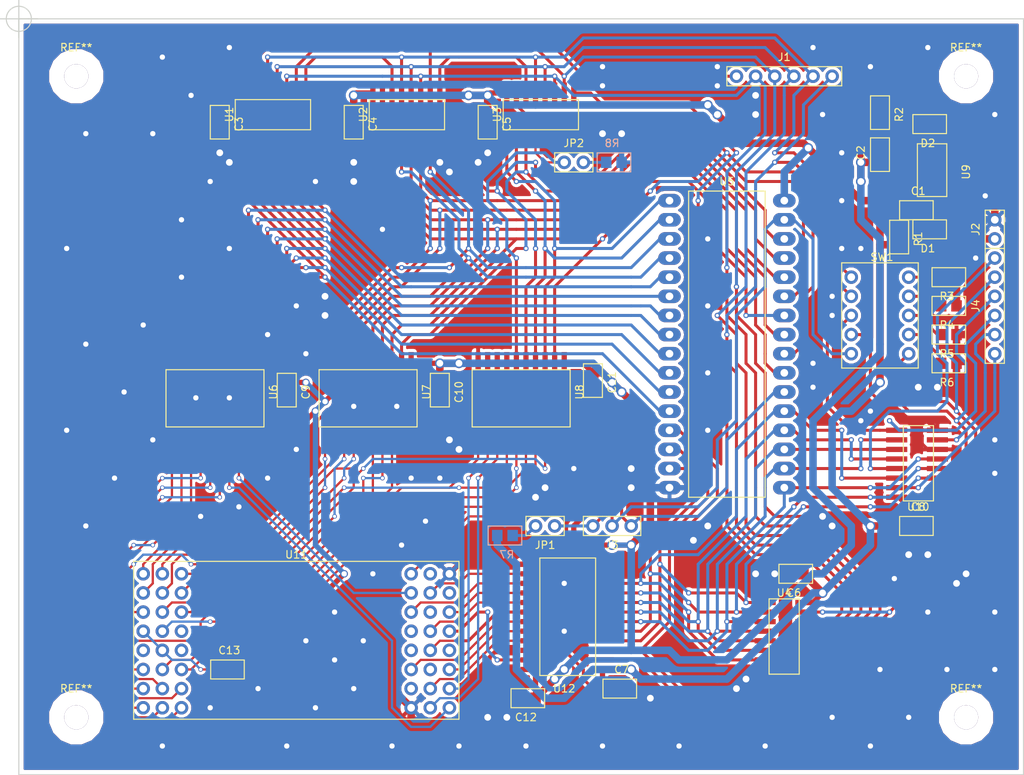
<source format=kicad_pcb>
(kicad_pcb (version 4) (host pcbnew 4.0.7)
  (title_block (title memi8M-01) (rev 0.1) (company alf64) (comment 1 "Memory interface for 8Mbit SFC carts, modded to handle 16Mbit also"))
  (layers (0 F.Cu signal) (31 B.Cu signal) (36 B.SilkS user) (37 F.SilkS user) (38 B.Mask user) (39 F.Mask user) (44 Edge.Cuts user))
  (net 0 "")
  (net 1 VCC_)
  (net 2 GND_)
  (net 3 +3V3_)
  (net 4 "Net-(D1-Pad2)")
  (net 5 "Net-(D2-Pad2)")
  (net 6 /SI_SER)
  (net 7 /SI_SRCLK)
  (net 8 /SI_SRCLR)
  (net 9 /SI_RCLK)
  (net 10 /SI_OE_A)
  (net 11 /SI_OE_D)
  (net 12 /ROM_CE)
  (net 13 /ROM_OE)
  (net 14 /WE_5V)
  (net 15 /SO_SHLD)
  (net 16 /SO_CLK)
  (net 17 /SO_CLR)
  (net 18 /DATA_DIR)
  (net 19 /DATA_OE)
  (net 20 /SO_QH)
  (net 21 "Net-(R3-Pad2)")
  (net 22 "Net-(R4-Pad2)")
  (net 23 "Net-(R5-Pad2)")
  (net 24 "Net-(R6-Pad2)")
  (net 25 /A1_5V)
  (net 26 /A2_5V)
  (net 27 /A3_5V)
  (net 28 /A4_5V)
  (net 29 /A5_5V)
  (net 30 /A6_5V)
  (net 31 /A7_5V)
  (net 32 /A0_5V)
  (net 33 "Net-(U1-Pad9)")
  (net 34 /A9_5V)
  (net 35 /A10_5V)
  (net 36 /A11_5V)
  (net 37 /A12_5V)
  (net 38 /A13_5V)
  (net 39 /A14_5V)
  (net 40 /A15_5V)
  (net 41 /A8_5V)
  (net 42 "Net-(U2-Pad9)")
  (net 43 /A17_5V)
  (net 44 /A18_5V)
  (net 45 /A19_5V)
  (net 46 /A16_5V)
  (net 47 "Net-(U3-Pad9)")
  (net 48 /D1_5V)
  (net 49 /D2_5V)
  (net 50 /D3_5V)
  (net 51 /D4_5V)
  (net 52 /D5_5V)
  (net 53 /D6_5V)
  (net 54 /D7_5V)
  (net 55 /D0_5V)
  (net 56 /A7_3V)
  (net 57 /A6_3V)
  (net 58 /A5_3V)
  (net 59 /A4_3V)
  (net 60 /A3_3V)
  (net 61 /A2_3V)
  (net 62 /A1_3V)
  (net 63 /A0_3V)
  (net 64 /A15_3V)
  (net 65 /A14_3V)
  (net 66 /A13_3V)
  (net 67 /A12_3V)
  (net 68 /A11_3V)
  (net 69 /A10_3V)
  (net 70 /A9_3V)
  (net 71 /A8_3V)
  (net 72 /WE_3V)
  (net 73 /FLASH_OE)
  (net 74 /FLASH_CE)
  (net 75 /A20_3V)
  (net 76 /A19_3V)
  (net 77 /A18_3V)
  (net 78 /A17_3V)
  (net 79 /A16_3V)
  (net 80 /D0_3V)
  (net 81 /D1_3V)
  (net 82 /D2_3V)
  (net 83 /D3_3V)
  (net 84 /D4_3V)
  (net 85 /D5_3V)
  (net 86 /D6_3V)
  (net 87 /D7_3V)
  (net 88 "Net-(JP1-Pad2)")
  (net 89 /A20_5V)
  (net 90 "Net-(JP2-Pad2)")
  (module alf64_mods:0805 (layer F.Cu) (at 181.61 50.8)
    (fp_text reference C1 (at 0 -2.54) (layer F.SilkS))
    (fp_text value 100n)
    (pad 1 smd rect (at -1.27 0) (size 1.4 1.5) (layers F.Cu F.Mask) (net 1 VCC_))
    (pad 2 smd rect (at 0.7747 0) (size 1.4 1.5) (layers F.Cu F.Mask) (net 2 GND_))
  )
  (module alf64_mods:0805 (layer F.Cu) (at 176.53 43.18 90)
    (fp_text reference C2 (at 0 -2.54 90) (layer F.SilkS))
    (fp_text value 100n)
    (pad 1 smd rect (at -1.27 0 90) (size 1.4 1.5) (layers F.Cu F.Mask) (net 3 +3V3_))
    (pad 2 smd rect (at 0.7747 0 90) (size 1.4 1.5) (layers F.Cu F.Mask) (net 2 GND_))
  )
  (module alf64_mods:0805 (layer F.Cu) (at 88.9 39.37 270)
    (fp_text reference C3 (at 0 -2.54 270) (layer F.SilkS))
    (fp_text value 100n)
    (pad 1 smd rect (at -1.27 0 270) (size 1.4 1.5) (layers F.Cu F.Mask) (net 1 VCC_))
    (pad 2 smd rect (at 0.7747 0 270) (size 1.4 1.5) (layers F.Cu F.Mask) (net 2 GND_))
  )
  (module alf64_mods:0805 (layer F.Cu) (at 106.68 39.37 270)
    (fp_text reference C4 (at 0 -2.54 270) (layer F.SilkS))
    (fp_text value 100n)
    (pad 1 smd rect (at -1.27 0 270) (size 1.4 1.5) (layers F.Cu F.Mask) (net 1 VCC_))
    (pad 2 smd rect (at 0.7747 0 270) (size 1.4 1.5) (layers F.Cu F.Mask) (net 2 GND_))
  )
  (module alf64_mods:0805 (layer F.Cu) (at 124.46 39.37 270)
    (fp_text reference C5 (at 0 -2.54 270) (layer F.SilkS))
    (fp_text value 100n)
    (pad 1 smd rect (at -1.27 0 270) (size 1.4 1.5) (layers F.Cu F.Mask) (net 1 VCC_))
    (pad 2 smd rect (at 0.7747 0 270) (size 1.4 1.5) (layers F.Cu F.Mask) (net 2 GND_))
  )
  (module alf64_mods:0805 (layer F.Cu) (at 165.1 99.06 180)
    (fp_text reference C6 (at 0 -2.54 180) (layer F.SilkS))
    (fp_text value 100n)
    (pad 1 smd rect (at -1.27 0 180) (size 1.4 1.5) (layers F.Cu F.Mask) (net 1 VCC_))
    (pad 2 smd rect (at 0.7747 0 180) (size 1.4 1.5) (layers F.Cu F.Mask) (net 2 GND_))
  )
  (module alf64_mods:0805 (layer F.Cu) (at 142.24 114.3)
    (fp_text reference C7 (at 0 -2.54) (layer F.SilkS))
    (fp_text value 100n)
    (pad 1 smd rect (at -1.27 0) (size 1.4 1.5) (layers F.Cu F.Mask) (net 1 VCC_))
    (pad 2 smd rect (at 0.7747 0) (size 1.4 1.5) (layers F.Cu F.Mask) (net 2 GND_))
  )
  (module alf64_mods:0805 (layer F.Cu) (at 181.61 92.71)
    (fp_text reference C8 (at 0 -2.54) (layer F.SilkS))
    (fp_text value 100n)
    (pad 1 smd rect (at -1.27 0) (size 1.4 1.5) (layers F.Cu F.Mask) (net 1 VCC_))
    (pad 2 smd rect (at 0.7747 0) (size 1.4 1.5) (layers F.Cu F.Mask) (net 2 GND_))
  )
  (module alf64_mods:0805 (layer F.Cu) (at 97.79 74.93 270)
    (fp_text reference C9 (at 0 -2.54 270) (layer F.SilkS))
    (fp_text value 100n)
    (pad 1 smd rect (at -1.27 0 270) (size 1.4 1.5) (layers F.Cu F.Mask) (net 3 +3V3_))
    (pad 2 smd rect (at 0.7747 0 270) (size 1.4 1.5) (layers F.Cu F.Mask) (net 2 GND_))
  )
  (module alf64_mods:0805 (layer F.Cu) (at 118.11 74.93 270)
    (fp_text reference C10 (at 0 -2.54 270) (layer F.SilkS))
    (fp_text value 100n)
    (pad 1 smd rect (at -1.27 0 270) (size 1.4 1.5) (layers F.Cu F.Mask) (net 3 +3V3_))
    (pad 2 smd rect (at 0.7747 0 270) (size 1.4 1.5) (layers F.Cu F.Mask) (net 2 GND_))
  )
  (module alf64_mods:0805 (layer F.Cu) (at 138.43 73.66 270)
    (fp_text reference C11 (at 0 -2.54 270) (layer F.SilkS))
    (fp_text value 100n)
    (pad 1 smd rect (at -1.27 0 270) (size 1.4 1.5) (layers F.Cu F.Mask) (net 3 +3V3_))
    (pad 2 smd rect (at 0.7747 0 270) (size 1.4 1.5) (layers F.Cu F.Mask) (net 2 GND_))
  )
  (module alf64_mods:0805 (layer F.Cu) (at 129.54 115.57 180)
    (fp_text reference C12 (at 0 -2.54 180) (layer F.SilkS))
    (fp_text value 100n)
    (pad 1 smd rect (at -1.27 0 180) (size 1.4 1.5) (layers F.Cu F.Mask) (net 3 +3V3_))
    (pad 2 smd rect (at 0.7747 0 180) (size 1.4 1.5) (layers F.Cu F.Mask) (net 2 GND_))
  )
  (module alf64_mods:0805 (layer F.Cu) (at 90.17 111.76)
    (fp_text reference C13 (at 0 -2.54) (layer F.SilkS))
    (fp_text value 100n)
    (pad 1 smd rect (at -1.27 0) (size 1.4 1.5) (layers F.Cu F.Mask) (net 3 +3V3_))
    (pad 2 smd rect (at 0.7747 0) (size 1.4 1.5) (layers F.Cu F.Mask) (net 2 GND_))
  )
  (module alf64_mods:0805 (layer F.Cu) (at 182.88 53.34 180)
    (fp_text reference D1 (at 0 -2.54 180) (layer F.SilkS))
    (fp_text value LED)
    (pad 1 smd rect (at -1.27 0 180) (size 1.4 1.5) (layers F.Cu F.Mask) (net 2 GND_))
    (pad 2 smd rect (at 0.7747 0 180) (size 1.4 1.5) (layers F.Cu F.Mask) (net 4 "Net-(D1-Pad2)"))
  )
  (module alf64_mods:0805 (layer F.Cu) (at 182.88 39.37 180)
    (fp_text reference D2 (at 0 -2.54 180) (layer F.SilkS))
    (fp_text value LED)
    (pad 1 smd rect (at -1.27 0 180) (size 1.4 1.5) (layers F.Cu F.Mask) (net 2 GND_))
    (pad 2 smd rect (at 0.7747 0 180) (size 1.4 1.5) (layers F.Cu F.Mask) (net 5 "Net-(D2-Pad2)"))
  )
  (module alf64_mods:PINHEAD1x6 (layer F.Cu) (at 163.83 33.02)
    (fp_text reference J1 (at 0 -2.54) (layer F.SilkS))
    (fp_text value Conn_01x06)
    (pad 1 thru_hole circle (at -6.35 0) (size 1.8 1.8) (drill 1.02) (layers *.Cu *.Mask) (net 6 /SI_SER))
    (pad 2 thru_hole circle (at -3.81 0) (size 1.8 1.8) (drill 1.02) (layers *.Cu *.Mask) (net 7 /SI_SRCLK))
    (pad 3 thru_hole circle (at -1.27 0) (size 1.8 1.8) (drill 1.02) (layers *.Cu *.Mask) (net 8 /SI_SRCLR))
    (pad 4 thru_hole circle (at 1.27 0) (size 1.8 1.8) (drill 1.02) (layers *.Cu *.Mask) (net 9 /SI_RCLK))
    (pad 5 thru_hole circle (at 3.81 0) (size 1.8 1.8) (drill 1.02) (layers *.Cu *.Mask) (net 10 /SI_OE_A))
    (pad 6 thru_hole circle (at 6.35 0) (size 1.8 1.8) (drill 1.02) (layers *.Cu *.Mask) (net 11 /SI_OE_D))
  )
  (module alf64_mods:PINHEAD1x2 (layer F.Cu) (at 191.77 53.34 90)
    (fp_text reference J2 (at 0 -2.54 90) (layer F.SilkS))
    (fp_text value Conn_01x02)
    (pad 1 thru_hole circle (at -1.27 0 90) (size 1.8 1.8) (drill 1.02) (layers *.Cu *.Mask) (net 1 VCC_))
    (pad 2 thru_hole circle (at 1.27 0 90) (size 1.8 1.8) (drill 1.02) (layers *.Cu *.Mask) (net 2 GND_))
  )
  (module alf64_mods:PINHEAD1x3 (layer F.Cu) (at 140.97 92.71 180)
    (fp_text reference J3 (at 0 -2.54 180) (layer F.SilkS))
    (fp_text value Conn_01x03)
    (pad 1 thru_hole circle (at -2.54 0 180) (size 1.8 1.8) (drill 1.02) (layers *.Cu *.Mask) (net 12 /ROM_CE))
    (pad 2 thru_hole circle (at 0 0 180) (size 1.8 1.8) (drill 1.02) (layers *.Cu *.Mask) (net 13 /ROM_OE))
    (pad 3 thru_hole circle (at 2.54 0 180) (size 1.8 1.8) (drill 1.02) (layers *.Cu *.Mask) (net 14 /WE_5V))
  )
  (module alf64_mods:PINHEAD1x6 (layer F.Cu) (at 191.77 63.5 90)
    (fp_text reference J4 (at 0 -2.54 90) (layer F.SilkS))
    (fp_text value Conn_01x06)
    (pad 1 thru_hole circle (at -6.35 0 90) (size 1.8 1.8) (drill 1.02) (layers *.Cu *.Mask) (net 15 /SO_SHLD))
    (pad 2 thru_hole circle (at -3.81 0 90) (size 1.8 1.8) (drill 1.02) (layers *.Cu *.Mask) (net 16 /SO_CLK))
    (pad 3 thru_hole circle (at -1.27 0 90) (size 1.8 1.8) (drill 1.02) (layers *.Cu *.Mask) (net 17 /SO_CLR))
    (pad 4 thru_hole circle (at 1.27 0 90) (size 1.8 1.8) (drill 1.02) (layers *.Cu *.Mask) (net 18 /DATA_DIR))
    (pad 5 thru_hole circle (at 3.81 0 90) (size 1.8 1.8) (drill 1.02) (layers *.Cu *.Mask) (net 19 /DATA_OE))
    (pad 6 thru_hole circle (at 6.35 0 90) (size 1.8 1.8) (drill 1.02) (layers *.Cu *.Mask) (net 20 /SO_QH))
  )
  (module alf64_mods:PINHEAD1x2 (layer F.Cu) (at 132.08 92.71 180)
    (fp_text reference JP1 (at 0 -2.54 180) (layer F.SilkS))
    (fp_text value SINGLE_JUMPER)
    (pad 1 thru_hole circle (at -1.27 0 180) (size 1.8 1.8) (drill 1.02) (layers *.Cu *.Mask) (net 14 /WE_5V))
    (pad 2 thru_hole circle (at 1.27 0 180) (size 1.8 1.8) (drill 1.02) (layers *.Cu *.Mask) (net 88 "Net-(JP1-Pad2)"))
  )
  (module alf64_mods:PINHEAD1x2 (layer F.Cu) (at 135.89 44.45)
    (fp_text reference JP2 (at 0 -2.54) (layer F.SilkS))
    (fp_text value SINGLE_JUMPER)
    (pad 1 thru_hole circle (at -1.27 0) (size 1.8 1.8) (drill 1.02) (layers *.Cu *.Mask) (net 89 /A20_5V))
    (pad 2 thru_hole circle (at 1.27 0) (size 1.8 1.8) (drill 1.02) (layers *.Cu *.Mask) (net 90 "Net-(JP2-Pad2)"))
  )
  (module alf64_mods:0805 (layer F.Cu) (at 179.07 54.61 270)
    (fp_text reference R1 (at 0 -2.54 270) (layer F.SilkS))
    (fp_text value 3,3k)
    (pad 1 smd rect (at -1.27 0 270) (size 1.4 1.5) (layers F.Cu F.Mask) (net 4 "Net-(D1-Pad2)"))
    (pad 2 smd rect (at 0.7747 0 270) (size 1.4 1.5) (layers F.Cu F.Mask) (net 1 VCC_))
  )
  (module alf64_mods:0805 (layer F.Cu) (at 176.53 38.1 270)
    (fp_text reference R2 (at 0 -2.54 270) (layer F.SilkS))
    (fp_text value 3,3k)
    (pad 1 smd rect (at -1.27 0 270) (size 1.4 1.5) (layers F.Cu F.Mask) (net 5 "Net-(D2-Pad2)"))
    (pad 2 smd rect (at 0.7747 0 270) (size 1.4 1.5) (layers F.Cu F.Mask) (net 3 +3V3_))
  )
  (module alf64_mods:0805 (layer F.Cu) (at 185.42 59.69 180)
    (fp_text reference R3 (at 0 -2.54 180) (layer F.SilkS))
    (fp_text value 100)
    (pad 1 smd rect (at -1.27 0 180) (size 1.4 1.5) (layers F.Cu F.Mask) (net 1 VCC_))
    (pad 2 smd rect (at 0.7747 0 180) (size 1.4 1.5) (layers F.Cu F.Mask) (net 21 "Net-(R3-Pad2)"))
  )
  (module alf64_mods:0805 (layer F.Cu) (at 185.42 63.5 180)
    (fp_text reference R4 (at 0 -2.54 180) (layer F.SilkS))
    (fp_text value 100)
    (pad 1 smd rect (at -1.27 0 180) (size 1.4 1.5) (layers F.Cu F.Mask) (net 1 VCC_))
    (pad 2 smd rect (at 0.7747 0 180) (size 1.4 1.5) (layers F.Cu F.Mask) (net 22 "Net-(R4-Pad2)"))
  )
  (module alf64_mods:0805 (layer F.Cu) (at 185.42 67.31 180)
    (fp_text reference R5 (at 0 -2.54 180) (layer F.SilkS))
    (fp_text value 100)
    (pad 1 smd rect (at -1.27 0 180) (size 1.4 1.5) (layers F.Cu F.Mask) (net 2 GND_))
    (pad 2 smd rect (at 0.7747 0 180) (size 1.4 1.5) (layers F.Cu F.Mask) (net 23 "Net-(R5-Pad2)"))
  )
  (module alf64_mods:0805 (layer F.Cu) (at 185.42 71.12 180)
    (fp_text reference R6 (at 0 -2.54 180) (layer F.SilkS))
    (fp_text value 100)
    (pad 1 smd rect (at -1.27 0 180) (size 1.4 1.5) (layers F.Cu F.Mask) (net 2 GND_))
    (pad 2 smd rect (at 0.7747 0 180) (size 1.4 1.5) (layers F.Cu F.Mask) (net 24 "Net-(R6-Pad2)"))
  )
  (module alf64_mods:0805 (layer B.Cu) (at 127 93.98)
    (fp_text reference R7 (at 0 2.54) (layer B.SilkS) (effects (justify mirror)))
    (fp_text value 100)
    (pad 1 smd rect (at -1.27 0) (size 1.4 1.5) (layers B.Cu B.Mask) (net 1 VCC_))
    (pad 2 smd rect (at 0.7747 0) (size 1.4 1.5) (layers B.Cu B.Mask) (net 88 "Net-(JP1-Pad2)"))
  )
  (module alf64_mods:0805 (layer B.Cu) (at 140.97 44.45 180)
    (fp_text reference R8 (at 0 2.54 180) (layer B.SilkS) (effects (justify mirror)))
    (fp_text value 100)
    (pad 1 smd rect (at -1.27 0 180) (size 1.4 1.5) (layers B.Cu B.Mask) (net 2 GND_))
    (pad 2 smd rect (at 0.7747 0 180) (size 1.4 1.5) (layers B.Cu B.Mask) (net 90 "Net-(JP2-Pad2)"))
  )
  (module alf64_mods:SW_DIP_x05 (layer F.Cu) (at 176.53 64.77)
    (fp_text reference SW1 (at 0.254 -7.747) (layer F.SilkS))
    (fp_text value SW_DIP_x05)
    (pad 1 thru_hole circle (at -3.81 -5.08) (size 1.8 1.8) (drill 1.02) (layers *.Cu *.Mask) (net 10 /SI_OE_A))
    (pad 2 thru_hole circle (at -3.81 -2.54) (size 1.8 1.8) (drill 1.02) (layers *.Cu *.Mask) (net 11 /SI_OE_D))
    (pad 3 thru_hole circle (at -3.81 0) (size 1.8 1.8) (drill 1.02) (layers *.Cu *.Mask) (net 17 /SO_CLR))
    (pad 4 thru_hole circle (at -3.81 2.54) (size 1.8 1.8) (drill 1.02) (layers *.Cu *.Mask) (net 18 /DATA_DIR))
    (pad 5 thru_hole circle (at -3.81 5.08) (size 1.8 1.8) (drill 1.02) (layers *.Cu *.Mask) (net 13 /ROM_OE))
    (pad 6 thru_hole circle (at 3.81 5.08) (size 1.8 1.8) (drill 1.02) (layers *.Cu *.Mask) (net 19 /DATA_OE))
    (pad 7 thru_hole circle (at 3.81 2.54) (size 1.8 1.8) (drill 1.02) (layers *.Cu *.Mask) (net 24 "Net-(R6-Pad2)"))
    (pad 8 thru_hole circle (at 3.81 0) (size 1.8 1.8) (drill 1.02) (layers *.Cu *.Mask) (net 23 "Net-(R5-Pad2)"))
    (pad 9 thru_hole circle (at 3.81 -2.54) (size 1.8 1.8) (drill 1.02) (layers *.Cu *.Mask) (net 22 "Net-(R4-Pad2)"))
    (pad 10 thru_hole circle (at 3.81 -5.08) (size 1.8 1.8) (drill 1.02) (layers *.Cu *.Mask) (net 21 "Net-(R3-Pad2)"))
  )
  (module alf64_mods:SO16 (layer F.Cu) (at 96.52 38.1 90)
    (fp_text reference U1 (at 0 -6.35 90) (layer F.SilkS))
    (fp_text value 74HC595N)
    (pad 1 smd rect (at -2.54 -5.08 90) (size 2.8 0.7) (layers F.Cu F.Mask) (net 25 /A1_5V))
    (pad 2 smd rect (at -2.54 -3.81 90) (size 2.8 0.7) (layers F.Cu F.Mask) (net 26 /A2_5V))
    (pad 3 smd rect (at -2.54 -2.54 90) (size 2.8 0.7) (layers F.Cu F.Mask) (net 27 /A3_5V))
    (pad 4 smd rect (at -2.54 -1.27 90) (size 2.8 0.7) (layers F.Cu F.Mask) (net 28 /A4_5V))
    (pad 5 smd rect (at -2.54 0 90) (size 2.8 0.7) (layers F.Cu F.Mask) (net 29 /A5_5V))
    (pad 6 smd rect (at -2.54 1.27 90) (size 2.8 0.7) (layers F.Cu F.Mask) (net 30 /A6_5V))
    (pad 7 smd rect (at -2.54 2.54 90) (size 2.8 0.7) (layers F.Cu F.Mask) (net 31 /A7_5V))
    (pad 10 smd rect (at 2.8575 2.54 90) (size 2.8 0.7) (layers F.Cu F.Mask) (net 8 /SI_SRCLR))
    (pad 11 smd rect (at 2.8575 1.27 90) (size 2.8 0.7) (layers F.Cu F.Mask) (net 7 /SI_SRCLK))
    (pad 12 smd rect (at 2.8575 0 90) (size 2.8 0.7) (layers F.Cu F.Mask) (net 9 /SI_RCLK))
    (pad 13 smd rect (at 2.8575 -1.27 90) (size 2.8 0.7) (layers F.Cu F.Mask) (net 10 /SI_OE_A))
    (pad 14 smd rect (at 2.8575 -2.54 90) (size 2.8 0.7) (layers F.Cu F.Mask) (net 6 /SI_SER))
    (pad 15 smd rect (at 2.8575 -3.81 90) (size 2.8 0.7) (layers F.Cu F.Mask) (net 32 /A0_5V))
    (pad 16 smd rect (at 2.8575 -5.08 90) (size 2.8 0.7) (layers F.Cu F.Mask) (net 1 VCC_))
    (pad 8 smd rect (at -2.54 3.81 90) (size 2.8 0.7) (layers F.Cu F.Mask) (net 2 GND_))
    (pad 9 smd rect (at 2.8575 3.81 90) (size 2.8 0.7) (layers F.Cu F.Mask) (net 33 "Net-(U1-Pad9)"))
  )
  (module alf64_mods:SO16 (layer F.Cu) (at 114.3 38.1 90)
    (fp_text reference U2 (at 0 -6.35 90) (layer F.SilkS))
    (fp_text value 74HC595N)
    (pad 1 smd rect (at -2.54 -5.08 90) (size 2.8 0.7) (layers F.Cu F.Mask) (net 34 /A9_5V))
    (pad 2 smd rect (at -2.54 -3.81 90) (size 2.8 0.7) (layers F.Cu F.Mask) (net 35 /A10_5V))
    (pad 3 smd rect (at -2.54 -2.54 90) (size 2.8 0.7) (layers F.Cu F.Mask) (net 36 /A11_5V))
    (pad 4 smd rect (at -2.54 -1.27 90) (size 2.8 0.7) (layers F.Cu F.Mask) (net 37 /A12_5V))
    (pad 5 smd rect (at -2.54 0 90) (size 2.8 0.7) (layers F.Cu F.Mask) (net 38 /A13_5V))
    (pad 6 smd rect (at -2.54 1.27 90) (size 2.8 0.7) (layers F.Cu F.Mask) (net 39 /A14_5V))
    (pad 7 smd rect (at -2.54 2.54 90) (size 2.8 0.7) (layers F.Cu F.Mask) (net 40 /A15_5V))
    (pad 10 smd rect (at 2.8575 2.54 90) (size 2.8 0.7) (layers F.Cu F.Mask) (net 8 /SI_SRCLR))
    (pad 11 smd rect (at 2.8575 1.27 90) (size 2.8 0.7) (layers F.Cu F.Mask) (net 7 /SI_SRCLK))
    (pad 12 smd rect (at 2.8575 0 90) (size 2.8 0.7) (layers F.Cu F.Mask) (net 9 /SI_RCLK))
    (pad 13 smd rect (at 2.8575 -1.27 90) (size 2.8 0.7) (layers F.Cu F.Mask) (net 10 /SI_OE_A))
    (pad 14 smd rect (at 2.8575 -2.54 90) (size 2.8 0.7) (layers F.Cu F.Mask) (net 33 "Net-(U1-Pad9)"))
    (pad 15 smd rect (at 2.8575 -3.81 90) (size 2.8 0.7) (layers F.Cu F.Mask) (net 41 /A8_5V))
    (pad 16 smd rect (at 2.8575 -5.08 90) (size 2.8 0.7) (layers F.Cu F.Mask) (net 1 VCC_))
    (pad 8 smd rect (at -2.54 3.81 90) (size 2.8 0.7) (layers F.Cu F.Mask) (net 2 GND_))
    (pad 9 smd rect (at 2.8575 3.81 90) (size 2.8 0.7) (layers F.Cu F.Mask) (net 42 "Net-(U2-Pad9)"))
  )
  (module alf64_mods:SO16 (layer F.Cu) (at 132.08 38.1 90)
    (fp_text reference U3 (at 0 -6.35 90) (layer F.SilkS))
    (fp_text value 74HC595N)
    (pad 1 smd rect (at -2.54 -5.08 90) (size 2.8 0.7) (layers F.Cu F.Mask) (net 43 /A17_5V))
    (pad 2 smd rect (at -2.54 -3.81 90) (size 2.8 0.7) (layers F.Cu F.Mask) (net 44 /A18_5V))
    (pad 3 smd rect (at -2.54 -2.54 90) (size 2.8 0.7) (layers F.Cu F.Mask) (net 45 /A19_5V))
    (pad 4 smd rect (at -2.54 -1.27 90) (size 2.8 0.7) (layers F.Cu F.Mask) (net 89 /A20_5V))
    (pad 5 smd rect (at -2.54 0 90) (size 2.8 0.7) (layers F.Cu F.Mask))
    (pad 6 smd rect (at -2.54 1.27 90) (size 2.8 0.7) (layers F.Cu F.Mask))
    (pad 7 smd rect (at -2.54 2.54 90) (size 2.8 0.7) (layers F.Cu F.Mask))
    (pad 10 smd rect (at 2.8575 2.54 90) (size 2.8 0.7) (layers F.Cu F.Mask) (net 8 /SI_SRCLR))
    (pad 11 smd rect (at 2.8575 1.27 90) (size 2.8 0.7) (layers F.Cu F.Mask) (net 7 /SI_SRCLK))
    (pad 12 smd rect (at 2.8575 0 90) (size 2.8 0.7) (layers F.Cu F.Mask) (net 9 /SI_RCLK))
    (pad 13 smd rect (at 2.8575 -1.27 90) (size 2.8 0.7) (layers F.Cu F.Mask) (net 10 /SI_OE_A))
    (pad 14 smd rect (at 2.8575 -2.54 90) (size 2.8 0.7) (layers F.Cu F.Mask) (net 42 "Net-(U2-Pad9)"))
    (pad 15 smd rect (at 2.8575 -3.81 90) (size 2.8 0.7) (layers F.Cu F.Mask) (net 46 /A16_5V))
    (pad 16 smd rect (at 2.8575 -5.08 90) (size 2.8 0.7) (layers F.Cu F.Mask) (net 1 VCC_))
    (pad 8 smd rect (at -2.54 3.81 90) (size 2.8 0.7) (layers F.Cu F.Mask) (net 2 GND_))
    (pad 9 smd rect (at 2.8575 3.81 90) (size 2.8 0.7) (layers F.Cu F.Mask) (net 47 "Net-(U3-Pad9)"))
  )
  (module alf64_mods:SO16 (layer F.Cu) (at 163.83 107.95)
    (fp_text reference U4 (at 0 -6.35) (layer F.SilkS))
    (fp_text value 74HC595N)
    (pad 1 smd rect (at -2.54 -5.08) (size 2.8 0.7) (layers F.Cu F.Mask) (net 48 /D1_5V))
    (pad 2 smd rect (at -2.54 -3.81) (size 2.8 0.7) (layers F.Cu F.Mask) (net 49 /D2_5V))
    (pad 3 smd rect (at -2.54 -2.54) (size 2.8 0.7) (layers F.Cu F.Mask) (net 50 /D3_5V))
    (pad 4 smd rect (at -2.54 -1.27) (size 2.8 0.7) (layers F.Cu F.Mask) (net 51 /D4_5V))
    (pad 5 smd rect (at -2.54 0) (size 2.8 0.7) (layers F.Cu F.Mask) (net 52 /D5_5V))
    (pad 6 smd rect (at -2.54 1.27) (size 2.8 0.7) (layers F.Cu F.Mask) (net 53 /D6_5V))
    (pad 7 smd rect (at -2.54 2.54) (size 2.8 0.7) (layers F.Cu F.Mask) (net 54 /D7_5V))
    (pad 10 smd rect (at 2.8575 2.54) (size 2.8 0.7) (layers F.Cu F.Mask) (net 8 /SI_SRCLR))
    (pad 11 smd rect (at 2.8575 1.27) (size 2.8 0.7) (layers F.Cu F.Mask) (net 7 /SI_SRCLK))
    (pad 12 smd rect (at 2.8575 0) (size 2.8 0.7) (layers F.Cu F.Mask) (net 9 /SI_RCLK))
    (pad 13 smd rect (at 2.8575 -1.27) (size 2.8 0.7) (layers F.Cu F.Mask) (net 11 /SI_OE_D))
    (pad 14 smd rect (at 2.8575 -2.54) (size 2.8 0.7) (layers F.Cu F.Mask) (net 47 "Net-(U3-Pad9)"))
    (pad 15 smd rect (at 2.8575 -3.81) (size 2.8 0.7) (layers F.Cu F.Mask) (net 55 /D0_5V))
    (pad 16 smd rect (at 2.8575 -5.08) (size 2.8 0.7) (layers F.Cu F.Mask) (net 1 VCC_))
    (pad 8 smd rect (at -2.54 3.81) (size 2.8 0.7) (layers F.Cu F.Mask) (net 2 GND_))
    (pad 9 smd rect (at 2.8575 3.81) (size 2.8 0.7) (layers F.Cu F.Mask))
  )
  (module alf64_mods:PDIP32 (layer F.Cu) (at 156.21 68.58)
    (fp_text reference U5 (at 0 -21.59) (layer F.SilkS))
    (fp_text value SFC_MaskRom_32pin_SOCKET)
    (pad 1 thru_hole oval (at -7.62 -19.05) (size 3 1.8) (drill 1.02) (layers *.Cu *.Mask) (net 43 /A17_5V))
    (pad 2 thru_hole oval (at -7.62 -16.51) (size 3 1.8) (drill 1.02) (layers *.Cu *.Mask) (net 44 /A18_5V))
    (pad 3 thru_hole oval (at -7.62 -13.97) (size 3 1.8) (drill 1.02) (layers *.Cu *.Mask) (net 40 /A15_5V))
    (pad 4 thru_hole oval (at -7.62 -11.43) (size 3 1.8) (drill 1.02) (layers *.Cu *.Mask) (net 37 /A12_5V))
    (pad 5 thru_hole oval (at -7.62 -8.89) (size 3 1.8) (drill 1.02) (layers *.Cu *.Mask) (net 31 /A7_5V))
    (pad 6 thru_hole oval (at -7.62 -6.35) (size 3 1.8) (drill 1.02) (layers *.Cu *.Mask) (net 30 /A6_5V))
    (pad 7 thru_hole oval (at -7.62 -3.81) (size 3 1.8) (drill 1.02) (layers *.Cu *.Mask) (net 29 /A5_5V))
    (pad 8 thru_hole oval (at -7.62 -1.27) (size 3 1.8) (drill 1.02) (layers *.Cu *.Mask) (net 28 /A4_5V))
    (pad 9 thru_hole oval (at -7.62 1.27) (size 3 1.8) (drill 1.02) (layers *.Cu *.Mask) (net 27 /A3_5V))
    (pad 10 thru_hole oval (at -7.62 3.81) (size 3 1.8) (drill 1.02) (layers *.Cu *.Mask) (net 26 /A2_5V))
    (pad 11 thru_hole oval (at -7.62 6.35) (size 3 1.8) (drill 1.02) (layers *.Cu *.Mask) (net 25 /A1_5V))
    (pad 12 thru_hole oval (at -7.62 8.89) (size 3 1.8) (drill 1.02) (layers *.Cu *.Mask) (net 32 /A0_5V))
    (pad 13 thru_hole oval (at -7.62 11.43) (size 3 1.8) (drill 1.02) (layers *.Cu *.Mask) (net 55 /D0_5V))
    (pad 14 thru_hole oval (at -7.62 13.97) (size 3 1.8) (drill 1.02) (layers *.Cu *.Mask) (net 48 /D1_5V))
    (pad 15 thru_hole oval (at -7.62 16.51) (size 3 1.8) (drill 1.02) (layers *.Cu *.Mask) (net 49 /D2_5V))
    (pad 16 thru_hole oval (at -7.62 19.05) (size 3 1.8) (drill 1.02) (layers *.Cu *.Mask) (net 2 GND_))
    (pad 17 thru_hole oval (at 7.62 19.05) (size 3 1.8) (drill 1.02) (layers *.Cu *.Mask) (net 50 /D3_5V))
    (pad 18 thru_hole oval (at 7.62 16.51) (size 3 1.8) (drill 1.02) (layers *.Cu *.Mask) (net 51 /D4_5V))
    (pad 19 thru_hole oval (at 7.62 13.97) (size 3 1.8) (drill 1.02) (layers *.Cu *.Mask) (net 52 /D5_5V))
    (pad 20 thru_hole oval (at 7.62 11.43) (size 3 1.8) (drill 1.02) (layers *.Cu *.Mask) (net 53 /D6_5V))
    (pad 21 thru_hole oval (at 7.62 8.89) (size 3 1.8) (drill 1.02) (layers *.Cu *.Mask) (net 54 /D7_5V))
    (pad 22 thru_hole oval (at 7.62 6.35) (size 3 1.8) (drill 1.02) (layers *.Cu *.Mask) (net 12 /ROM_CE))
    (pad 23 thru_hole oval (at 7.62 3.81) (size 3 1.8) (drill 1.02) (layers *.Cu *.Mask) (net 35 /A10_5V))
    (pad 24 thru_hole oval (at 7.62 1.27) (size 3 1.8) (drill 1.02) (layers *.Cu *.Mask) (net 46 /A16_5V))
    (pad 25 thru_hole oval (at 7.62 -1.27) (size 3 1.8) (drill 1.02) (layers *.Cu *.Mask) (net 36 /A11_5V))
    (pad 26 thru_hole oval (at 7.62 -3.81) (size 3 1.8) (drill 1.02) (layers *.Cu *.Mask) (net 34 /A9_5V))
    (pad 27 thru_hole oval (at 7.62 -6.35) (size 3 1.8) (drill 1.02) (layers *.Cu *.Mask) (net 41 /A8_5V))
    (pad 28 thru_hole oval (at 7.62 -8.89) (size 3 1.8) (drill 1.02) (layers *.Cu *.Mask) (net 38 /A13_5V))
    (pad 29 thru_hole oval (at 7.62 -11.43) (size 3 1.8) (drill 1.02) (layers *.Cu *.Mask) (net 39 /A14_5V))
    (pad 30 thru_hole oval (at 7.62 -13.97) (size 3 1.8) (drill 1.02) (layers *.Cu *.Mask) (net 45 /A19_5V))
    (pad 31 thru_hole oval (at 7.62 -16.51) (size 3 1.8) (drill 1.02) (layers *.Cu *.Mask) (net 13 /ROM_OE))
    (pad 32 thru_hole oval (at 7.62 -19.05) (size 3 1.8) (drill 1.02) (layers *.Cu *.Mask) (net 1 VCC_))
  )
  (module alf64_mods:SO20 (layer F.Cu) (at 88.9 74.93 270)
    (fp_text reference U6 (at 0 -7.12 270) (layer F.SilkS))
    (fp_text value 74LVC245)
    (pad 1 smd rect (at -3.81 -5.08 270) (size 3 0.7) (layers F.Cu F.Mask) (net 3 +3V3_))
    (pad 2 smd rect (at -3.81 -3.81 270) (size 3 0.7) (layers F.Cu F.Mask) (net 32 /A0_5V))
    (pad 3 smd rect (at -3.81 -2.54 270) (size 3 0.7) (layers F.Cu F.Mask) (net 25 /A1_5V))
    (pad 4 smd rect (at -3.81 -1.27 270) (size 3 0.7) (layers F.Cu F.Mask) (net 26 /A2_5V))
    (pad 5 smd rect (at -3.81 0 270) (size 3 0.7) (layers F.Cu F.Mask) (net 27 /A3_5V))
    (pad 6 smd rect (at -3.81 1.27 270) (size 3 0.7) (layers F.Cu F.Mask) (net 28 /A4_5V))
    (pad 7 smd rect (at -3.81 2.54 270) (size 3 0.7) (layers F.Cu F.Mask) (net 29 /A5_5V))
    (pad 8 smd rect (at -3.81 3.81 270) (size 3 0.7) (layers F.Cu F.Mask) (net 30 /A6_5V))
    (pad 9 smd rect (at -3.81 5.08 270) (size 3 0.7) (layers F.Cu F.Mask) (net 31 /A7_5V))
    (pad 10 smd rect (at -3.81 6.35 270) (size 3 0.7) (layers F.Cu F.Mask) (net 2 GND_))
    (pad 11 smd rect (at 5.4864 6.35 270) (size 3 0.7) (layers F.Cu F.Mask) (net 56 /A7_3V))
    (pad 12 smd rect (at 5.4864 5.08 270) (size 3 0.7) (layers F.Cu F.Mask) (net 57 /A6_3V))
    (pad 13 smd rect (at 5.4864 3.81 270) (size 3 0.7) (layers F.Cu F.Mask) (net 58 /A5_3V))
    (pad 14 smd rect (at 5.4864 2.54 270) (size 3 0.7) (layers F.Cu F.Mask) (net 59 /A4_3V))
    (pad 15 smd rect (at 5.4864 1.27 270) (size 3 0.7) (layers F.Cu F.Mask) (net 60 /A3_3V))
    (pad 16 smd rect (at 5.4864 0 270) (size 3 0.7) (layers F.Cu F.Mask) (net 61 /A2_3V))
    (pad 17 smd rect (at 5.4864 -1.27 270) (size 3 0.7) (layers F.Cu F.Mask) (net 62 /A1_3V))
    (pad 18 smd rect (at 5.4864 -2.54 270) (size 3 0.7) (layers F.Cu F.Mask) (net 63 /A0_3V))
    (pad 19 smd rect (at 5.4864 -3.81 270) (size 3 0.7) (layers F.Cu F.Mask) (net 2 GND_))
    (pad 20 smd rect (at 5.4864 -5.08 270) (size 3 0.7) (layers F.Cu F.Mask) (net 3 +3V3_))
  )
  (module alf64_mods:SO20 (layer F.Cu) (at 109.22 74.93 270)
    (fp_text reference U7 (at 0 -7.12 270) (layer F.SilkS))
    (fp_text value 74LVC245)
    (pad 1 smd rect (at -3.81 -5.08 270) (size 3 0.7) (layers F.Cu F.Mask) (net 3 +3V3_))
    (pad 2 smd rect (at -3.81 -3.81 270) (size 3 0.7) (layers F.Cu F.Mask) (net 41 /A8_5V))
    (pad 3 smd rect (at -3.81 -2.54 270) (size 3 0.7) (layers F.Cu F.Mask) (net 34 /A9_5V))
    (pad 4 smd rect (at -3.81 -1.27 270) (size 3 0.7) (layers F.Cu F.Mask) (net 35 /A10_5V))
    (pad 5 smd rect (at -3.81 0 270) (size 3 0.7) (layers F.Cu F.Mask) (net 36 /A11_5V))
    (pad 6 smd rect (at -3.81 1.27 270) (size 3 0.7) (layers F.Cu F.Mask) (net 37 /A12_5V))
    (pad 7 smd rect (at -3.81 2.54 270) (size 3 0.7) (layers F.Cu F.Mask) (net 38 /A13_5V))
    (pad 8 smd rect (at -3.81 3.81 270) (size 3 0.7) (layers F.Cu F.Mask) (net 39 /A14_5V))
    (pad 9 smd rect (at -3.81 5.08 270) (size 3 0.7) (layers F.Cu F.Mask) (net 40 /A15_5V))
    (pad 10 smd rect (at -3.81 6.35 270) (size 3 0.7) (layers F.Cu F.Mask) (net 2 GND_))
    (pad 11 smd rect (at 5.4864 6.35 270) (size 3 0.7) (layers F.Cu F.Mask) (net 64 /A15_3V))
    (pad 12 smd rect (at 5.4864 5.08 270) (size 3 0.7) (layers F.Cu F.Mask) (net 65 /A14_3V))
    (pad 13 smd rect (at 5.4864 3.81 270) (size 3 0.7) (layers F.Cu F.Mask) (net 66 /A13_3V))
    (pad 14 smd rect (at 5.4864 2.54 270) (size 3 0.7) (layers F.Cu F.Mask) (net 67 /A12_3V))
    (pad 15 smd rect (at 5.4864 1.27 270) (size 3 0.7) (layers F.Cu F.Mask) (net 68 /A11_3V))
    (pad 16 smd rect (at 5.4864 0 270) (size 3 0.7) (layers F.Cu F.Mask) (net 69 /A10_3V))
    (pad 17 smd rect (at 5.4864 -1.27 270) (size 3 0.7) (layers F.Cu F.Mask) (net 70 /A9_3V))
    (pad 18 smd rect (at 5.4864 -2.54 270) (size 3 0.7) (layers F.Cu F.Mask) (net 71 /A8_3V))
    (pad 19 smd rect (at 5.4864 -3.81 270) (size 3 0.7) (layers F.Cu F.Mask) (net 2 GND_))
    (pad 20 smd rect (at 5.4864 -5.08 270) (size 3 0.7) (layers F.Cu F.Mask) (net 3 +3V3_))
  )
  (module alf64_mods:SO20 (layer F.Cu) (at 129.54 74.93 270)
    (fp_text reference U8 (at 0 -7.12 270) (layer F.SilkS))
    (fp_text value 74LVC245)
    (pad 1 smd rect (at -3.81 -5.08 270) (size 3 0.7) (layers F.Cu F.Mask) (net 3 +3V3_))
    (pad 2 smd rect (at -3.81 -3.81 270) (size 3 0.7) (layers F.Cu F.Mask) (net 46 /A16_5V))
    (pad 3 smd rect (at -3.81 -2.54 270) (size 3 0.7) (layers F.Cu F.Mask) (net 43 /A17_5V))
    (pad 4 smd rect (at -3.81 -1.27 270) (size 3 0.7) (layers F.Cu F.Mask) (net 44 /A18_5V))
    (pad 5 smd rect (at -3.81 0 270) (size 3 0.7) (layers F.Cu F.Mask) (net 45 /A19_5V))
    (pad 6 smd rect (at -3.81 1.27 270) (size 3 0.7) (layers F.Cu F.Mask) (net 89 /A20_5V))
    (pad 7 smd rect (at -3.81 2.54 270) (size 3 0.7) (layers F.Cu F.Mask) (net 12 /ROM_CE))
    (pad 8 smd rect (at -3.81 3.81 270) (size 3 0.7) (layers F.Cu F.Mask) (net 13 /ROM_OE))
    (pad 9 smd rect (at -3.81 5.08 270) (size 3 0.7) (layers F.Cu F.Mask) (net 14 /WE_5V))
    (pad 10 smd rect (at -3.81 6.35 270) (size 3 0.7) (layers F.Cu F.Mask) (net 2 GND_))
    (pad 11 smd rect (at 5.4864 6.35 270) (size 3 0.7) (layers F.Cu F.Mask) (net 72 /WE_3V))
    (pad 12 smd rect (at 5.4864 5.08 270) (size 3 0.7) (layers F.Cu F.Mask) (net 73 /FLASH_OE))
    (pad 13 smd rect (at 5.4864 3.81 270) (size 3 0.7) (layers F.Cu F.Mask) (net 74 /FLASH_CE))
    (pad 14 smd rect (at 5.4864 2.54 270) (size 3 0.7) (layers F.Cu F.Mask) (net 75 /A20_3V))
    (pad 15 smd rect (at 5.4864 1.27 270) (size 3 0.7) (layers F.Cu F.Mask) (net 76 /A19_3V))
    (pad 16 smd rect (at 5.4864 0 270) (size 3 0.7) (layers F.Cu F.Mask) (net 77 /A18_3V))
    (pad 17 smd rect (at 5.4864 -1.27 270) (size 3 0.7) (layers F.Cu F.Mask) (net 78 /A17_3V))
    (pad 18 smd rect (at 5.4864 -2.54 270) (size 3 0.7) (layers F.Cu F.Mask) (net 79 /A16_3V))
    (pad 19 smd rect (at 5.4864 -3.81 270) (size 3 0.7) (layers F.Cu F.Mask) (net 2 GND_))
    (pad 20 smd rect (at 5.4864 -5.08 270) (size 3 0.7) (layers F.Cu F.Mask) (net 3 +3V3_))
  )
  (module alf64_mods:SOT223 (layer F.Cu) (at 182.88 45.72 270)
    (fp_text reference U9 (at 0 -5.08 270) (layer F.SilkS))
    (fp_text value LD1117S33TR)
    (pad 1 smd rect (at -2.54 2.54 270) (size 1.3 2.5) (layers F.Cu F.Mask) (net 2 GND_))
    (pad 2 smd rect (at -0.2413 2.54 270) (size 1.3 2.5) (layers F.Cu F.Mask) (net 3 +3V3_))
    (pad 3 smd rect (at 2.0574 2.54 270) (size 1.3 2.5) (layers F.Cu F.Mask) (net 1 VCC_))
    (pad 4 smd rect (at -0.2413 -3.556 270) (size 3.85 2.6) (layers F.Cu F.Mask))
  )
  (module alf64_mods:SO16 (layer F.Cu) (at 181.61 83.82 180)
    (fp_text reference U10 (at 0 -6.35 180) (layer F.SilkS))
    (fp_text value 74LS166N)
    (pad 1 smd rect (at -2.54 -5.08 180) (size 2.8 0.7) (layers F.Cu F.Mask) (net 2 GND_))
    (pad 2 smd rect (at -2.54 -3.81 180) (size 2.8 0.7) (layers F.Cu F.Mask) (net 55 /D0_5V))
    (pad 3 smd rect (at -2.54 -2.54 180) (size 2.8 0.7) (layers F.Cu F.Mask) (net 48 /D1_5V))
    (pad 4 smd rect (at -2.54 -1.27 180) (size 2.8 0.7) (layers F.Cu F.Mask) (net 49 /D2_5V))
    (pad 5 smd rect (at -2.54 0 180) (size 2.8 0.7) (layers F.Cu F.Mask) (net 50 /D3_5V))
    (pad 6 smd rect (at -2.54 1.27 180) (size 2.8 0.7) (layers F.Cu F.Mask) (net 2 GND_))
    (pad 7 smd rect (at -2.54 2.54 180) (size 2.8 0.7) (layers F.Cu F.Mask) (net 16 /SO_CLK))
    (pad 10 smd rect (at 2.8575 2.54 180) (size 2.8 0.7) (layers F.Cu F.Mask) (net 51 /D4_5V))
    (pad 11 smd rect (at 2.8575 1.27 180) (size 2.8 0.7) (layers F.Cu F.Mask) (net 52 /D5_5V))
    (pad 12 smd rect (at 2.8575 0 180) (size 2.8 0.7) (layers F.Cu F.Mask) (net 53 /D6_5V))
    (pad 13 smd rect (at 2.8575 -1.27 180) (size 2.8 0.7) (layers F.Cu F.Mask) (net 20 /SO_QH))
    (pad 14 smd rect (at 2.8575 -2.54 180) (size 2.8 0.7) (layers F.Cu F.Mask) (net 54 /D7_5V))
    (pad 15 smd rect (at 2.8575 -3.81 180) (size 2.8 0.7) (layers F.Cu F.Mask) (net 15 /SO_SHLD))
    (pad 16 smd rect (at 2.8575 -5.08 180) (size 2.8 0.7) (layers F.Cu F.Mask) (net 1 VCC_))
    (pad 8 smd rect (at -2.54 3.81 180) (size 2.8 0.7) (layers F.Cu F.Mask) (net 2 GND_))
    (pad 9 smd rect (at 2.8575 3.81 180) (size 2.8 0.7) (layers F.Cu F.Mask) (net 17 /SO_CLR))
  )
  (module alf64_mods:GOTRONIK_ADAP_TSOP48 (layer F.Cu) (at 83.82 99.06)
    (fp_text reference U11 (at 15.24 -2.54) (layer F.SilkS))
    (fp_text value SST39VF1681_1682)
    (pad 1 thru_hole circle (at 0 0) (size 1.8 1.8) (drill 1.02) (layers *.Cu *.Mask) (net 79 /A16_3V))
    (pad 2 thru_hole circle (at -2.54 0) (size 1.8 1.8) (drill 1.02) (layers *.Cu *.Mask) (net 64 /A15_3V))
    (pad 3 thru_hole circle (at -5.08 0) (size 1.8 1.8) (drill 1.02) (layers *.Cu *.Mask) (net 65 /A14_3V))
    (pad 4 thru_hole circle (at 0 2.54) (size 1.8 1.8) (drill 1.02) (layers *.Cu *.Mask) (net 66 /A13_3V))
    (pad 5 thru_hole circle (at -2.54 2.54) (size 1.8 1.8) (drill 1.02) (layers *.Cu *.Mask) (net 67 /A12_3V))
    (pad 6 thru_hole circle (at -5.08 2.54) (size 1.8 1.8) (drill 1.02) (layers *.Cu *.Mask) (net 68 /A11_3V))
    (pad 7 thru_hole circle (at 0 5.08) (size 1.8 1.8) (drill 1.02) (layers *.Cu *.Mask) (net 69 /A10_3V))
    (pad 8 thru_hole circle (at -2.54 5.08) (size 1.8 1.8) (drill 1.02) (layers *.Cu *.Mask) (net 70 /A9_3V))
    (pad 9 thru_hole circle (at -5.08 5.08) (size 1.8 1.8) (drill 1.02) (layers *.Cu *.Mask) (net 75 /A20_3V))
    (pad 10 thru_hole circle (at 0 7.62) (size 1.8 1.8) (drill 1.02) (layers *.Cu *.Mask))
    (pad 11 thru_hole circle (at -2.54 7.62) (size 1.8 1.8) (drill 1.02) (layers *.Cu *.Mask) (net 72 /WE_3V))
    (pad 12 thru_hole circle (at -5.08 7.62) (size 1.8 1.8) (drill 1.02) (layers *.Cu *.Mask) (net 3 +3V3_))
    (pad 13 thru_hole circle (at 0 10.16) (size 1.8 1.8) (drill 1.02) (layers *.Cu *.Mask))
    (pad 14 thru_hole circle (at -2.54 10.16) (size 1.8 1.8) (drill 1.02) (layers *.Cu *.Mask) (net 3 +3V3_))
    (pad 15 thru_hole circle (at -5.08 10.16) (size 1.8 1.8) (drill 1.02) (layers *.Cu *.Mask))
    (pad 16 thru_hole circle (at 0 12.7) (size 1.8 1.8) (drill 1.02) (layers *.Cu *.Mask) (net 76 /A19_3V))
    (pad 17 thru_hole circle (at -2.54 12.7) (size 1.8 1.8) (drill 1.02) (layers *.Cu *.Mask) (net 77 /A18_3V))
    (pad 18 thru_hole circle (at -5.08 12.7) (size 1.8 1.8) (drill 1.02) (layers *.Cu *.Mask) (net 71 /A8_3V))
    (pad 19 thru_hole circle (at 0 15.24) (size 1.8 1.8) (drill 1.02) (layers *.Cu *.Mask) (net 56 /A7_3V))
    (pad 20 thru_hole circle (at -2.54 15.24) (size 1.8 1.8) (drill 1.02) (layers *.Cu *.Mask) (net 57 /A6_3V))
    (pad 21 thru_hole circle (at -5.08 15.24) (size 1.8 1.8) (drill 1.02) (layers *.Cu *.Mask) (net 58 /A5_3V))
    (pad 22 thru_hole circle (at 0 17.78) (size 1.8 1.8) (drill 1.02) (layers *.Cu *.Mask) (net 59 /A4_3V))
    (pad 23 thru_hole circle (at -2.54 17.78) (size 1.8 1.8) (drill 1.02) (layers *.Cu *.Mask) (net 60 /A3_3V))
    (pad 24 thru_hole circle (at -5.08 17.78) (size 1.8 1.8) (drill 1.02) (layers *.Cu *.Mask) (net 61 /A2_3V))
    (pad 25 thru_hole circle (at 35.56 17.78) (size 1.8 1.8) (drill 1.02) (layers *.Cu *.Mask) (net 62 /A1_3V))
    (pad 26 thru_hole circle (at 33.02 17.78) (size 1.8 1.8) (drill 1.02) (layers *.Cu *.Mask) (net 74 /FLASH_CE))
    (pad 27 thru_hole circle (at 30.48 17.78) (size 1.8 1.8) (drill 1.02) (layers *.Cu *.Mask) (net 2 GND_))
    (pad 28 thru_hole circle (at 35.56 15.24) (size 1.8 1.8) (drill 1.02) (layers *.Cu *.Mask) (net 73 /FLASH_OE))
    (pad 29 thru_hole circle (at 33.02 15.24) (size 1.8 1.8) (drill 1.02) (layers *.Cu *.Mask) (net 80 /D0_3V))
    (pad 30 thru_hole circle (at 30.48 15.24) (size 1.8 1.8) (drill 1.02) (layers *.Cu *.Mask))
    (pad 31 thru_hole circle (at 35.56 12.7) (size 1.8 1.8) (drill 1.02) (layers *.Cu *.Mask) (net 81 /D1_3V))
    (pad 32 thru_hole circle (at 33.02 12.7) (size 1.8 1.8) (drill 1.02) (layers *.Cu *.Mask))
    (pad 33 thru_hole circle (at 30.48 12.7) (size 1.8 1.8) (drill 1.02) (layers *.Cu *.Mask) (net 82 /D2_3V))
    (pad 34 thru_hole circle (at 35.56 10.16) (size 1.8 1.8) (drill 1.02) (layers *.Cu *.Mask))
    (pad 35 thru_hole circle (at 33.02 10.16) (size 1.8 1.8) (drill 1.02) (layers *.Cu *.Mask) (net 83 /D3_3V))
    (pad 36 thru_hole circle (at 30.48 10.16) (size 1.8 1.8) (drill 1.02) (layers *.Cu *.Mask))
    (pad 37 thru_hole circle (at 35.56 7.62) (size 1.8 1.8) (drill 1.02) (layers *.Cu *.Mask) (net 3 +3V3_))
    (pad 38 thru_hole circle (at 33.02 7.62) (size 1.8 1.8) (drill 1.02) (layers *.Cu *.Mask) (net 84 /D4_3V))
    (pad 39 thru_hole circle (at 30.48 7.62) (size 1.8 1.8) (drill 1.02) (layers *.Cu *.Mask))
    (pad 40 thru_hole circle (at 35.56 5.08) (size 1.8 1.8) (drill 1.02) (layers *.Cu *.Mask) (net 85 /D5_3V))
    (pad 41 thru_hole circle (at 33.02 5.08) (size 1.8 1.8) (drill 1.02) (layers *.Cu *.Mask))
    (pad 42 thru_hole circle (at 30.48 5.08) (size 1.8 1.8) (drill 1.02) (layers *.Cu *.Mask) (net 86 /D6_3V))
    (pad 43 thru_hole circle (at 35.56 2.54) (size 1.8 1.8) (drill 1.02) (layers *.Cu *.Mask))
    (pad 44 thru_hole circle (at 33.02 2.54) (size 1.8 1.8) (drill 1.02) (layers *.Cu *.Mask) (net 87 /D7_3V))
    (pad 45 thru_hole circle (at 30.48 2.54) (size 1.8 1.8) (drill 1.02) (layers *.Cu *.Mask) (net 63 /A0_3V))
    (pad 46 thru_hole circle (at 35.56 0) (size 1.8 1.8) (drill 1.02) (layers *.Cu *.Mask) (net 2 GND_))
    (pad 47 thru_hole circle (at 33.02 0) (size 1.8 1.8) (drill 1.02) (layers *.Cu *.Mask))
    (pad 48 thru_hole circle (at 30.48 0) (size 1.8 1.8) (drill 1.02) (layers *.Cu *.Mask) (net 78 /A17_3V))
  )
  (module alf64_mods:SO24 (layer F.Cu) (at 134.62 105.41 180)
    (fp_text reference U12 (at 0 -8.89 180) (layer F.SilkS))
    (fp_text value 74LVC4245)
    (pad 1 smd rect (at -5.08 -6.35 180) (size 3 0.7) (layers F.Cu F.Mask) (net 1 VCC_))
    (pad 2 smd rect (at -5.08 -5.08 180) (size 3 0.7) (layers F.Cu F.Mask) (net 18 /DATA_DIR))
    (pad 3 smd rect (at -5.08 -3.81 180) (size 3 0.7) (layers F.Cu F.Mask) (net 55 /D0_5V))
    (pad 4 smd rect (at -5.08 -2.54 180) (size 3 0.7) (layers F.Cu F.Mask) (net 48 /D1_5V))
    (pad 5 smd rect (at -5.08 -1.27 180) (size 3 0.7) (layers F.Cu F.Mask) (net 49 /D2_5V))
    (pad 6 smd rect (at -5.08 0 180) (size 3 0.7) (layers F.Cu F.Mask) (net 50 /D3_5V))
    (pad 7 smd rect (at -5.08 1.27 180) (size 3 0.7) (layers F.Cu F.Mask) (net 51 /D4_5V))
    (pad 8 smd rect (at -5.08 2.54 180) (size 3 0.7) (layers F.Cu F.Mask) (net 52 /D5_5V))
    (pad 9 smd rect (at -5.08 3.81 180) (size 3 0.7) (layers F.Cu F.Mask) (net 53 /D6_5V))
    (pad 10 smd rect (at -5.08 5.08 180) (size 3 0.7) (layers F.Cu F.Mask) (net 54 /D7_5V))
    (pad 11 smd rect (at -5.08 6.35 180) (size 3 0.7) (layers F.Cu F.Mask) (net 2 GND_))
    (pad 12 smd rect (at -5.08 7.62 180) (size 3 0.7) (layers F.Cu F.Mask) (net 2 GND_))
    (pad 13 smd rect (at 4.318 7.62 180) (size 3 0.7) (layers F.Cu F.Mask) (net 2 GND_))
    (pad 14 smd rect (at 4.318 6.35 180) (size 3 0.7) (layers F.Cu F.Mask) (net 87 /D7_3V))
    (pad 15 smd rect (at 4.318 5.08 180) (size 3 0.7) (layers F.Cu F.Mask) (net 86 /D6_3V))
    (pad 16 smd rect (at 4.318 3.81 180) (size 3 0.7) (layers F.Cu F.Mask) (net 85 /D5_3V))
    (pad 17 smd rect (at 4.318 2.54 180) (size 3 0.7) (layers F.Cu F.Mask) (net 84 /D4_3V))
    (pad 18 smd rect (at 4.318 1.27 180) (size 3 0.7) (layers F.Cu F.Mask) (net 83 /D3_3V))
    (pad 19 smd rect (at 4.318 0 180) (size 3 0.7) (layers F.Cu F.Mask) (net 82 /D2_3V))
    (pad 20 smd rect (at 4.318 -1.27 180) (size 3 0.7) (layers F.Cu F.Mask) (net 81 /D1_3V))
    (pad 21 smd rect (at 4.318 -2.54 180) (size 3 0.7) (layers F.Cu F.Mask) (net 80 /D0_3V))
    (pad 22 smd rect (at 4.318 -3.81 180) (size 3 0.7) (layers F.Cu F.Mask) (net 19 /DATA_OE))
    (pad 23 smd rect (at 4.318 -5.08 180) (size 3 0.7) (layers F.Cu F.Mask) (net 3 +3V3_))
    (pad 24 smd rect (at 4.318 -6.35 180) (size 3 0.7) (layers F.Cu F.Mask) (net 3 +3V3_))
  )
  (module alf64_mods:MOUNTHOLE_M3 (layer F.Cu) (at 69.85 118.11)
    (fp_text reference REF** (at 0 -3.81) (layer F.SilkS))
    (fp_text value MOUNTHOLE_M3)
    (pad 1 thru_hole circle (at 0 0) (size 3.2 3.2) (drill 3.2) (layers *.Cu *.Mask) (clearance 2))
  )
  (module alf64_mods:MOUNTHOLE_M3 (layer F.Cu) (at 69.85 33.02)
    (fp_text reference REF** (at 0 -3.81) (layer F.SilkS))
    (fp_text value MOUNTHOLE_M3)
    (pad 1 thru_hole circle (at 0 0) (size 3.2 3.2) (drill 3.2) (layers *.Cu *.Mask) (clearance 2))
  )
  (module alf64_mods:MOUNTHOLE_M3 (layer F.Cu) (at 187.96 33.02)
    (fp_text reference REF** (at 0 -3.81) (layer F.SilkS))
    (fp_text value MOUNTHOLE_M3)
    (pad 1 thru_hole circle (at 0 0) (size 3.2 3.2) (drill 3.2) (layers *.Cu *.Mask) (clearance 2))
  )
  (module alf64_mods:MOUNTHOLE_M3 (layer F.Cu) (at 187.96 118.11)
    (fp_text reference REF** (at 0 -3.81) (layer F.SilkS))
    (fp_text value MOUNTHOLE_M3)
    (pad 1 thru_hole circle (at 0 0) (size 3.2 3.2) (drill 3.2) (layers *.Cu *.Mask) (clearance 2))
  )
  (target plus (at 62.23 25.4) (size 5) (width 0.15) (layer Edge.Cuts))
  (gr_line (start 62.23 25.4) (end 63.5 25.4) (angle 90) (layer Edge.Cuts) (width 0.15))
  (gr_line (start 62.23 125.73) (end 62.23 25.4) (angle 90) (layer Edge.Cuts) (width 0.15))
  (gr_line (start 195.58 125.73) (end 62.23 125.73) (angle 90) (layer Edge.Cuts) (width 0.15))
  (gr_line (start 195.58 25.4) (end 195.58 125.73) (angle 90) (layer Edge.Cuts) (width 0.15))
  (gr_line (start 63.5 25.4) (end 195.58 25.4) (angle 90) (layer Edge.Cuts) (width 0.15))
  (segment (start 143.51 111.76) (end 138.43 111.76) (width 1) (layer B.Cu) (net 1))
  (segment (start 125.73 95.25) (end 125.73 93.98) (width 1) (layer B.Cu) (net 1))
  (segment (start 128.27 97.79) (end 125.73 95.25) (width 1) (layer B.Cu) (net 1))
  (segment (start 128.27 111.76) (end 128.27 97.79) (width 1) (layer B.Cu) (net 1))
  (segment (start 132.08 115.57) (end 128.27 111.76) (width 1) (layer B.Cu) (net 1))
  (segment (start 134.62 115.57) (end 132.08 115.57) (width 1) (layer B.Cu) (net 1))
  (segment (start 138.43 111.76) (end 134.62 115.57) (width 1) (layer B.Cu) (net 1))
  (segment (start 186.69 59.69) (end 186.69 55.3847) (width 1) (layer F.Cu) (net 1))
  (segment (start 186.69 55.3847) (end 186.69 55.88) (width 1) (layer F.Cu) (net 1))
  (segment (start 186.69 55.88) (end 186.69 55.3847) (width 1) (layer F.Cu) (net 1))
  (segment (start 186.69 63.5) (end 186.69 59.69) (width 1) (layer F.Cu) (net 1))
  (segment (start 176.53 72.39) (end 176.53 73.66) (width 1) (layer F.Cu) (net 1))
  (segment (start 175.26 92.71) (end 170.18 87.63) (width 1) (layer B.Cu) (net 1))
  (segment (start 176.53 73.66) (end 172.72 77.47) (width 1) (layer B.Cu) (net 1))
  (segment (start 172.72 77.47) (end 171.45 77.47) (width 1) (layer B.Cu) (net 1))
  (segment (start 171.45 77.47) (end 170.18 78.74) (width 1) (layer B.Cu) (net 1))
  (segment (start 170.18 78.74) (end 170.18 87.63) (width 1) (layer B.Cu) (net 1))
  (via (at 176.53 73.66) (size 1.3) (drill 0.9) (layers F.Cu B.Cu) (net 1))
  (segment (start 176.53 72.39) (end 176.53 55.88) (width 1) (layer F.Cu) (net 1))
  (segment (start 179.07 55.3847) (end 176.53 55.3847) (width 1) (layer F.Cu) (net 1))
  (segment (start 176.53 55.3847) (end 176.53 55.88) (width 1) (layer F.Cu) (net 1))
  (segment (start 176.53 55.88) (end 176.53 49.53) (width 1) (layer F.Cu) (net 1))
  (segment (start 179.07 55.3847) (end 186.69 55.3847) (width 1) (layer F.Cu) (net 1))
  (segment (start 186.69 55.3847) (end 187.1853 55.3847) (width 1) (layer F.Cu) (net 1))
  (segment (start 187.1853 55.3847) (end 187.96 54.61) (width 1) (layer F.Cu) (net 1))
  (segment (start 187.96 54.61) (end 189.23 54.61) (width 1) (layer F.Cu) (net 1))
  (segment (start 180.34 50.8) (end 180.34 47.7774) (width 1) (layer F.Cu) (net 1))
  (segment (start 188.595 54.61) (end 189.23 54.61) (width 1) (layer F.Cu) (net 1))
  (segment (start 189.23 54.61) (end 191.77 54.61) (width 1) (layer F.Cu) (net 1))
  (via (at 121.92 35.56) (size 1.3) (drill 0.9) (layers F.Cu B.Cu) (net 1))
  (segment (start 124.46 35.56) (end 121.92 35.56) (width 1) (layer F.Cu) (net 1))
  (segment (start 88.9 38.1) (end 88.9 36.83) (width 0.7) (layer F.Cu) (net 1))
  (segment (start 90.4875 35.2425) (end 91.44 35.2425) (width 0.7) (layer F.Cu) (net 1))
  (segment (start 88.9 36.83) (end 90.4875 35.2425) (width 0.7) (layer F.Cu) (net 1))
  (segment (start 106.68 38.1) (end 88.9 38.1) (width 0.7) (layer F.Cu) (net 1))
  (via (at 154.94 38.1) (size 1.3) (drill 0.9) (layers F.Cu B.Cu) (net 1))
  (segment (start 153.67 36.83) (end 154.94 38.1) (width 1) (layer B.Cu) (net 1))
  (segment (start 166.37 99.06) (end 168.91 101.6) (width 1) (layer F.Cu) (net 1))
  (segment (start 168.91 101.6) (end 175.26 95.25) (width 1) (layer B.Cu) (net 1))
  (segment (start 175.26 95.25) (end 175.26 92.71) (width 1) (layer B.Cu) (net 1))
  (segment (start 154.94 113.03) (end 156.21 113.03) (width 1) (layer B.Cu) (net 1))
  (via (at 168.91 101.6) (size 1.3) (drill 0.9) (layers F.Cu B.Cu) (net 1))
  (via (at 143.51 111.76) (size 1.3) (drill 0.9) (layers F.Cu B.Cu) (net 1))
  (segment (start 139.7 111.76) (end 143.51 111.76) (width 0.7) (layer F.Cu) (net 1))
  (segment (start 143.51 111.76) (end 144.78 113.03) (width 1) (layer B.Cu) (net 1))
  (segment (start 144.78 113.03) (end 154.94 113.03) (width 1) (layer B.Cu) (net 1))
  (segment (start 167.64 101.6) (end 168.91 101.6) (width 1) (layer B.Cu) (net 1))
  (segment (start 156.21 113.03) (end 167.64 101.6) (width 1) (layer B.Cu) (net 1))
  (segment (start 166.6875 102.87) (end 167.64 102.87) (width 0.7) (layer F.Cu) (net 1))
  (segment (start 167.64 102.87) (end 168.91 101.6) (width 0.7) (layer F.Cu) (net 1))
  (segment (start 175.26 92.71) (end 175.26 92.71) (width 1) (layer B.Cu) (net 1))
  (segment (start 180.34 92.71) (end 175.26 92.71) (width 1) (layer F.Cu) (net 1))
  (via (at 175.26 92.71) (size 1.3) (drill 0.9) (layers F.Cu B.Cu) (net 1))
  (segment (start 139.7 111.76) (end 139.7 113.03) (width 0.7) (layer F.Cu) (net 1))
  (segment (start 139.7 113.03) (end 140.97 114.3) (width 0.7) (layer F.Cu) (net 1))
  (segment (start 168.91 101.6) (end 168.91 101.9175) (width 0.7) (layer F.Cu) (net 1))
  (segment (start 178.7525 88.9) (end 179.07 88.9) (width 0.7) (layer F.Cu) (net 1))
  (segment (start 179.07 88.9) (end 180.34 90.17) (width 0.7) (layer F.Cu) (net 1))
  (segment (start 180.34 90.17) (end 180.34 92.71) (width 0.7) (layer F.Cu) (net 1))
  (segment (start 191.77 54.61) (end 191.135 54.61) (width 1) (layer F.Cu) (net 1))
  (segment (start 163.83 49.53) (end 163.83 45.72) (width 1) (layer B.Cu) (net 1))
  (via (at 167.005 42.545) (size 1.3) (drill 0.9) (layers F.Cu B.Cu) (net 1))
  (segment (start 163.83 45.72) (end 167.005 42.545) (width 1) (layer B.Cu) (net 1))
  (segment (start 109.22 35.2425) (end 106.9975 35.2425) (width 0.7) (layer F.Cu) (net 1))
  (segment (start 106.9975 35.2425) (end 106.68 35.56) (width 0.7) (layer F.Cu) (net 1))
  (segment (start 124.46 35.56) (end 121.92 35.56) (width 1) (layer B.Cu) (net 1))
  (segment (start 121.92 35.56) (end 106.68 35.56) (width 1) (layer B.Cu) (net 1))
  (segment (start 106.68 35.56) (end 106.68 38.1) (width 1) (layer F.Cu) (net 1))
  (via (at 106.68 35.56) (size 1.3) (drill 0.9) (layers F.Cu B.Cu) (net 1))
  (segment (start 127 35.2425) (end 124.7775 35.2425) (width 0.7) (layer F.Cu) (net 1))
  (segment (start 124.7775 35.2425) (end 124.46 35.56) (width 0.7) (layer F.Cu) (net 1))
  (segment (start 124.46 38.1) (end 124.46 35.56) (width 1) (layer F.Cu) (net 1))
  (via (at 124.46 35.56) (size 1.3) (drill 0.9) (layers F.Cu B.Cu) (net 1))
  (segment (start 130.81 36.83) (end 125.73 36.83) (width 1) (layer B.Cu) (net 1))
  (segment (start 166.37 41.91) (end 158.75 41.91) (width 1) (layer F.Cu) (net 1))
  (segment (start 173.99 49.53) (end 167.005 42.545) (width 1) (layer F.Cu) (net 1))
  (segment (start 176.53 49.53) (end 173.99 49.53) (width 1) (layer F.Cu) (net 1))
  (segment (start 167.005 42.545) (end 166.37 41.91) (width 1) (layer F.Cu) (net 1))
  (segment (start 153.67 36.83) (end 130.81 36.83) (width 1) (layer B.Cu) (net 1))
  (via (at 153.67 36.83) (size 1.3) (drill 0.9) (layers F.Cu B.Cu) (net 1))
  (segment (start 158.75 41.91) (end 154.94 38.1) (width 1) (layer F.Cu) (net 1))
  (segment (start 154.94 38.1) (end 153.67 36.83) (width 1) (layer F.Cu) (net 1))
  (segment (start 125.73 36.83) (end 124.46 35.56) (width 1) (layer B.Cu) (net 1))
  (segment (start 180.34 47.7774) (end 178.2826 47.7774) (width 1) (layer F.Cu) (net 1))
  (segment (start 178.2826 47.7774) (end 176.53 49.53) (width 1) (layer F.Cu) (net 1))
  (via (at 151.765 94.615) (size 1.3) (drill 0.9) (layers F.Cu B.Cu) (net 2))
  (segment (start 116.205 92.075) (end 113.03 95.25) (width 0.7) (layer F.Cu) (net 2))
  (segment (start 106.68 107.95) (end 104.14 110.49) (width 0.7) (layer F.Cu) (net 2))
  (segment (start 107.95 107.95) (end 107.95 100.33) (width 0.7) (layer F.Cu) (net 2))
  (via (at 107.95 107.95) (size 1) (drill 0.7) (layers F.Cu B.Cu) (net 2))
  (via (at 113.03 95.25) (size 1) (drill 0.7) (layers F.Cu B.Cu) (net 2))
  (segment (start 113.03 95.25) (end 109.22 99.06) (width 0.7) (layer B.Cu) (net 2))
  (via (at 109.22 99.06) (size 1) (drill 0.7) (layers F.Cu B.Cu) (net 2))
  (segment (start 107.95 100.33) (end 109.22 99.06) (width 0.7) (layer F.Cu) (net 2))
  (segment (start 107.95 107.95) (end 106.68 107.95) (width 0.7) (layer F.Cu) (net 2))
  (via (at 116.205 92.075) (size 1) (drill 0.7) (layers F.Cu B.Cu) (net 2))
  (segment (start 180.34 96.52) (end 180.34 97.79) (width 0.7) (layer B.Cu) (net 2))
  (via (at 178.435 99.695) (size 1) (drill 0.7) (layers F.Cu B.Cu) (net 2))
  (segment (start 180.34 97.79) (end 178.435 99.695) (width 0.7) (layer B.Cu) (net 2))
  (via (at 85.725 75.7047) (size 1) (drill 0.7) (layers F.Cu B.Cu) (net 2))
  (segment (start 85.725 75.7047) (end 85.725 75.565) (width 0.7) (layer B.Cu) (net 2))
  (via (at 90.17 75.7047) (size 1) (drill 0.7) (layers F.Cu B.Cu) (net 2))
  (segment (start 90.17 75.7047) (end 90.17 75.565) (width 0.7) (layer B.Cu) (net 2))
  (segment (start 135.89 87.63) (end 135.89 85.09) (width 0.7) (layer B.Cu) (net 2))
  (via (at 135.89 85.09) (size 1) (drill 0.7) (layers F.Cu B.Cu) (net 2))
  (segment (start 171.45 55.88) (end 173.99 55.88) (width 0.7) (layer B.Cu) (net 2))
  (via (at 173.99 55.88) (size 1) (drill 0.7) (layers F.Cu B.Cu) (net 2))
  (via (at 170.18 64.77) (size 1) (drill 0.7) (layers F.Cu B.Cu) (net 2))
  (segment (start 170.18 58.42) (end 170.18 57.15) (width 0.7) (layer B.Cu) (net 2))
  (segment (start 171.45 43.18) (end 171.45 49.53) (width 0.7) (layer B.Cu) (net 2))
  (via (at 171.45 43.18) (size 1) (drill 0.7) (layers F.Cu B.Cu) (net 2))
  (segment (start 170.18 59.69) (end 170.18 62.23) (width 0.7) (layer B.Cu) (net 2))
  (via (at 171.45 55.88) (size 1) (drill 0.7) (layers F.Cu B.Cu) (net 2))
  (segment (start 171.45 49.53) (end 171.45 55.88) (width 0.7) (layer F.Cu) (net 2))
  (via (at 171.45 49.53) (size 1) (drill 0.7) (layers F.Cu B.Cu) (net 2))
  (segment (start 170.18 58.42) (end 170.18 59.69) (width 0.7) (layer B.Cu) (net 2))
  (segment (start 170.18 57.15) (end 171.45 55.88) (width 0.7) (layer B.Cu) (net 2))
  (segment (start 167.64 67.31) (end 167.64 71.12) (width 0.7) (layer F.Cu) (net 2))
  (segment (start 167.64 67.31) (end 168.91 66.04) (width 0.7) (layer F.Cu) (net 2))
  (segment (start 168.91 66.04) (end 170.18 64.77) (width 0.7) (layer F.Cu) (net 2))
  (via (at 170.18 62.23) (size 1) (drill 0.7) (layers F.Cu B.Cu) (net 2))
  (via (at 167.64 71.12) (size 1) (drill 0.7) (layers F.Cu B.Cu) (net 2))
  (segment (start 167.64 71.12) (end 167.64 71.12) (width 0.7) (layer F.Cu) (net 2))
  (via (at 167.64 74.295) (size 1) (drill 0.7) (layers F.Cu B.Cu) (net 2))
  (segment (start 167.64 71.12) (end 167.64 74.295) (width 0.7) (layer F.Cu) (net 2))
  (segment (start 170.18 64.77) (end 170.18 62.23) (width 0.7) (layer B.Cu) (net 2))
  (segment (start 113.03 80.4164) (end 113.03 77.47) (width 0.3) (layer F.Cu) (net 2))
  (via (at 106.68 76.835) (size 1) (drill 0.7) (layers F.Cu B.Cu) (net 2))
  (segment (start 112.395 76.835) (end 106.68 76.835) (width 0.3) (layer B.Cu) (net 2))
  (via (at 112.395 76.835) (size 1) (drill 0.7) (layers F.Cu B.Cu) (net 2))
  (segment (start 113.03 77.47) (end 112.395 76.835) (width 0.3) (layer F.Cu) (net 2))
  (segment (start 191.77 48.895) (end 190.5 48.895) (width 1) (layer F.Cu) (net 2))
  (via (at 190.5 48.895) (size 1) (drill 0.7) (layers F.Cu B.Cu) (net 2))
  (segment (start 188.595 50.8) (end 189.865 52.07) (width 1) (layer F.Cu) (net 2))
  (segment (start 184.15 50.8) (end 188.595 50.8) (width 1) (layer F.Cu) (net 2))
  (segment (start 189.865 52.07) (end 191.77 52.07) (width 1) (layer F.Cu) (net 2))
  (segment (start 177.8 74.93) (end 178.435 74.295) (width 0.7) (layer B.Cu) (net 2))
  (segment (start 175.26 77.47) (end 177.8 74.93) (width 0.7) (layer B.Cu) (net 2))
  (via (at 184.15 74.295) (size 1.3) (drill 0.9) (layers F.Cu B.Cu) (net 2))
  (via (at 181.61 74.295) (size 1.3) (drill 0.9) (layers F.Cu B.Cu) (net 2))
  (segment (start 184.15 74.295) (end 181.61 74.295) (width 0.7) (layer F.Cu) (net 2))
  (segment (start 184.15 74.295) (end 186.69 74.295) (width 1) (layer F.Cu) (net 2))
  (segment (start 178.435 74.295) (end 181.61 74.295) (width 0.7) (layer B.Cu) (net 2))
  (segment (start 190.5 85.725) (end 191.77 85.725) (width 0.7) (layer F.Cu) (net 2))
  (via (at 191.77 85.725) (size 1) (drill 0.7) (layers F.Cu B.Cu) (net 2))
  (segment (start 151.13 99.06) (end 151.13 95.25) (width 1) (layer F.Cu) (net 2))
  (via (at 153.67 92.71) (size 1.3) (drill 0.9) (layers F.Cu B.Cu) (net 2))
  (segment (start 151.13 95.25) (end 151.765 94.615) (width 1) (layer F.Cu) (net 2))
  (segment (start 151.765 94.615) (end 153.67 92.71) (width 1) (layer F.Cu) (net 2))
  (segment (start 146.05 115.57) (end 143.51 118.11) (width 0.7) (layer B.Cu) (net 2))
  (segment (start 143.51 118.11) (end 127 118.11) (width 0.7) (layer B.Cu) (net 2))
  (segment (start 120.65 119.38) (end 123.19 119.38) (width 0.7) (layer F.Cu) (net 2))
  (segment (start 115.57 119.38) (end 119.38 119.38) (width 1) (layer F.Cu) (net 2))
  (segment (start 114.3 116.84) (end 114.3 118.11) (width 1) (layer F.Cu) (net 2))
  (segment (start 115.57 119.38) (end 114.3 118.11) (width 1) (layer F.Cu) (net 2))
  (segment (start 119.38 119.38) (end 120.65 119.38) (width 1) (layer F.Cu) (net 2))
  (segment (start 123.19 119.38) (end 124.46 118.11) (width 0.7) (layer F.Cu) (net 2))
  (segment (start 128.7653 115.57) (end 128.7653 116.3447) (width 0.7) (layer F.Cu) (net 2))
  (segment (start 128.7653 116.3447) (end 127 118.11) (width 0.7) (layer F.Cu) (net 2))
  (segment (start 130.81 88.9) (end 127 92.71) (width 0.7) (layer F.Cu) (net 2))
  (segment (start 127 92.71) (end 127 97.79) (width 0.7) (layer F.Cu) (net 2))
  (segment (start 132.08 82.55) (end 133.35 82.55) (width 1) (layer B.Cu) (net 2))
  (segment (start 120.65 82.55) (end 132.08 82.55) (width 1) (layer B.Cu) (net 2))
  (segment (start 133.35 82.55) (end 133.35 87.63) (width 1) (layer B.Cu) (net 2))
  (segment (start 133.35 82.55) (end 133.35 86.36) (width 0.7) (layer F.Cu) (net 2))
  (segment (start 133.35 80.4164) (end 133.35 82.55) (width 0.7) (layer F.Cu) (net 2))
  (segment (start 133.35 86.36) (end 132.08 87.63) (width 0.7) (layer F.Cu) (net 2))
  (via (at 130.81 88.9) (size 1.3) (drill 0.9) (layers F.Cu B.Cu) (net 2))
  (segment (start 132.08 87.63) (end 130.81 88.9) (width 1) (layer B.Cu) (net 2))
  (segment (start 132.08 87.63) (end 133.35 87.63) (width 1) (layer B.Cu) (net 2))
  (segment (start 133.35 87.63) (end 135.89 87.63) (width 1) (layer B.Cu) (net 2))
  (segment (start 135.89 87.63) (end 143.51 87.63) (width 1) (layer B.Cu) (net 2))
  (via (at 132.08 87.63) (size 1.3) (drill 0.9) (layers F.Cu B.Cu) (net 2))
  (segment (start 130.81 88.9) (end 132.08 87.63) (width 0.7) (layer F.Cu) (net 2))
  (segment (start 142.24 44.45) (end 142.24 43.18) (width 0.7) (layer B.Cu) (net 2))
  (segment (start 142.24 43.18) (end 142.24 40.64) (width 0.7) (layer B.Cu) (net 2))
  (segment (start 186.69 74.93) (end 186.69 74.295) (width 1) (layer F.Cu) (net 2))
  (segment (start 186.69 74.93) (end 190.5 78.74) (width 1) (layer F.Cu) (net 2))
  (segment (start 190.5 78.74) (end 190.5 81.28) (width 1) (layer F.Cu) (net 2))
  (segment (start 186.69 74.295) (end 186.69 71.12) (width 1) (layer F.Cu) (net 2))
  (segment (start 186.69 71.12) (end 186.69 67.31) (width 1) (layer F.Cu) (net 2))
  (segment (start 189.23 64.77) (end 189.23 66.04) (width 1) (layer F.Cu) (net 2))
  (segment (start 189.23 66.04) (end 187.96 67.31) (width 1) (layer F.Cu) (net 2))
  (segment (start 187.96 67.31) (end 186.69 67.31) (width 1) (layer F.Cu) (net 2))
  (segment (start 189.23 53.34) (end 189.23 57.15) (width 1) (layer B.Cu) (net 2))
  (segment (start 190.5 52.07) (end 189.23 53.34) (width 1) (layer B.Cu) (net 2))
  (segment (start 191.77 52.07) (end 190.5 52.07) (width 1) (layer B.Cu) (net 2))
  (segment (start 189.23 57.15) (end 189.23 64.77) (width 1) (layer F.Cu) (net 2))
  (via (at 189.23 57.15) (size 1) (drill 0.7) (layers F.Cu B.Cu) (net 2))
  (segment (start 182.3847 50.8) (end 184.15 50.8) (width 1) (layer F.Cu) (net 2))
  (segment (start 184.15 50.8) (end 184.15 53.34) (width 1) (layer F.Cu) (net 2))
  (segment (start 95.25 86.36) (end 91.44 90.17) (width 0.7) (layer F.Cu) (net 2))
  (segment (start 100.33 71.12) (end 99.06 72.39) (width 0.7) (layer B.Cu) (net 2))
  (segment (start 99.06 72.39) (end 99.06 82.55) (width 0.7) (layer B.Cu) (net 2))
  (via (at 99.06 82.55) (size 1) (drill 0.7) (layers F.Cu B.Cu) (net 2))
  (segment (start 99.06 82.55) (end 95.25 86.36) (width 0.7) (layer F.Cu) (net 2))
  (via (at 95.25 86.36) (size 1) (drill 0.7) (layers F.Cu B.Cu) (net 2))
  (segment (start 102.87 62.23) (end 100.33 62.23) (width 0.7) (layer B.Cu) (net 2))
  (via (at 100.33 69.85) (size 1) (drill 0.7) (layers F.Cu B.Cu) (net 2))
  (segment (start 97.79 67.31) (end 100.33 69.85) (width 0.7) (layer B.Cu) (net 2))
  (segment (start 95.25 67.31) (end 97.79 67.31) (width 0.7) (layer B.Cu) (net 2))
  (via (at 95.25 67.31) (size 1) (drill 0.7) (layers F.Cu B.Cu) (net 2))
  (segment (start 99.06 63.5) (end 95.25 67.31) (width 0.7) (layer F.Cu) (net 2))
  (via (at 99.06 63.5) (size 1) (drill 0.7) (layers F.Cu B.Cu) (net 2))
  (segment (start 100.33 62.23) (end 99.06 63.5) (width 0.7) (layer B.Cu) (net 2))
  (segment (start 100.33 69.85) (end 100.33 71.12) (width 0.7) (layer B.Cu) (net 2))
  (via (at 86.36 91.44) (size 1) (drill 0.7) (layers F.Cu B.Cu) (net 2))
  (segment (start 90.17 91.44) (end 86.36 91.44) (width 0.7) (layer B.Cu) (net 2))
  (segment (start 91.44 90.17) (end 90.17 91.44) (width 0.7) (layer B.Cu) (net 2))
  (via (at 91.44 90.17) (size 1) (drill 0.7) (layers F.Cu B.Cu) (net 2))
  (segment (start 190.5 81.28) (end 191.77 81.28) (width 0.7) (layer F.Cu) (net 2))
  (via (at 191.77 81.28) (size 1) (drill 0.7) (layers F.Cu B.Cu) (net 2))
  (segment (start 153.67 72.39) (end 153.67 63.5) (width 0.7) (layer B.Cu) (net 2))
  (segment (start 151.13 87.63) (end 153.67 85.09) (width 0.7) (layer B.Cu) (net 2))
  (segment (start 153.67 85.09) (end 153.67 80.01) (width 0.7) (layer B.Cu) (net 2))
  (via (at 153.67 80.01) (size 1) (drill 0.7) (layers F.Cu B.Cu) (net 2))
  (segment (start 153.67 80.01) (end 153.67 72.39) (width 0.7) (layer F.Cu) (net 2))
  (via (at 153.67 72.39) (size 1) (drill 0.7) (layers F.Cu B.Cu) (net 2))
  (segment (start 148.59 87.63) (end 151.13 87.63) (width 0.7) (layer B.Cu) (net 2))
  (via (at 153.67 54.61) (size 1) (drill 0.7) (layers F.Cu B.Cu) (net 2))
  (segment (start 153.67 63.5) (end 153.67 54.61) (width 0.7) (layer F.Cu) (net 2))
  (via (at 153.67 63.5) (size 1) (drill 0.7) (layers F.Cu B.Cu) (net 2))
  (segment (start 68.58 55.88) (end 68.58 43.18) (width 0.7) (layer B.Cu) (net 2))
  (via (at 71.12 40.64) (size 1) (drill 0.7) (layers F.Cu B.Cu) (net 2))
  (segment (start 71.12 58.42) (end 71.12 68.58) (width 0.7) (layer B.Cu) (net 2))
  (segment (start 68.58 80.01) (end 68.58 71.12) (width 0.7) (layer B.Cu) (net 2))
  (segment (start 68.58 90.17) (end 71.12 92.71) (width 0.7) (layer B.Cu) (net 2))
  (segment (start 86.36 52.07) (end 83.82 52.07) (width 0.7) (layer B.Cu) (net 2))
  (via (at 68.58 80.01) (size 1) (drill 0.7) (layers F.Cu B.Cu) (net 2))
  (via (at 71.12 68.58) (size 1) (drill 0.7) (layers F.Cu B.Cu) (net 2))
  (segment (start 72.39 91.44) (end 71.12 92.71) (width 0.7) (layer B.Cu) (net 2))
  (via (at 74.93 86.36) (size 1) (drill 0.7) (layers F.Cu B.Cu) (net 2))
  (segment (start 74.93 86.36) (end 72.39 88.9) (width 0.7) (layer B.Cu) (net 2))
  (segment (start 72.39 88.9) (end 72.39 91.44) (width 0.7) (layer B.Cu) (net 2))
  (segment (start 80.01 80.01) (end 80.01 81.28) (width 0.7) (layer B.Cu) (net 2))
  (via (at 76.2 74.93) (size 1) (drill 0.7) (layers F.Cu B.Cu) (net 2))
  (segment (start 76.2 74.93) (end 80.01 78.74) (width 0.7) (layer B.Cu) (net 2))
  (segment (start 80.01 78.74) (end 80.01 80.01) (width 0.7) (layer B.Cu) (net 2))
  (via (at 78.74 66.04) (size 1) (drill 0.7) (layers F.Cu B.Cu) (net 2))
  (segment (start 87.63 58.42) (end 85.09 58.42) (width 0.7) (layer F.Cu) (net 2))
  (segment (start 90.17 55.88) (end 87.63 58.42) (width 0.7) (layer F.Cu) (net 2))
  (segment (start 86.36 52.07) (end 90.17 55.88) (width 0.7) (layer B.Cu) (net 2))
  (via (at 90.17 55.88) (size 1) (drill 0.7) (layers F.Cu B.Cu) (net 2))
  (segment (start 83.82 59.69) (end 78.74 64.77) (width 0.7) (layer B.Cu) (net 2))
  (via (at 83.82 59.69) (size 1) (drill 0.7) (layers F.Cu B.Cu) (net 2))
  (segment (start 85.09 58.42) (end 83.82 59.69) (width 0.7) (layer F.Cu) (net 2))
  (segment (start 78.74 66.04) (end 78.74 64.77) (width 0.7) (layer B.Cu) (net 2))
  (segment (start 76.2 68.58) (end 76.2 73.66) (width 0.7) (layer F.Cu) (net 2))
  (segment (start 78.74 66.04) (end 76.2 68.58) (width 0.7) (layer F.Cu) (net 2))
  (segment (start 76.2 73.66) (end 76.2 74.93) (width 0.7) (layer F.Cu) (net 2))
  (segment (start 76.2 85.09) (end 74.93 85.09) (width 0.7) (layer F.Cu) (net 2))
  (segment (start 80.01 81.28) (end 76.2 85.09) (width 0.7) (layer F.Cu) (net 2))
  (via (at 80.01 81.28) (size 1) (drill 0.7) (layers F.Cu B.Cu) (net 2))
  (segment (start 74.93 85.09) (end 74.93 86.36) (width 0.7) (layer F.Cu) (net 2))
  (via (at 71.12 92.71) (size 1) (drill 0.7) (layers F.Cu B.Cu) (net 2))
  (via (at 68.58 55.88) (size 1) (drill 0.7) (layers F.Cu B.Cu) (net 2))
  (segment (start 87.63 46.99) (end 83.82 50.8) (width 0.7) (layer F.Cu) (net 2))
  (via (at 83.82 52.07) (size 1) (drill 0.7) (layers F.Cu B.Cu) (net 2))
  (via (at 87.63 46.99) (size 1) (drill 0.7) (layers F.Cu B.Cu) (net 2))
  (segment (start 83.82 52.07) (end 83.82 50.8) (width 0.7) (layer F.Cu) (net 2))
  (segment (start 68.58 80.01) (end 68.58 90.17) (width 0.7) (layer B.Cu) (net 2))
  (segment (start 68.58 71.12) (end 71.12 68.58) (width 0.7) (layer B.Cu) (net 2))
  (segment (start 68.58 55.88) (end 71.12 58.42) (width 0.7) (layer B.Cu) (net 2))
  (segment (start 68.58 43.18) (end 71.12 40.64) (width 0.7) (layer B.Cu) (net 2))
  (segment (start 129.54 121.92) (end 123.19 121.92) (width 0.7) (layer B.Cu) (net 2))
  (segment (start 166.37 121.92) (end 161.29 121.92) (width 0.7) (layer F.Cu) (net 2))
  (via (at 161.29 121.92) (size 1) (drill 0.7) (layers F.Cu B.Cu) (net 2))
  (segment (start 161.29 121.92) (end 149.86 121.92) (width 0.7) (layer B.Cu) (net 2))
  (via (at 149.86 121.92) (size 1) (drill 0.7) (layers F.Cu B.Cu) (net 2))
  (segment (start 149.86 121.92) (end 147.32 121.92) (width 0.7) (layer F.Cu) (net 2))
  (segment (start 147.32 121.92) (end 139.7 121.92) (width 0.7) (layer F.Cu) (net 2))
  (via (at 139.7 121.92) (size 1) (drill 0.7) (layers F.Cu B.Cu) (net 2))
  (segment (start 129.54 121.92) (end 139.7 121.92) (width 0.7) (layer B.Cu) (net 2))
  (via (at 129.54 121.92) (size 1) (drill 0.7) (layers F.Cu B.Cu) (net 2))
  (via (at 81.28 121.92) (size 1) (drill 0.7) (layers F.Cu B.Cu) (net 2))
  (segment (start 97.79 121.92) (end 81.28 121.92) (width 0.7) (layer F.Cu) (net 2))
  (via (at 97.79 121.92) (size 1) (drill 0.7) (layers F.Cu B.Cu) (net 2))
  (segment (start 111.76 121.92) (end 97.79 121.92) (width 0.7) (layer B.Cu) (net 2))
  (via (at 111.76 121.92) (size 1) (drill 0.7) (layers F.Cu B.Cu) (net 2))
  (segment (start 120.65 121.92) (end 111.76 121.92) (width 0.7) (layer F.Cu) (net 2))
  (via (at 120.65 121.92) (size 1) (drill 0.7) (layers F.Cu B.Cu) (net 2))
  (segment (start 123.19 121.92) (end 120.65 121.92) (width 0.7) (layer B.Cu) (net 2))
  (segment (start 166.37 121.92) (end 175.26 121.92) (width 0.7) (layer F.Cu) (net 2))
  (via (at 175.26 121.92) (size 1) (drill 0.7) (layers F.Cu B.Cu) (net 2))
  (segment (start 168.91 119.38) (end 166.37 121.92) (width 0.7) (layer F.Cu) (net 2))
  (segment (start 168.91 119.38) (end 170.18 118.11) (width 0.7) (layer F.Cu) (net 2))
  (segment (start 184.15 39.37) (end 187.96 39.37) (width 1) (layer F.Cu) (net 2))
  (segment (start 187.96 39.37) (end 189.23 40.64) (width 1) (layer F.Cu) (net 2))
  (segment (start 182.88 36.83) (end 184.15 38.1) (width 1) (layer F.Cu) (net 2))
  (segment (start 182.88 36.83) (end 181.61 35.56) (width 1) (layer F.Cu) (net 2))
  (segment (start 181.61 35.56) (end 179.07 35.56) (width 1) (layer F.Cu) (net 2))
  (segment (start 179.07 35.56) (end 177.8 34.29) (width 1) (layer F.Cu) (net 2))
  (segment (start 177.8 34.29) (end 175.26 34.29) (width 1) (layer F.Cu) (net 2))
  (segment (start 173.99 35.56) (end 175.26 34.29) (width 1) (layer F.Cu) (net 2))
  (segment (start 172.72 35.56) (end 173.99 35.56) (width 1) (layer F.Cu) (net 2))
  (segment (start 184.15 38.1) (end 184.15 39.37) (width 1) (layer F.Cu) (net 2))
  (segment (start 182.245 43.18) (end 182.88 43.18) (width 1) (layer F.Cu) (net 2))
  (segment (start 182.88 43.18) (end 184.15 41.91) (width 1) (layer F.Cu) (net 2))
  (segment (start 184.15 41.91) (end 184.15 39.37) (width 1) (layer F.Cu) (net 2))
  (segment (start 180.34 43.18) (end 182.245 43.18) (width 1) (layer F.Cu) (net 2))
  (segment (start 189.23 40.64) (end 191.77 38.1) (width 0.7) (layer F.Cu) (net 2))
  (via (at 191.77 38.1) (size 1) (drill 0.7) (layers F.Cu B.Cu) (net 2))
  (segment (start 82.55 43.18) (end 83.82 43.18) (width 0.7) (layer B.Cu) (net 2))
  (segment (start 81.28 41.91) (end 82.55 43.18) (width 0.7) (layer B.Cu) (net 2))
  (segment (start 81.28 30.48) (end 88.9 30.48) (width 0.7) (layer B.Cu) (net 2))
  (via (at 90.17 29.21) (size 1) (drill 0.7) (layers F.Cu B.Cu) (net 2))
  (segment (start 81.28 31.75) (end 85.09 35.56) (width 0.7) (layer B.Cu) (net 2))
  (via (at 81.28 30.48) (size 1) (drill 0.7) (layers F.Cu B.Cu) (net 2))
  (via (at 85.09 35.56) (size 1) (drill 0.7) (layers F.Cu B.Cu) (net 2))
  (via (at 80.01 40.64) (size 1) (drill 0.7) (layers F.Cu B.Cu) (net 2))
  (segment (start 80.01 40.64) (end 81.28 41.91) (width 0.7) (layer B.Cu) (net 2))
  (segment (start 85.09 35.56) (end 80.01 40.64) (width 0.7) (layer B.Cu) (net 2))
  (segment (start 81.28 30.48) (end 81.28 31.75) (width 0.7) (layer B.Cu) (net 2))
  (segment (start 90.17 29.21) (end 88.9 30.48) (width 0.7) (layer B.Cu) (net 2))
  (segment (start 83.82 43.18) (end 87.63 46.99) (width 0.7) (layer B.Cu) (net 2))
  (segment (start 87.63 46.99) (end 90.17 44.45) (width 0.7) (layer B.Cu) (net 2))
  (segment (start 172.72 31.75) (end 175.26 31.75) (width 0.7) (layer F.Cu) (net 2))
  (via (at 182.88 29.21) (size 1) (drill 0.7) (layers F.Cu B.Cu) (net 2))
  (segment (start 177.8 29.21) (end 182.88 29.21) (width 0.7) (layer B.Cu) (net 2))
  (segment (start 175.26 31.75) (end 177.8 29.21) (width 0.7) (layer B.Cu) (net 2))
  (via (at 175.26 31.75) (size 1) (drill 0.7) (layers F.Cu B.Cu) (net 2))
  (segment (start 172.72 35.56) (end 172.72 31.75) (width 0.7) (layer F.Cu) (net 2))
  (segment (start 172.72 31.75) (end 172.72 30.48) (width 0.7) (layer F.Cu) (net 2))
  (via (at 167.64 29.21) (size 1) (drill 0.7) (layers F.Cu B.Cu) (net 2))
  (segment (start 171.45 29.21) (end 167.64 29.21) (width 0.7) (layer F.Cu) (net 2))
  (segment (start 172.72 30.48) (end 171.45 29.21) (width 0.7) (layer F.Cu) (net 2))
  (segment (start 171.45 43.18) (end 171.45 40.64) (width 0.7) (layer F.Cu) (net 2))
  (segment (start 171.45 40.64) (end 168.91 38.1) (width 0.7) (layer F.Cu) (net 2))
  (via (at 168.91 38.1) (size 1) (drill 0.7) (layers F.Cu B.Cu) (net 2))
  (segment (start 171.45 43.18) (end 171.45 36.83) (width 0.7) (layer F.Cu) (net 2))
  (segment (start 172.72 35.56) (end 171.45 36.83) (width 0.7) (layer F.Cu) (net 2))
  (segment (start 134.62 97.79) (end 134.62 100.33) (width 0.7) (layer F.Cu) (net 2))
  (via (at 134.62 106.68) (size 1) (drill 0.7) (layers F.Cu B.Cu) (net 2))
  (segment (start 134.62 100.33) (end 134.62 106.68) (width 0.7) (layer B.Cu) (net 2))
  (via (at 134.62 100.33) (size 1) (drill 0.7) (layers F.Cu B.Cu) (net 2))
  (segment (start 139.7 34.29) (end 139.7 31.75) (width 0.7) (layer B.Cu) (net 2))
  (segment (start 156.21 35.56) (end 154.94 34.29) (width 0.7) (layer F.Cu) (net 2))
  (via (at 154.94 34.29) (size 1) (drill 0.7) (layers F.Cu B.Cu) (net 2))
  (segment (start 154.94 34.29) (end 139.7 34.29) (width 0.7) (layer B.Cu) (net 2))
  (via (at 139.7 34.29) (size 1) (drill 0.7) (layers F.Cu B.Cu) (net 2))
  (segment (start 160.02 35.56) (end 156.21 35.56) (width 0.7) (layer F.Cu) (net 2))
  (via (at 154.94 31.75) (size 1) (drill 0.7) (layers F.Cu B.Cu) (net 2))
  (segment (start 139.7 31.75) (end 154.94 31.75) (width 0.7) (layer F.Cu) (net 2))
  (via (at 139.7 31.75) (size 1) (drill 0.7) (layers F.Cu B.Cu) (net 2))
  (segment (start 106.68 46.99) (end 101.6 46.99) (width 0.7) (layer B.Cu) (net 2))
  (via (at 101.6 46.99) (size 1) (drill 0.7) (layers F.Cu B.Cu) (net 2))
  (segment (start 106.68 53.34) (end 110.49 53.34) (width 0.7) (layer F.Cu) (net 2))
  (via (at 110.49 53.34) (size 1) (drill 0.7) (layers F.Cu B.Cu) (net 2))
  (segment (start 114.3 86.36) (end 118.11 86.36) (width 0.7) (layer F.Cu) (net 2))
  (via (at 118.11 86.36) (size 1) (drill 0.7) (layers F.Cu B.Cu) (net 2))
  (segment (start 118.11 86.36) (end 118.11 83.82) (width 0.7) (layer F.Cu) (net 2))
  (via (at 114.3 86.36) (size 1) (drill 0.7) (layers F.Cu B.Cu) (net 2))
  (segment (start 101.6 116.84) (end 104.14 116.84) (width 0.7) (layer F.Cu) (net 2))
  (segment (start 93.98 114.3) (end 96.52 116.84) (width 0.7) (layer F.Cu) (net 2))
  (via (at 106.68 114.3) (size 1) (drill 0.7) (layers F.Cu B.Cu) (net 2))
  (via (at 101.6 116.84) (size 1) (drill 0.7) (layers F.Cu B.Cu) (net 2))
  (via (at 93.98 114.3) (size 1) (drill 0.7) (layers F.Cu B.Cu) (net 2))
  (segment (start 101.6 116.84) (end 96.52 116.84) (width 0.7) (layer F.Cu) (net 2))
  (segment (start 104.14 116.84) (end 106.68 114.3) (width 0.7) (layer F.Cu) (net 2))
  (segment (start 87.63 116.84) (end 91.44 116.84) (width 0.7) (layer F.Cu) (net 2))
  (via (at 87.63 116.84) (size 1) (drill 0.7) (layers F.Cu B.Cu) (net 2))
  (segment (start 91.44 116.84) (end 93.98 114.3) (width 0.7) (layer F.Cu) (net 2))
  (segment (start 100.33 107.95) (end 101.6 107.95) (width 0.7) (layer F.Cu) (net 2))
  (via (at 100.33 107.95) (size 1) (drill 0.7) (layers F.Cu B.Cu) (net 2))
  (segment (start 101.6 107.95) (end 104.14 110.49) (width 0.7) (layer F.Cu) (net 2))
  (via (at 180.34 118.11) (size 1) (drill 0.7) (layers F.Cu B.Cu) (net 2))
  (segment (start 180.34 118.11) (end 170.18 118.11) (width 0.7) (layer B.Cu) (net 2))
  (via (at 170.18 118.11) (size 1) (drill 0.7) (layers F.Cu B.Cu) (net 2))
  (segment (start 187.96 104.14) (end 182.88 104.14) (width 0.7) (layer B.Cu) (net 2))
  (segment (start 186.69 100.33) (end 182.88 104.14) (width 0.7) (layer B.Cu) (net 2))
  (segment (start 176.53 111.76) (end 170.18 118.11) (width 0.7) (layer F.Cu) (net 2))
  (via (at 176.53 111.76) (size 1) (drill 0.7) (layers F.Cu B.Cu) (net 2))
  (segment (start 185.42 111.76) (end 176.53 111.76) (width 0.7) (layer B.Cu) (net 2))
  (via (at 185.42 111.76) (size 1) (drill 0.7) (layers F.Cu B.Cu) (net 2))
  (segment (start 191.77 111.76) (end 187.96 111.76) (width 0.7) (layer B.Cu) (net 2))
  (via (at 191.77 111.76) (size 1) (drill 0.7) (layers F.Cu B.Cu) (net 2))
  (segment (start 191.77 104.14) (end 191.77 111.76) (width 0.7) (layer F.Cu) (net 2))
  (via (at 191.77 104.14) (size 1) (drill 0.7) (layers F.Cu B.Cu) (net 2))
  (segment (start 187.96 104.14) (end 191.77 104.14) (width 0.7) (layer B.Cu) (net 2))
  (via (at 182.88 104.14) (size 1) (drill 0.7) (layers F.Cu B.Cu) (net 2))
  (segment (start 187.96 111.76) (end 185.42 111.76) (width 0.7) (layer B.Cu) (net 2))
  (segment (start 93.98 111.76) (end 93.98 114.3) (width 0.7) (layer F.Cu) (net 2))
  (segment (start 104.14 110.49) (end 104.14 104.14) (width 0.7) (layer B.Cu) (net 2))
  (via (at 104.14 104.14) (size 1) (drill 0.7) (layers F.Cu B.Cu) (net 2))
  (segment (start 104.14 111.76) (end 104.14 110.49) (width 0.7) (layer F.Cu) (net 2))
  (via (at 104.14 110.49) (size 1) (drill 0.7) (layers F.Cu B.Cu) (net 2))
  (segment (start 100.33 40.64) (end 106.1847 40.64) (width 0.7) (layer F.Cu) (net 2))
  (segment (start 106.1847 40.64) (end 106.68 40.1447) (width 0.7) (layer F.Cu) (net 2))
  (segment (start 97.79 75.7047) (end 90.9447 75.7047) (width 0.7) (layer F.Cu) (net 2))
  (segment (start 90.9447 75.7047) (end 92.71 75.7047) (width 0.7) (layer F.Cu) (net 2))
  (segment (start 90.9447 75.7047) (end 92.71 75.7047) (width 0.7) (layer F.Cu) (net 2))
  (segment (start 92.71 75.7047) (end 92.71 77.47) (width 0.7) (layer F.Cu) (net 2))
  (segment (start 82.55 71.12) (end 82.55 73.66) (width 0.7) (layer F.Cu) (net 2))
  (segment (start 84.5947 75.7047) (end 85.725 75.7047) (width 0.7) (layer F.Cu) (net 2))
  (segment (start 85.725 75.7047) (end 90.17 75.7047) (width 0.7) (layer F.Cu) (net 2))
  (segment (start 90.17 75.7047) (end 90.9447 75.7047) (width 0.7) (layer F.Cu) (net 2))
  (segment (start 84.5947 75.7047) (end 82.55 73.66) (width 0.7) (layer F.Cu) (net 2))
  (segment (start 92.71 77.47) (end 92.71 80.4164) (width 0.7) (layer F.Cu) (net 2))
  (segment (start 97.79 75.7047) (end 100.8253 75.7047) (width 0.7) (layer F.Cu) (net 2))
  (segment (start 100.8253 75.7047) (end 102.87 73.66) (width 0.7) (layer F.Cu) (net 2))
  (segment (start 102.87 73.66) (end 102.87 71.12) (width 0.7) (layer F.Cu) (net 2))
  (segment (start 118.11 75.7047) (end 118.11 80.01) (width 1) (layer F.Cu) (net 2))
  (segment (start 118.11 80.01) (end 119.38 81.28) (width 1) (layer F.Cu) (net 2))
  (segment (start 118.11 75.7047) (end 121.1453 75.7047) (width 0.7) (layer F.Cu) (net 2))
  (segment (start 123.19 73.66) (end 123.19 71.12) (width 0.7) (layer F.Cu) (net 2))
  (segment (start 121.1453 75.7047) (end 123.19 73.66) (width 0.7) (layer F.Cu) (net 2))
  (via (at 143.51 85.09) (size 1.3) (drill 0.9) (layers F.Cu B.Cu) (net 2))
  (segment (start 143.51 87.63) (end 143.51 85.09) (width 1) (layer B.Cu) (net 2))
  (via (at 119.38 81.28) (size 1.3) (drill 0.9) (layers F.Cu B.Cu) (net 2))
  (via (at 102.87 62.23) (size 1.3) (drill 0.9) (layers F.Cu B.Cu) (net 2))
  (segment (start 102.87 64.77) (end 102.87 62.23) (width 1) (layer B.Cu) (net 2))
  (via (at 106.68 46.99) (size 1.3) (drill 0.9) (layers F.Cu B.Cu) (net 2))
  (segment (start 106.68 44.45) (end 106.68 46.99) (width 1) (layer B.Cu) (net 2))
  (via (at 88.9 43.18) (size 1.3) (drill 0.9) (layers F.Cu B.Cu) (net 2))
  (segment (start 90.17 44.45) (end 88.9 43.18) (width 1) (layer B.Cu) (net 2))
  (segment (start 106.68 44.45) (end 90.17 44.45) (width 1) (layer B.Cu) (net 2))
  (segment (start 88.9 43.18) (end 88.9 40.1447) (width 1) (layer F.Cu) (net 2))
  (segment (start 90.17 44.45) (end 88.9 43.18) (width 1) (layer F.Cu) (net 2))
  (via (at 90.17 44.45) (size 1.3) (drill 0.9) (layers F.Cu B.Cu) (net 2))
  (segment (start 125.73 41.91) (end 127 40.64) (width 1) (layer B.Cu) (net 2))
  (segment (start 124.46 43.18) (end 125.73 41.91) (width 1) (layer B.Cu) (net 2))
  (segment (start 127 40.64) (end 139.7 40.64) (width 1) (layer B.Cu) (net 2))
  (via (at 139.7 40.64) (size 1.3) (drill 0.9) (layers F.Cu B.Cu) (net 2))
  (segment (start 142.24 40.64) (end 139.7 40.64) (width 1) (layer B.Cu) (net 2))
  (segment (start 139.7 40.64) (end 142.24 40.64) (width 1) (layer F.Cu) (net 2))
  (via (at 142.24 40.64) (size 1.3) (drill 0.9) (layers F.Cu B.Cu) (net 2))
  (via (at 123.19 44.45) (size 1.3) (drill 0.9) (layers F.Cu B.Cu) (net 2))
  (segment (start 124.46 43.18) (end 123.19 44.45) (width 1) (layer F.Cu) (net 2))
  (via (at 119.38 45.72) (size 1.3) (drill 0.9) (layers F.Cu B.Cu) (net 2))
  (segment (start 118.11 44.45) (end 119.38 45.72) (width 1) (layer B.Cu) (net 2))
  (segment (start 118.11 44.45) (end 119.38 45.72) (width 1) (layer F.Cu) (net 2))
  (segment (start 142.24 40.64) (end 157.48 40.64) (width 1) (layer B.Cu) (net 2))
  (segment (start 157.48 40.64) (end 160.02 38.1) (width 1) (layer B.Cu) (net 2))
  (via (at 160.02 38.1) (size 1.3) (drill 0.9) (layers F.Cu B.Cu) (net 2))
  (segment (start 160.02 35.56) (end 160.02 38.1) (width 1) (layer F.Cu) (net 2))
  (segment (start 160.02 35.56) (end 163.83 35.56) (width 1) (layer F.Cu) (net 2))
  (segment (start 163.83 35.56) (end 172.72 35.56) (width 1) (layer F.Cu) (net 2))
  (via (at 160.02 35.56) (size 1.3) (drill 0.9) (layers F.Cu B.Cu) (net 2))
  (segment (start 160.02 38.1) (end 160.02 35.56) (width 1) (layer B.Cu) (net 2))
  (segment (start 135.89 40.64) (end 139.7 40.64) (width 0.7) (layer F.Cu) (net 2))
  (via (at 124.46 118.11) (size 1.3) (drill 0.9) (layers F.Cu B.Cu) (net 2))
  (segment (start 127 118.11) (end 124.46 118.11) (width 1) (layer B.Cu) (net 2))
  (segment (start 127 118.11) (end 124.46 118.11) (width 1) (layer F.Cu) (net 2))
  (via (at 160.02 99.06) (size 1.3) (drill 0.9) (layers F.Cu B.Cu) (net 2))
  (segment (start 162.56 99.06) (end 160.02 99.06) (width 1) (layer B.Cu) (net 2))
  (segment (start 162.56 99.06) (end 162.56 97.79) (width 1) (layer B.Cu) (net 2))
  (via (at 162.56 99.06) (size 1.3) (drill 0.9) (layers F.Cu B.Cu) (net 2))
  (segment (start 162.56 97.79) (end 168.91 91.44) (width 1) (layer B.Cu) (net 2))
  (segment (start 162.56 99.06) (end 164.3253 99.06) (width 1) (layer F.Cu) (net 2))
  (via (at 157.48 114.3) (size 1.3) (drill 0.9) (layers F.Cu B.Cu) (net 2))
  (segment (start 158.75 113.03) (end 157.48 114.3) (width 1) (layer F.Cu) (net 2))
  (via (at 170.18 92.71) (size 1.3) (drill 0.9) (layers F.Cu B.Cu) (net 2))
  (segment (start 168.91 91.44) (end 170.18 92.71) (width 1) (layer B.Cu) (net 2))
  (segment (start 161.29 111.76) (end 160.02 111.76) (width 0.7) (layer F.Cu) (net 2))
  (segment (start 160.02 111.76) (end 158.75 113.03) (width 0.7) (layer F.Cu) (net 2))
  (segment (start 154.94 115.57) (end 156.21 115.57) (width 1) (layer B.Cu) (net 2))
  (segment (start 162.56 99.06) (end 160.02 99.06) (width 1) (layer F.Cu) (net 2))
  (segment (start 160.02 99.06) (end 151.13 99.06) (width 1) (layer F.Cu) (net 2))
  (segment (start 151.13 99.06) (end 149.86 100.33) (width 1) (layer F.Cu) (net 2))
  (segment (start 149.86 100.33) (end 149.86 107.95) (width 1) (layer F.Cu) (net 2))
  (segment (start 149.86 107.95) (end 149.86 110.49) (width 1) (layer F.Cu) (net 2))
  (segment (start 158.75 113.03) (end 152.4 113.03) (width 1) (layer F.Cu) (net 2))
  (segment (start 149.86 110.49) (end 152.4 113.03) (width 1) (layer F.Cu) (net 2))
  (via (at 158.75 113.03) (size 1.3) (drill 0.9) (layers F.Cu B.Cu) (net 2))
  (segment (start 149.86 115.57) (end 146.05 115.57) (width 1) (layer B.Cu) (net 2))
  (segment (start 149.86 115.57) (end 154.94 115.57) (width 1) (layer B.Cu) (net 2))
  (segment (start 156.21 115.57) (end 157.48 114.3) (width 1) (layer B.Cu) (net 2))
  (segment (start 157.48 114.3) (end 158.75 113.03) (width 1) (layer B.Cu) (net 2))
  (via (at 180.34 96.52) (size 1.3) (drill 0.9) (layers F.Cu B.Cu) (net 2))
  (segment (start 182.88 96.52) (end 180.34 96.52) (width 1) (layer B.Cu) (net 2))
  (via (at 186.69 100.33) (size 1.3) (drill 0.9) (layers F.Cu B.Cu) (net 2))
  (segment (start 187.96 99.06) (end 186.69 100.33) (width 1) (layer F.Cu) (net 2))
  (segment (start 186.69 100.33) (end 187.96 99.06) (width 1) (layer B.Cu) (net 2))
  (via (at 187.96 99.06) (size 1.3) (drill 0.9) (layers F.Cu B.Cu) (net 2))
  (segment (start 189.23 97.79) (end 187.96 99.06) (width 1) (layer F.Cu) (net 2))
  (segment (start 191.77 92.71) (end 191.77 95.25) (width 1) (layer F.Cu) (net 2))
  (segment (start 190.5 81.28) (end 190.5 85.09) (width 1) (layer F.Cu) (net 2))
  (segment (start 191.77 87.63) (end 191.77 92.71) (width 1) (layer F.Cu) (net 2))
  (segment (start 190.5 86.36) (end 191.77 87.63) (width 1) (layer F.Cu) (net 2))
  (segment (start 190.5 85.09) (end 190.5 85.725) (width 1) (layer F.Cu) (net 2))
  (segment (start 190.5 85.725) (end 190.5 86.36) (width 1) (layer F.Cu) (net 2))
  (segment (start 191.77 95.25) (end 189.23 97.79) (width 1) (layer F.Cu) (net 2))
  (segment (start 182.88 96.52) (end 186.69 100.33) (width 1) (layer B.Cu) (net 2))
  (via (at 182.88 96.52) (size 1.3) (drill 0.9) (layers F.Cu B.Cu) (net 2))
  (segment (start 90.9447 111.76) (end 93.98 111.76) (width 1) (layer F.Cu) (net 2))
  (segment (start 93.98 111.76) (end 104.14 111.76) (width 1) (layer F.Cu) (net 2))
  (segment (start 104.14 111.76) (end 109.22 111.76) (width 1) (layer F.Cu) (net 2))
  (segment (start 109.22 111.76) (end 114.3 116.84) (width 1) (layer F.Cu) (net 2))
  (segment (start 119.38 81.28) (end 120.65 82.55) (width 1) (layer F.Cu) (net 2))
  (segment (start 113.03 80.4164) (end 113.03 82.55) (width 0.7) (layer F.Cu) (net 2))
  (segment (start 113.03 82.55) (end 114.3 83.82) (width 0.7) (layer F.Cu) (net 2))
  (segment (start 114.3 83.82) (end 116.84 83.82) (width 0.7) (layer F.Cu) (net 2))
  (segment (start 116.84 83.82) (end 118.11 83.82) (width 0.7) (layer F.Cu) (net 2))
  (segment (start 118.11 83.82) (end 119.38 83.82) (width 0.7) (layer F.Cu) (net 2))
  (segment (start 119.38 83.82) (end 120.65 82.55) (width 0.7) (layer F.Cu) (net 2))
  (via (at 120.65 82.55) (size 1.3) (drill 0.9) (layers F.Cu B.Cu) (net 2))
  (segment (start 102.87 71.12) (end 102.87 64.77) (width 0.7) (layer F.Cu) (net 2))
  (segment (start 102.87 64.77) (end 102.87 64.77) (width 0.7) (layer F.Cu) (net 2))
  (segment (start 116.84 78.74) (end 118.11 80.01) (width 1) (layer B.Cu) (net 2))
  (segment (start 118.11 80.01) (end 119.38 81.28) (width 1) (layer B.Cu) (net 2))
  (segment (start 102.87 64.77) (end 116.84 78.74) (width 1) (layer B.Cu) (net 2))
  (segment (start 119.38 81.28) (end 120.65 82.55) (width 1) (layer B.Cu) (net 2))
  (via (at 102.87 64.77) (size 1.3) (drill 0.9) (layers F.Cu B.Cu) (net 2))
  (segment (start 143.51 87.63) (end 148.59 87.63) (width 1) (layer B.Cu) (net 2))
  (segment (start 143.51 79.5147) (end 138.43 74.4347) (width 1) (layer F.Cu) (net 2))
  (segment (start 143.51 87.63) (end 143.51 85.09) (width 1) (layer F.Cu) (net 2))
  (segment (start 143.51 85.09) (end 143.51 82.55) (width 1) (layer F.Cu) (net 2))
  (via (at 143.51 87.63) (size 1.3) (drill 0.9) (layers F.Cu B.Cu) (net 2))
  (segment (start 143.51 82.55) (end 143.51 79.5147) (width 1) (layer F.Cu) (net 2))
  (segment (start 173.99 96.52) (end 170.18 92.71) (width 1) (layer F.Cu) (net 2))
  (segment (start 170.18 92.71) (end 168.91 91.44) (width 1) (layer F.Cu) (net 2))
  (via (at 168.91 91.44) (size 1.3) (drill 0.9) (layers F.Cu B.Cu) (net 2))
  (segment (start 182.88 96.52) (end 180.34 96.52) (width 1) (layer F.Cu) (net 2))
  (segment (start 180.34 96.52) (end 173.99 96.52) (width 1) (layer F.Cu) (net 2))
  (segment (start 130.302 97.79) (end 127 97.79) (width 0.7) (layer F.Cu) (net 2))
  (segment (start 127 97.79) (end 125.73 97.79) (width 0.7) (layer F.Cu) (net 2))
  (segment (start 120.65 97.79) (end 119.38 99.06) (width 0.7) (layer F.Cu) (net 2))
  (segment (start 125.73 97.79) (end 120.65 97.79) (width 0.7) (layer F.Cu) (net 2))
  (segment (start 139.7 97.79) (end 139.7 99.06) (width 0.7) (layer F.Cu) (net 2))
  (segment (start 130.302 97.79) (end 134.62 97.79) (width 0.7) (layer F.Cu) (net 2))
  (segment (start 134.62 97.79) (end 139.7 97.79) (width 0.7) (layer F.Cu) (net 2))
  (segment (start 127 118.11) (end 127 118.11) (width 1) (layer B.Cu) (net 2))
  (via (at 127 118.11) (size 1.3) (drill 0.9) (layers F.Cu B.Cu) (net 2))
  (segment (start 127 118.11) (end 127 118.11) (width 1) (layer F.Cu) (net 2))
  (segment (start 106.68 58.42) (end 102.87 62.23) (width 1) (layer F.Cu) (net 2))
  (segment (start 106.68 58.42) (end 106.68 53.34) (width 1) (layer F.Cu) (net 2))
  (segment (start 106.68 53.34) (end 106.68 46.99) (width 1) (layer F.Cu) (net 2))
  (segment (start 106.68 46.99) (end 106.68 44.45) (width 1) (layer F.Cu) (net 2))
  (segment (start 102.87 64.77) (end 102.87 62.23) (width 1) (layer F.Cu) (net 2))
  (via (at 146.05 115.57) (size 1.3) (drill 0.9) (layers F.Cu B.Cu) (net 2))
  (segment (start 143.0147 114.3) (end 144.78 114.3) (width 1) (layer F.Cu) (net 2))
  (segment (start 146.05 115.57) (end 144.78 114.3) (width 1) (layer F.Cu) (net 2))
  (segment (start 162.56 99.06) (end 162.56 99.06) (width 1) (layer F.Cu) (net 2))
  (segment (start 162.56 99.06) (end 163.0553 99.06) (width 1) (layer F.Cu) (net 2))
  (segment (start 184.15 88.9) (end 184.15 90.9447) (width 0.7) (layer F.Cu) (net 2))
  (segment (start 184.15 90.9447) (end 182.3847 92.71) (width 0.7) (layer F.Cu) (net 2))
  (segment (start 182.3847 96.0247) (end 182.3847 92.71) (width 1) (layer F.Cu) (net 2))
  (segment (start 182.88 96.52) (end 182.3847 96.0247) (width 0.7) (layer F.Cu) (net 2))
  (via (at 175.26 77.47) (size 1) (drill 0.7) (layers F.Cu B.Cu) (net 2))
  (segment (start 184.15 82.55) (end 182.88 82.55) (width 0.4) (layer F.Cu) (net 2))
  (segment (start 182.88 82.55) (end 181.61 81.28) (width 0.4) (layer F.Cu) (net 2))
  (segment (start 181.61 81.28) (end 181.61 78.74) (width 0.4) (layer F.Cu) (net 2))
  (segment (start 173.99 78.74) (end 175.26 77.47) (width 0.7) (layer F.Cu) (net 2))
  (via (at 173.99 78.74) (size 1) (drill 0.7) (layers F.Cu B.Cu) (net 2))
  (segment (start 175.26 77.47) (end 173.99 78.74) (width 0.7) (layer B.Cu) (net 2))
  (segment (start 182.88 78.74) (end 184.15 80.01) (width 0.7) (layer F.Cu) (net 2))
  (segment (start 180.34 78.74) (end 181.61 78.74) (width 0.7) (layer F.Cu) (net 2))
  (segment (start 181.61 78.74) (end 182.88 78.74) (width 0.7) (layer F.Cu) (net 2))
  (segment (start 179.07 77.47) (end 180.34 78.74) (width 0.7) (layer F.Cu) (net 2))
  (segment (start 177.8 77.47) (end 179.07 77.47) (width 0.7) (layer F.Cu) (net 2))
  (segment (start 175.26 77.47) (end 177.8 77.47) (width 0.7) (layer F.Cu) (net 2))
  (segment (start 191.77 52.07) (end 191.77 48.895) (width 1) (layer F.Cu) (net 2))
  (segment (start 191.77 48.895) (end 191.77 43.18) (width 1) (layer F.Cu) (net 2))
  (segment (start 191.77 43.18) (end 189.23 40.64) (width 1) (layer F.Cu) (net 2))
  (segment (start 118.11 44.45) (end 106.68 44.45) (width 1) (layer B.Cu) (net 2))
  (segment (start 106.68 44.45) (end 106.68 40.1447) (width 1) (layer F.Cu) (net 2))
  (via (at 106.68 44.45) (size 1.3) (drill 0.9) (layers F.Cu B.Cu) (net 2))
  (segment (start 118.11 40.64) (end 118.11 44.45) (width 0.7) (layer F.Cu) (net 2))
  (segment (start 123.19 44.45) (end 118.11 44.45) (width 1) (layer B.Cu) (net 2))
  (via (at 118.11 44.45) (size 1.3) (drill 0.9) (layers F.Cu B.Cu) (net 2))
  (segment (start 123.19 44.45) (end 124.46 43.18) (width 1) (layer B.Cu) (net 2))
  (segment (start 124.46 43.18) (end 124.46 40.1447) (width 1) (layer F.Cu) (net 2))
  (via (at 124.46 43.18) (size 1.3) (drill 0.9) (layers F.Cu B.Cu) (net 2))
  (segment (start 176.53 42.4053) (end 179.5653 42.4053) (width 1) (layer F.Cu) (net 2))
  (segment (start 179.5653 42.4053) (end 180.34 43.18) (width 1) (layer F.Cu) (net 2))
  (segment (start 173.99 52.07) (end 176.53 54.61) (width 1) (layer B.Cu) (net 3))
  (segment (start 156.21 110.49) (end 167.64 99.06) (width 1) (layer B.Cu) (net 3))
  (segment (start 167.64 99.06) (end 168.91 99.06) (width 1) (layer B.Cu) (net 3))
  (segment (start 171.45 91.44) (end 172.72 92.71) (width 1) (layer B.Cu) (net 3))
  (via (at 173.99 44.45) (size 1.3) (drill 0.9) (layers F.Cu B.Cu) (net 3))
  (segment (start 170.18 90.17) (end 171.45 91.44) (width 1) (layer B.Cu) (net 3))
  (segment (start 167.64 78.74) (end 167.64 87.63) (width 1) (layer B.Cu) (net 3))
  (segment (start 167.64 87.63) (end 170.18 90.17) (width 1) (layer B.Cu) (net 3))
  (segment (start 173.99 44.45) (end 173.99 52.07) (width 1) (layer B.Cu) (net 3))
  (segment (start 172.72 95.25) (end 168.91 99.06) (width 1) (layer B.Cu) (net 3))
  (segment (start 172.72 92.71) (end 172.72 95.25) (width 1) (layer B.Cu) (net 3))
  (segment (start 154.94 110.49) (end 149.86 110.49) (width 1) (layer B.Cu) (net 3))
  (segment (start 149.86 110.49) (end 148.59 109.22) (width 1) (layer B.Cu) (net 3))
  (segment (start 148.59 109.22) (end 143.51 109.22) (width 1) (layer B.Cu) (net 3))
  (segment (start 154.94 110.49) (end 156.21 110.49) (width 1) (layer B.Cu) (net 3))
  (segment (start 168.91 77.47) (end 167.64 78.74) (width 1) (layer B.Cu) (net 3))
  (segment (start 176.53 69.85) (end 168.91 77.47) (width 1) (layer B.Cu) (net 3))
  (segment (start 176.53 68.58) (end 176.53 69.85) (width 1) (layer B.Cu) (net 3))
  (segment (start 176.53 54.61) (end 176.53 68.58) (width 1) (layer B.Cu) (net 3))
  (segment (start 102.87 76.2) (end 101.6 74.93) (width 0.7) (layer B.Cu) (net 3))
  (via (at 100.33 73.66) (size 1) (drill 0.7) (layers F.Cu B.Cu) (net 3))
  (segment (start 101.6 74.93) (end 100.33 73.66) (width 0.7) (layer B.Cu) (net 3))
  (segment (start 100.33 73.66) (end 97.79 73.66) (width 0.7) (layer F.Cu) (net 3))
  (segment (start 94.8436 80.4164) (end 98.6536 80.4164) (width 0.7) (layer F.Cu) (net 3))
  (segment (start 98.6536 80.4164) (end 101.6 77.47) (width 0.7) (layer F.Cu) (net 3))
  (segment (start 93.98 80.4164) (end 94.8436 80.4164) (width 0.7) (layer F.Cu) (net 3))
  (segment (start 95.25 72.39) (end 96.52 73.66) (width 0.7) (layer F.Cu) (net 3))
  (segment (start 96.52 73.66) (end 97.79 73.66) (width 0.7) (layer F.Cu) (net 3))
  (segment (start 93.98 71.12) (end 95.25 72.39) (width 0.7) (layer F.Cu) (net 3))
  (segment (start 114.3 74.93) (end 113.03 74.93) (width 0.7) (layer F.Cu) (net 3))
  (segment (start 104.14 74.93) (end 113.03 74.93) (width 0.7) (layer F.Cu) (net 3))
  (segment (start 104.14 74.93) (end 102.87 76.2) (width 0.7) (layer F.Cu) (net 3))
  (segment (start 114.3 71.12) (end 118.11 71.12) (width 0.7) (layer F.Cu) (net 3))
  (via (at 118.11 71.12) (size 1.3) (drill 0.9) (layers F.Cu B.Cu) (net 3))
  (segment (start 120.65 71.12) (end 118.11 71.12) (width 1) (layer B.Cu) (net 3))
  (segment (start 120.65 71.12) (end 118.11 71.12) (width 1) (layer F.Cu) (net 3))
  (via (at 120.65 71.12) (size 1.3) (drill 0.9) (layers F.Cu B.Cu) (net 3))
  (segment (start 138.43 71.12) (end 120.65 71.12) (width 1) (layer B.Cu) (net 3))
  (segment (start 140.97 73.66) (end 138.43 71.12) (width 1) (layer B.Cu) (net 3))
  (segment (start 118.11 71.12) (end 118.11 73.66) (width 1) (layer F.Cu) (net 3))
  (via (at 102.87 76.2) (size 1) (drill 0.7) (layers F.Cu B.Cu) (net 3))
  (segment (start 101.6 77.47) (end 102.87 76.2) (width 0.7) (layer B.Cu) (net 3))
  (via (at 101.6 77.47) (size 1) (drill 0.7) (layers F.Cu B.Cu) (net 3))
  (segment (start 101.6 77.47) (end 101.6 77.47) (width 0.7) (layer B.Cu) (net 3))
  (segment (start 101.6 77.47) (end 101.6 95.25) (width 0.7) (layer B.Cu) (net 3))
  (segment (start 92.71 109.22) (end 90.17 109.22) (width 0.7) (layer F.Cu) (net 3))
  (segment (start 90.17 109.22) (end 88.9 110.49) (width 0.7) (layer F.Cu) (net 3))
  (segment (start 88.9 110.49) (end 88.9 111.76) (width 0.7) (layer F.Cu) (net 3))
  (segment (start 95.25 109.22) (end 92.71 109.22) (width 0.7) (layer F.Cu) (net 3))
  (segment (start 105.41 99.06) (end 95.25 109.22) (width 0.7) (layer F.Cu) (net 3))
  (via (at 105.41 99.06) (size 1) (drill 0.7) (layers F.Cu B.Cu) (net 3))
  (segment (start 101.6 95.25) (end 105.41 99.06) (width 0.7) (layer B.Cu) (net 3))
  (segment (start 101.6 77.47) (end 102.87 76.2) (width 0.7) (layer F.Cu) (net 3))
  (via (at 142.24 74.93) (size 1.3) (drill 0.9) (layers F.Cu B.Cu) (net 3))
  (segment (start 140.97 73.66) (end 142.24 74.93) (width 1) (layer B.Cu) (net 3))
  (via (at 133.35 113.03) (size 1.3) (drill 0.9) (layers F.Cu B.Cu) (net 3))
  (segment (start 134.62 111.76) (end 133.35 113.03) (width 1) (layer B.Cu) (net 3))
  (via (at 140.97 95.25) (size 1.3) (drill 0.9) (layers F.Cu B.Cu) (net 3))
  (segment (start 143.51 95.25) (end 140.97 95.25) (width 0.7) (layer B.Cu) (net 3))
  (segment (start 173.99 44.45) (end 173.99 46.99) (width 1) (layer F.Cu) (net 3))
  (via (at 173.99 46.99) (size 1.3) (drill 0.9) (layers F.Cu B.Cu) (net 3))
  (segment (start 173.99 44.45) (end 175.26 44.45) (width 1) (layer F.Cu) (net 3))
  (segment (start 175.26 44.45) (end 176.53 44.45) (width 1) (layer F.Cu) (net 3))
  (segment (start 176.53 38.8747) (end 175.7553 38.8747) (width 1) (layer F.Cu) (net 3))
  (segment (start 173.99 43.18) (end 173.99 44.45) (width 1) (layer F.Cu) (net 3))
  (segment (start 173.99 43.18) (end 173.99 40.64) (width 1) (layer F.Cu) (net 3))
  (segment (start 173.99 40.64) (end 175.7553 38.8747) (width 1) (layer F.Cu) (net 3))
  (via (at 86.36 111.76) (size 0.6) (drill 0.4) (layers F.Cu B.Cu) (net 3))
  (segment (start 86.36 111.76) (end 88.9 111.76) (width 0.3) (layer F.Cu) (net 3))
  (segment (start 81.28 109.22) (end 82.55 110.49) (width 0.3) (layer B.Cu) (net 3))
  (segment (start 85.09 110.49) (end 86.36 111.76) (width 0.3) (layer B.Cu) (net 3))
  (segment (start 82.55 110.49) (end 85.09 110.49) (width 0.3) (layer B.Cu) (net 3))
  (segment (start 78.74 106.68) (end 81.28 109.22) (width 0.3) (layer B.Cu) (net 3))
  (segment (start 114.3 80.4164) (end 114.3 74.93) (width 0.7) (layer F.Cu) (net 3))
  (segment (start 114.3 74.93) (end 114.3 73.66) (width 0.7) (layer F.Cu) (net 3))
  (segment (start 114.3 73.66) (end 114.3 71.12) (width 0.7) (layer F.Cu) (net 3))
  (via (at 140.97 73.66) (size 1.3) (drill 0.9) (layers F.Cu B.Cu) (net 3))
  (segment (start 143.51 95.25) (end 146.05 92.71) (width 1) (layer F.Cu) (net 3))
  (segment (start 143.51 95.25) (end 140.97 95.25) (width 0.7) (layer F.Cu) (net 3))
  (segment (start 140.97 95.25) (end 137.16 95.25) (width 0.7) (layer F.Cu) (net 3))
  (via (at 143.51 95.25) (size 1.3) (drill 0.9) (layers F.Cu B.Cu) (net 3))
  (segment (start 143.51 109.22) (end 143.51 95.25) (width 1) (layer B.Cu) (net 3))
  (segment (start 138.43 84.2264) (end 134.62 80.4164) (width 0.7) (layer F.Cu) (net 3))
  (segment (start 138.43 90.17) (end 138.43 84.2264) (width 0.7) (layer F.Cu) (net 3))
  (segment (start 135.89 92.71) (end 138.43 90.17) (width 0.7) (layer F.Cu) (net 3))
  (segment (start 135.89 93.98) (end 135.89 92.71) (width 0.7) (layer F.Cu) (net 3))
  (segment (start 137.16 95.25) (end 135.89 93.98) (width 0.7) (layer F.Cu) (net 3))
  (segment (start 134.62 71.12) (end 137.16 71.12) (width 0.7) (layer F.Cu) (net 3))
  (segment (start 137.16 71.12) (end 138.43 72.39) (width 0.7) (layer F.Cu) (net 3))
  (segment (start 139.7 72.39) (end 138.43 72.39) (width 1) (layer F.Cu) (net 3))
  (segment (start 140.97 73.66) (end 139.7 72.39) (width 1) (layer F.Cu) (net 3))
  (segment (start 146.05 92.71) (end 146.05 87.63) (width 1) (layer F.Cu) (net 3))
  (segment (start 146.05 87.63) (end 146.05 78.74) (width 1) (layer F.Cu) (net 3))
  (segment (start 146.05 78.74) (end 142.24 74.93) (width 1) (layer F.Cu) (net 3))
  (segment (start 142.24 74.93) (end 140.97 73.66) (width 1) (layer F.Cu) (net 3))
  (segment (start 123.19 104.14) (end 124.46 104.14) (width 0.4) (layer F.Cu) (net 3))
  (segment (start 120.65 106.68) (end 123.19 104.14) (width 0.4) (layer F.Cu) (net 3))
  (segment (start 119.38 106.68) (end 120.65 106.68) (width 0.4) (layer F.Cu) (net 3))
  (segment (start 125.73 110.49) (end 130.302 110.49) (width 0.4) (layer F.Cu) (net 3))
  (via (at 125.73 110.49) (size 0.7) (drill 0.4) (layers F.Cu B.Cu) (net 3))
  (segment (start 124.46 109.22) (end 125.73 110.49) (width 0.4) (layer B.Cu) (net 3))
  (segment (start 124.46 104.14) (end 124.46 109.22) (width 0.4) (layer B.Cu) (net 3))
  (via (at 124.46 104.14) (size 0.7) (drill 0.4) (layers F.Cu B.Cu) (net 3))
  (segment (start 130.81 115.57) (end 130.81 112.268) (width 0.7) (layer F.Cu) (net 3))
  (segment (start 130.81 112.268) (end 130.302 111.76) (width 0.7) (layer F.Cu) (net 3))
  (segment (start 130.302 111.76) (end 130.302 110.49) (width 0.7) (layer F.Cu) (net 3))
  (segment (start 134.62 111.76) (end 133.35 113.03) (width 1) (layer F.Cu) (net 3))
  (segment (start 133.35 113.03) (end 130.81 115.57) (width 1) (layer F.Cu) (net 3))
  (segment (start 143.51 109.22) (end 137.16 109.22) (width 1) (layer B.Cu) (net 3))
  (segment (start 137.16 109.22) (end 134.62 111.76) (width 1) (layer B.Cu) (net 3))
  (via (at 134.62 111.76) (size 1.3) (drill 0.9) (layers F.Cu B.Cu) (net 3))
  (segment (start 180.34 45.4787) (end 177.5587 45.4787) (width 1) (layer F.Cu) (net 3))
  (segment (start 177.5587 45.4787) (end 176.53 44.45) (width 1) (layer F.Cu) (net 3))
  (segment (start 179.07 53.34) (end 182.1053 53.34) (width 1) (layer F.Cu) (net 4))
  (segment (start 176.53 36.83) (end 179.5653 36.83) (width 0.4) (layer F.Cu) (net 5))
  (segment (start 179.5653 36.83) (end 182.1053 39.37) (width 0.4) (layer F.Cu) (net 5))
  (segment (start 133.35 29.21) (end 137.16 33.02) (width 0.4) (layer F.Cu) (net 6))
  (segment (start 133.35 29.21) (end 132.08 27.94) (width 0.4) (layer F.Cu) (net 6))
  (segment (start 93.98 35.2425) (end 93.98 30.48) (width 0.4) (layer F.Cu) (net 6))
  (segment (start 130.81 27.94) (end 132.08 27.94) (width 0.4) (layer F.Cu) (net 6))
  (segment (start 96.52 27.94) (end 130.81 27.94) (width 0.4) (layer F.Cu) (net 6))
  (segment (start 93.98 30.48) (end 96.52 27.94) (width 0.4) (layer F.Cu) (net 6))
  (segment (start 137.16 33.02) (end 157.48 33.02) (width 0.4) (layer F.Cu) (net 6))
  (segment (start 161.29 40.64) (end 161.29 34.29) (width 0.4) (layer B.Cu) (net 7))
  (segment (start 160.02 33.02) (end 161.29 34.29) (width 0.4) (layer B.Cu) (net 7))
  (segment (start 156.21 48.26) (end 156.21 45.72) (width 0.4) (layer B.Cu) (net 7))
  (segment (start 156.21 59.69) (end 156.21 58.42) (width 0.4) (layer F.Cu) (net 7))
  (segment (start 160.02 72.39) (end 158.75 71.12) (width 0.4) (layer F.Cu) (net 7))
  (segment (start 158.75 71.12) (end 158.75 67.31) (width 0.4) (layer F.Cu) (net 7))
  (segment (start 158.75 67.31) (end 156.21 64.77) (width 0.4) (layer F.Cu) (net 7))
  (segment (start 156.21 64.77) (end 156.21 59.69) (width 0.4) (layer F.Cu) (net 7))
  (segment (start 175.26 101.6) (end 166.37 92.71) (width 0.4) (layer F.Cu) (net 7))
  (segment (start 170.18 109.22) (end 175.26 104.14) (width 0.4) (layer F.Cu) (net 7))
  (segment (start 175.26 104.14) (end 175.26 101.6) (width 0.4) (layer F.Cu) (net 7))
  (segment (start 170.18 109.22) (end 166.6875 109.22) (width 0.4) (layer F.Cu) (net 7))
  (segment (start 160.02 91.44) (end 160.02 87.63) (width 0.4) (layer F.Cu) (net 7))
  (segment (start 161.29 92.71) (end 160.02 91.44) (width 0.4) (layer F.Cu) (net 7))
  (segment (start 166.37 92.71) (end 161.29 92.71) (width 0.4) (layer F.Cu) (net 7))
  (segment (start 160.02 87.63) (end 160.02 72.39) (width 0.4) (layer F.Cu) (net 7))
  (segment (start 156.21 58.42) (end 156.21 48.26) (width 0.4) (layer B.Cu) (net 7))
  (via (at 156.21 58.42) (size 0.7) (drill 0.4) (layers F.Cu B.Cu) (net 7))
  (segment (start 156.21 45.72) (end 160.02 41.91) (width 0.4) (layer B.Cu) (net 7))
  (segment (start 160.02 41.91) (end 161.29 40.64) (width 0.4) (layer B.Cu) (net 7))
  (segment (start 134.62 34.29) (end 135.89 35.56) (width 0.4) (layer B.Cu) (net 7))
  (segment (start 133.35 33.02) (end 134.62 34.29) (width 0.4) (layer B.Cu) (net 7))
  (segment (start 157.48 35.56) (end 160.02 33.02) (width 0.4) (layer B.Cu) (net 7))
  (segment (start 135.89 35.56) (end 157.48 35.56) (width 0.4) (layer B.Cu) (net 7))
  (segment (start 115.57 33.02) (end 133.35 33.02) (width 0.4) (layer B.Cu) (net 7))
  (via (at 133.35 33.02) (size 0.7) (drill 0.4) (layers F.Cu B.Cu) (net 7))
  (segment (start 115.57 33.02) (end 110.49 33.02) (width 0.4) (layer B.Cu) (net 7))
  (via (at 115.57 33.02) (size 0.7) (drill 0.4) (layers F.Cu B.Cu) (net 7))
  (via (at 97.79 33.02) (size 0.7) (drill 0.4) (layers F.Cu B.Cu) (net 7))
  (segment (start 97.79 33.02) (end 110.49 33.02) (width 0.4) (layer B.Cu) (net 7))
  (segment (start 133.35 33.02) (end 133.35 35.2425) (width 0.4) (layer F.Cu) (net 7))
  (segment (start 115.57 35.2425) (end 115.57 33.02) (width 0.4) (layer F.Cu) (net 7))
  (segment (start 97.79 33.02) (end 97.79 35.2425) (width 0.4) (layer F.Cu) (net 7))
  (segment (start 162.56 33.02) (end 162.56 40.64) (width 0.4) (layer B.Cu) (net 8))
  (segment (start 176.53 101.6) (end 166.37 91.44) (width 0.4) (layer F.Cu) (net 8))
  (segment (start 157.48 48.26) (end 157.48 45.72) (width 0.4) (layer B.Cu) (net 8))
  (segment (start 157.48 60.96) (end 157.48 48.26) (width 0.4) (layer B.Cu) (net 8))
  (segment (start 160.02 71.12) (end 160.02 67.31) (width 0.4) (layer F.Cu) (net 8))
  (segment (start 161.29 72.39) (end 160.02 71.12) (width 0.4) (layer F.Cu) (net 8))
  (segment (start 170.18 110.49) (end 176.53 104.14) (width 0.4) (layer F.Cu) (net 8))
  (segment (start 170.18 110.49) (end 166.6875 110.49) (width 0.4) (layer F.Cu) (net 8))
  (segment (start 161.29 90.17) (end 161.29 87.63) (width 0.4) (layer F.Cu) (net 8))
  (segment (start 162.56 91.44) (end 161.29 90.17) (width 0.4) (layer F.Cu) (net 8))
  (segment (start 166.37 91.44) (end 162.56 91.44) (width 0.4) (layer F.Cu) (net 8))
  (segment (start 176.53 104.14) (end 176.53 101.6) (width 0.4) (layer F.Cu) (net 8))
  (segment (start 161.29 87.63) (end 161.29 72.39) (width 0.4) (layer F.Cu) (net 8))
  (segment (start 157.48 64.77) (end 157.48 60.96) (width 0.4) (layer F.Cu) (net 8))
  (segment (start 160.02 67.31) (end 157.48 64.77) (width 0.4) (layer F.Cu) (net 8))
  (via (at 157.48 60.96) (size 0.7) (drill 0.4) (layers F.Cu B.Cu) (net 8))
  (segment (start 157.48 45.72) (end 162.56 40.64) (width 0.4) (layer B.Cu) (net 8))
  (segment (start 134.62 33.02) (end 135.89 31.75) (width 0.4) (layer B.Cu) (net 8))
  (via (at 134.62 33.02) (size 0.7) (drill 0.4) (layers F.Cu B.Cu) (net 8))
  (segment (start 160.02 30.48) (end 162.56 33.02) (width 0.4) (layer B.Cu) (net 8))
  (segment (start 137.16 30.48) (end 160.02 30.48) (width 0.4) (layer B.Cu) (net 8))
  (segment (start 135.89 31.75) (end 137.16 30.48) (width 0.4) (layer B.Cu) (net 8))
  (segment (start 116.84 29.21) (end 116.84 31.75) (width 0.4) (layer F.Cu) (net 8))
  (segment (start 116.84 31.75) (end 116.84 35.2425) (width 0.4) (layer F.Cu) (net 8))
  (segment (start 114.3 29.21) (end 116.84 29.21) (width 0.4) (layer F.Cu) (net 8))
  (segment (start 116.84 29.21) (end 119.38 29.21) (width 0.4) (layer F.Cu) (net 8))
  (segment (start 99.06 31.75) (end 101.6 29.21) (width 0.4) (layer F.Cu) (net 8))
  (segment (start 101.6 29.21) (end 114.3 29.21) (width 0.4) (layer F.Cu) (net 8))
  (segment (start 99.06 35.2425) (end 99.06 31.75) (width 0.4) (layer F.Cu) (net 8))
  (segment (start 134.62 33.02) (end 130.81 29.21) (width 0.4) (layer F.Cu) (net 8))
  (segment (start 130.81 29.21) (end 119.38 29.21) (width 0.4) (layer F.Cu) (net 8))
  (segment (start 134.62 33.02) (end 134.62 35.2425) (width 0.4) (layer F.Cu) (net 8))
  (segment (start 158.75 45.72) (end 163.83 40.64) (width 0.4) (layer B.Cu) (net 9))
  (segment (start 158.75 48.26) (end 158.75 45.72) (width 0.4) (layer B.Cu) (net 9))
  (segment (start 154.94 64.77) (end 158.75 60.96) (width 0.4) (layer B.Cu) (net 9))
  (segment (start 158.75 60.96) (end 158.75 48.26) (width 0.4) (layer B.Cu) (net 9))
  (segment (start 158.75 87.63) (end 158.75 72.39) (width 0.4) (layer F.Cu) (net 9))
  (segment (start 166.37 93.98) (end 160.02 93.98) (width 0.4) (layer F.Cu) (net 9))
  (segment (start 160.02 93.98) (end 158.75 92.71) (width 0.4) (layer F.Cu) (net 9))
  (segment (start 158.75 92.71) (end 158.75 87.63) (width 0.4) (layer F.Cu) (net 9))
  (segment (start 166.6875 107.95) (end 170.18 107.95) (width 0.4) (layer F.Cu) (net 9))
  (segment (start 173.99 104.14) (end 173.99 101.6) (width 0.4) (layer F.Cu) (net 9))
  (segment (start 170.18 107.95) (end 173.99 104.14) (width 0.4) (layer F.Cu) (net 9))
  (segment (start 173.99 101.6) (end 166.37 93.98) (width 0.4) (layer F.Cu) (net 9))
  (segment (start 157.48 67.31) (end 154.94 64.77) (width 0.4) (layer F.Cu) (net 9))
  (segment (start 157.48 71.12) (end 157.48 67.31) (width 0.4) (layer F.Cu) (net 9))
  (segment (start 158.75 72.39) (end 157.48 71.12) (width 0.4) (layer F.Cu) (net 9))
  (via (at 154.94 64.77) (size 0.7) (drill 0.4) (layers F.Cu B.Cu) (net 9))
  (segment (start 163.83 34.29) (end 165.1 33.02) (width 0.4) (layer B.Cu) (net 9))
  (segment (start 163.83 35.56) (end 163.83 34.29) (width 0.4) (layer B.Cu) (net 9))
  (segment (start 163.83 40.64) (end 163.83 35.56) (width 0.4) (layer B.Cu) (net 9))
  (segment (start 132.08 31.75) (end 134.62 31.75) (width 0.4) (layer B.Cu) (net 9))
  (segment (start 161.29 29.21) (end 165.1 33.02) (width 0.4) (layer B.Cu) (net 9))
  (segment (start 160.02 29.21) (end 161.29 29.21) (width 0.4) (layer B.Cu) (net 9))
  (segment (start 137.16 29.21) (end 160.02 29.21) (width 0.4) (layer B.Cu) (net 9))
  (segment (start 134.62 31.75) (end 137.16 29.21) (width 0.4) (layer B.Cu) (net 9))
  (segment (start 114.3 31.75) (end 132.08 31.75) (width 0.4) (layer B.Cu) (net 9))
  (segment (start 132.08 31.75) (end 132.08 35.2425) (width 0.4) (layer F.Cu) (net 9))
  (via (at 132.08 31.75) (size 0.7) (drill 0.4) (layers F.Cu B.Cu) (net 9))
  (segment (start 113.03 31.75) (end 114.3 31.75) (width 0.4) (layer B.Cu) (net 9))
  (via (at 96.52 31.75) (size 0.7) (drill 0.4) (layers F.Cu B.Cu) (net 9))
  (segment (start 96.52 31.75) (end 113.03 31.75) (width 0.4) (layer B.Cu) (net 9))
  (segment (start 96.52 35.2425) (end 96.52 31.75) (width 0.4) (layer F.Cu) (net 9))
  (segment (start 114.3 31.75) (end 114.3 35.2425) (width 0.4) (layer F.Cu) (net 9))
  (via (at 114.3 31.75) (size 0.7) (drill 0.4) (layers F.Cu B.Cu) (net 9))
  (segment (start 170.18 57.15) (end 172.72 59.69) (width 0.4) (layer F.Cu) (net 10))
  (segment (start 170.18 57.15) (end 170.18 57.15) (width 0.4) (layer F.Cu) (net 10))
  (segment (start 165.1 40.64) (end 165.1 35.56) (width 0.4) (layer B.Cu) (net 10))
  (segment (start 165.1 35.56) (end 167.64 33.02) (width 0.4) (layer B.Cu) (net 10))
  (via (at 162.56 43.18) (size 0.7) (drill 0.4) (layers F.Cu B.Cu) (net 10))
  (segment (start 162.56 43.18) (end 163.83 43.18) (width 0.4) (layer F.Cu) (net 10))
  (segment (start 165.1 43.18) (end 163.83 43.18) (width 0.4) (layer F.Cu) (net 10))
  (segment (start 166.37 44.45) (end 167.64 45.72) (width 0.4) (layer F.Cu) (net 10))
  (segment (start 167.64 45.72) (end 170.18 48.26) (width 0.4) (layer F.Cu) (net 10))
  (segment (start 166.37 44.45) (end 165.1 43.18) (width 0.4) (layer F.Cu) (net 10))
  (segment (start 170.18 48.26) (end 170.18 57.15) (width 0.4) (layer F.Cu) (net 10))
  (segment (start 162.56 43.18) (end 165.1 40.64) (width 0.4) (layer B.Cu) (net 10))
  (segment (start 130.81 30.48) (end 134.62 30.48) (width 0.4) (layer B.Cu) (net 10))
  (segment (start 162.56 27.94) (end 167.64 33.02) (width 0.4) (layer B.Cu) (net 10))
  (segment (start 137.16 27.94) (end 162.56 27.94) (width 0.4) (layer B.Cu) (net 10))
  (segment (start 134.62 30.48) (end 137.16 27.94) (width 0.4) (layer B.Cu) (net 10))
  (segment (start 113.03 30.48) (end 130.81 30.48) (width 0.4) (layer B.Cu) (net 10))
  (segment (start 130.81 30.48) (end 130.81 35.2425) (width 0.4) (layer F.Cu) (net 10))
  (via (at 130.81 30.48) (size 0.7) (drill 0.4) (layers F.Cu B.Cu) (net 10))
  (segment (start 95.25 35.2425) (end 95.25 30.48) (width 0.4) (layer F.Cu) (net 10))
  (segment (start 113.03 30.48) (end 113.03 35.2425) (width 0.4) (layer F.Cu) (net 10))
  (via (at 113.03 30.48) (size 0.7) (drill 0.4) (layers F.Cu B.Cu) (net 10))
  (segment (start 95.25 30.48) (end 113.03 30.48) (width 0.4) (layer B.Cu) (net 10))
  (via (at 95.25 30.48) (size 0.7) (drill 0.4) (layers F.Cu B.Cu) (net 10))
  (segment (start 168.91 58.42) (end 172.72 62.23) (width 0.4) (layer F.Cu) (net 11))
  (segment (start 162.56 44.45) (end 166.37 40.64) (width 0.4) (layer B.Cu) (net 11))
  (segment (start 166.37 36.83) (end 170.18 33.02) (width 0.4) (layer B.Cu) (net 11))
  (segment (start 166.37 40.64) (end 166.37 36.83) (width 0.4) (layer B.Cu) (net 11))
  (segment (start 168.91 58.42) (end 168.91 58.42) (width 0.4) (layer F.Cu) (net 11))
  (segment (start 168.91 58.42) (end 168.91 48.26) (width 0.4) (layer F.Cu) (net 11))
  (via (at 162.56 44.45) (size 0.7) (drill 0.4) (layers F.Cu B.Cu) (net 11))
  (segment (start 168.91 48.26) (end 165.1 44.45) (width 0.4) (layer F.Cu) (net 11))
  (segment (start 162.56 44.45) (end 165.1 44.45) (width 0.4) (layer F.Cu) (net 11))
  (segment (start 162.56 44.45) (end 160.02 46.99) (width 0.4) (layer B.Cu) (net 11))
  (via (at 156.21 67.31) (size 0.7) (drill 0.4) (layers F.Cu B.Cu) (net 11))
  (segment (start 157.48 72.39) (end 156.21 71.12) (width 0.4) (layer F.Cu) (net 11))
  (segment (start 156.21 71.12) (end 156.21 67.31) (width 0.4) (layer F.Cu) (net 11))
  (segment (start 172.72 101.6) (end 166.37 95.25) (width 0.4) (layer F.Cu) (net 11))
  (segment (start 170.18 106.68) (end 172.72 104.14) (width 0.4) (layer F.Cu) (net 11))
  (segment (start 172.72 104.14) (end 172.72 101.6) (width 0.4) (layer F.Cu) (net 11))
  (segment (start 170.18 106.68) (end 166.6875 106.68) (width 0.4) (layer F.Cu) (net 11))
  (segment (start 157.48 92.71) (end 157.48 87.63) (width 0.4) (layer F.Cu) (net 11))
  (segment (start 160.02 95.25) (end 157.48 92.71) (width 0.4) (layer F.Cu) (net 11))
  (segment (start 166.37 95.25) (end 160.02 95.25) (width 0.4) (layer F.Cu) (net 11))
  (segment (start 157.48 87.63) (end 157.48 72.39) (width 0.4) (layer F.Cu) (net 11))
  (segment (start 160.02 60.96) (end 160.02 49.53) (width 0.4) (layer B.Cu) (net 11))
  (segment (start 156.21 64.77) (end 160.02 60.96) (width 0.4) (layer B.Cu) (net 11))
  (segment (start 156.21 67.31) (end 156.21 64.77) (width 0.4) (layer B.Cu) (net 11))
  (segment (start 160.02 49.53) (end 160.02 48.26) (width 0.4) (layer B.Cu) (net 11))
  (segment (start 160.02 46.99) (end 160.02 48.26) (width 0.4) (layer B.Cu) (net 11))
  (segment (start 156.21 81.28) (end 156.21 87.63) (width 0.4) (layer B.Cu) (net 12))
  (segment (start 162.56 74.93) (end 156.21 81.28) (width 0.4) (layer B.Cu) (net 12))
  (segment (start 144.78 91.44) (end 143.51 92.71) (width 0.4) (layer B.Cu) (net 12))
  (segment (start 146.05 91.44) (end 144.78 91.44) (width 0.4) (layer B.Cu) (net 12))
  (segment (start 152.4 91.44) (end 146.05 91.44) (width 0.4) (layer B.Cu) (net 12))
  (segment (start 156.21 87.63) (end 152.4 91.44) (width 0.4) (layer B.Cu) (net 12))
  (segment (start 142.24 81.28) (end 142.24 91.44) (width 0.4) (layer F.Cu) (net 12))
  (segment (start 142.24 91.44) (end 143.51 92.71) (width 0.4) (layer F.Cu) (net 12))
  (segment (start 135.89 74.93) (end 142.24 81.28) (width 0.4) (layer F.Cu) (net 12))
  (segment (start 127 71.12) (end 127 73.66) (width 0.4) (layer F.Cu) (net 12))
  (segment (start 128.27 74.93) (end 127 73.66) (width 0.4) (layer F.Cu) (net 12))
  (segment (start 135.89 74.93) (end 128.27 74.93) (width 0.4) (layer F.Cu) (net 12))
  (segment (start 163.83 74.93) (end 162.56 74.93) (width 0.4) (layer B.Cu) (net 12))
  (segment (start 166.37 53.34) (end 167.64 54.61) (width 0.4) (layer B.Cu) (net 13))
  (segment (start 165.1 52.07) (end 166.37 53.34) (width 0.4) (layer B.Cu) (net 13))
  (segment (start 170.18 69.85) (end 172.72 69.85) (width 0.4) (layer B.Cu) (net 13))
  (segment (start 167.64 67.31) (end 170.18 69.85) (width 0.4) (layer B.Cu) (net 13))
  (segment (start 167.64 54.61) (end 167.64 67.31) (width 0.4) (layer B.Cu) (net 13))
  (segment (start 154.94 81.28) (end 154.94 87.63) (width 0.4) (layer B.Cu) (net 13))
  (segment (start 157.48 64.77) (end 161.29 60.96) (width 0.4) (layer B.Cu) (net 13))
  (segment (start 161.29 60.96) (end 161.29 58.42) (width 0.4) (layer B.Cu) (net 13))
  (segment (start 154.94 81.28) (end 157.48 78.74) (width 0.4) (layer B.Cu) (net 13))
  (segment (start 157.48 78.74) (end 157.48 64.77) (width 0.4) (layer B.Cu) (net 13))
  (segment (start 161.29 53.34) (end 161.29 58.42) (width 0.4) (layer B.Cu) (net 13))
  (segment (start 162.56 52.07) (end 161.29 53.34) (width 0.4) (layer B.Cu) (net 13))
  (segment (start 143.51 90.17) (end 140.97 92.71) (width 0.4) (layer B.Cu) (net 13))
  (segment (start 152.4 90.17) (end 143.51 90.17) (width 0.4) (layer B.Cu) (net 13))
  (segment (start 154.94 87.63) (end 152.4 90.17) (width 0.4) (layer B.Cu) (net 13))
  (segment (start 140.97 92.71) (end 140.97 81.28) (width 0.4) (layer F.Cu) (net 13))
  (segment (start 135.89 76.2) (end 140.97 81.28) (width 0.4) (layer F.Cu) (net 13))
  (segment (start 125.73 74.93) (end 125.73 71.12) (width 0.4) (layer F.Cu) (net 13))
  (segment (start 127 76.2) (end 125.73 74.93) (width 0.4) (layer F.Cu) (net 13))
  (segment (start 135.89 76.2) (end 127 76.2) (width 0.4) (layer F.Cu) (net 13))
  (segment (start 163.83 52.07) (end 165.1 52.07) (width 0.4) (layer B.Cu) (net 13))
  (segment (start 163.83 52.07) (end 162.56 52.07) (width 0.4) (layer B.Cu) (net 13))
  (segment (start 133.35 92.71) (end 138.43 92.71) (width 0.4) (layer B.Cu) (net 14))
  (segment (start 139.7 81.28) (end 139.7 90.17) (width 0.4) (layer F.Cu) (net 14))
  (segment (start 125.73 77.47) (end 135.89 77.47) (width 0.4) (layer F.Cu) (net 14))
  (segment (start 125.73 77.47) (end 124.46 76.2) (width 0.4) (layer F.Cu) (net 14))
  (segment (start 124.46 71.12) (end 124.46 76.2) (width 0.4) (layer F.Cu) (net 14))
  (segment (start 135.89 77.47) (end 138.43 80.01) (width 0.4) (layer F.Cu) (net 14))
  (segment (start 138.43 80.01) (end 139.7 81.28) (width 0.4) (layer F.Cu) (net 14))
  (segment (start 139.7 91.44) (end 138.43 92.71) (width 0.4) (layer F.Cu) (net 14))
  (segment (start 139.7 90.17) (end 139.7 91.44) (width 0.4) (layer F.Cu) (net 14))
  (segment (start 191.77 69.85) (end 191.77 72.39) (width 0.4) (layer B.Cu) (net 15))
  (segment (start 191.77 77.47) (end 191.77 72.39) (width 0.4) (layer B.Cu) (net 15))
  (via (at 181.61 87.63) (size 0.7) (drill 0.4) (layers F.Cu B.Cu) (net 15))
  (segment (start 181.61 87.63) (end 178.7525 87.63) (width 0.4) (layer F.Cu) (net 15))
  (segment (start 181.61 87.63) (end 190.5 78.74) (width 0.4) (layer B.Cu) (net 15))
  (segment (start 190.5 78.74) (end 191.77 77.47) (width 0.4) (layer B.Cu) (net 15))
  (segment (start 190.5 72.39) (end 190.5 71.12) (width 0.4) (layer B.Cu) (net 16))
  (segment (start 190.5 77.47) (end 190.5 72.39) (width 0.4) (layer B.Cu) (net 16))
  (segment (start 186.69 81.28) (end 189.23 78.74) (width 0.4) (layer B.Cu) (net 16))
  (segment (start 184.15 81.28) (end 186.69 81.28) (width 0.4) (layer F.Cu) (net 16))
  (via (at 186.69 81.28) (size 0.7) (drill 0.4) (layers F.Cu B.Cu) (net 16))
  (segment (start 189.23 78.74) (end 190.5 77.47) (width 0.4) (layer B.Cu) (net 16))
  (segment (start 190.5 67.31) (end 191.77 67.31) (width 0.4) (layer B.Cu) (net 16))
  (segment (start 189.23 68.58) (end 190.5 67.31) (width 0.4) (layer B.Cu) (net 16))
  (segment (start 189.23 69.85) (end 189.23 68.58) (width 0.4) (layer B.Cu) (net 16))
  (segment (start 190.5 71.12) (end 189.23 69.85) (width 0.4) (layer B.Cu) (net 16))
  (segment (start 169.545 76.835) (end 169.545 67.945) (width 0.4) (layer F.Cu) (net 17))
  (segment (start 169.545 76.835) (end 172.72 80.01) (width 0.4) (layer F.Cu) (net 17))
  (segment (start 172.72 80.01) (end 176.53 80.01) (width 0.4) (layer F.Cu) (net 17))
  (segment (start 178.7525 80.01) (end 176.53 80.01) (width 0.4) (layer F.Cu) (net 17))
  (segment (start 169.545 67.945) (end 172.72 64.77) (width 0.4) (layer F.Cu) (net 17))
  (segment (start 178.7525 79.6925) (end 177.8 78.74) (width 0.4) (layer F.Cu) (net 17))
  (segment (start 181.61 80.01) (end 179.07 80.01) (width 0.4) (layer B.Cu) (net 17))
  (segment (start 179.07 80.01) (end 177.8 78.74) (width 0.4) (layer B.Cu) (net 17))
  (via (at 177.8 78.74) (size 0.7) (drill 0.4) (layers F.Cu B.Cu) (net 17))
  (segment (start 185.42 80.01) (end 186.69 80.01) (width 0.4) (layer B.Cu) (net 17))
  (segment (start 187.96 68.58) (end 191.77 64.77) (width 0.4) (layer B.Cu) (net 17))
  (segment (start 187.96 69.85) (end 187.96 68.58) (width 0.4) (layer B.Cu) (net 17))
  (segment (start 189.23 71.12) (end 187.96 69.85) (width 0.4) (layer B.Cu) (net 17))
  (segment (start 189.23 77.47) (end 189.23 71.12) (width 0.4) (layer B.Cu) (net 17))
  (segment (start 186.69 80.01) (end 189.23 77.47) (width 0.4) (layer B.Cu) (net 17))
  (segment (start 185.42 80.01) (end 181.61 80.01) (width 0.4) (layer B.Cu) (net 17))
  (segment (start 178.7525 79.6925) (end 178.7525 80.01) (width 0.4) (layer F.Cu) (net 17))
  (segment (start 176.53 76.2) (end 175.26 74.93) (width 0.4) (layer F.Cu) (net 18))
  (segment (start 186.69 78.74) (end 185.42 77.47) (width 0.4) (layer F.Cu) (net 18))
  (segment (start 180.34 77.47) (end 185.42 77.47) (width 0.4) (layer F.Cu) (net 18))
  (segment (start 179.07 76.2) (end 180.34 77.47) (width 0.4) (layer F.Cu) (net 18))
  (segment (start 177.8 76.2) (end 179.07 76.2) (width 0.4) (layer F.Cu) (net 18))
  (segment (start 177.8 76.2) (end 176.53 76.2) (width 0.4) (layer F.Cu) (net 18))
  (segment (start 173.99 67.31) (end 172.72 67.31) (width 0.4) (layer F.Cu) (net 18))
  (segment (start 175.26 68.58) (end 173.99 67.31) (width 0.4) (layer F.Cu) (net 18))
  (segment (start 175.26 74.93) (end 175.26 68.58) (width 0.4) (layer F.Cu) (net 18))
  (segment (start 149.86 115.57) (end 151.13 116.84) (width 0.4) (layer F.Cu) (net 18))
  (segment (start 186.69 78.74) (end 187.96 80.01) (width 0.4) (layer F.Cu) (net 18))
  (segment (start 187.96 80.01) (end 187.96 81.28) (width 0.4) (layer F.Cu) (net 18))
  (segment (start 189.23 93.98) (end 189.23 88.9) (width 0.4) (layer F.Cu) (net 18))
  (segment (start 189.23 93.98) (end 179.07 104.14) (width 0.4) (layer F.Cu) (net 18))
  (segment (start 187.96 87.63) (end 187.96 81.28) (width 0.4) (layer F.Cu) (net 18))
  (segment (start 189.23 88.9) (end 187.96 87.63) (width 0.4) (layer F.Cu) (net 18))
  (segment (start 144.78 110.49) (end 139.7 110.49) (width 0.4) (layer F.Cu) (net 18))
  (segment (start 149.86 115.57) (end 144.78 110.49) (width 0.4) (layer F.Cu) (net 18))
  (segment (start 166.37 116.84) (end 179.07 104.14) (width 0.4) (layer F.Cu) (net 18))
  (segment (start 151.13 116.84) (end 166.37 116.84) (width 0.4) (layer F.Cu) (net 18))
  (segment (start 187.96 73.66) (end 187.96 77.47) (width 0.4) (layer B.Cu) (net 18))
  (segment (start 186.69 69.85) (end 187.96 71.12) (width 0.4) (layer B.Cu) (net 18))
  (segment (start 187.96 71.12) (end 187.96 73.66) (width 0.4) (layer B.Cu) (net 18))
  (segment (start 191.77 62.23) (end 186.69 67.31) (width 0.4) (layer B.Cu) (net 18))
  (segment (start 186.69 67.31) (end 186.69 69.85) (width 0.4) (layer B.Cu) (net 18))
  (via (at 186.69 78.74) (size 0.7) (drill 0.4) (layers F.Cu B.Cu) (net 18))
  (segment (start 187.96 77.47) (end 186.69 78.74) (width 0.4) (layer B.Cu) (net 18))
  (segment (start 179.07 74.93) (end 179.07 71.12) (width 0.4) (layer F.Cu) (net 19))
  (segment (start 180.34 76.2) (end 179.07 74.93) (width 0.4) (layer F.Cu) (net 19))
  (segment (start 185.42 76.2) (end 180.34 76.2) (width 0.4) (layer F.Cu) (net 19))
  (segment (start 186.69 77.47) (end 185.42 76.2) (width 0.4) (layer F.Cu) (net 19))
  (segment (start 179.07 71.12) (end 180.34 69.85) (width 0.4) (layer F.Cu) (net 19))
  (segment (start 140.97 116.84) (end 142.24 118.11) (width 0.4) (layer F.Cu) (net 19))
  (segment (start 134.62 109.22) (end 137.16 111.76) (width 0.4) (layer F.Cu) (net 19))
  (segment (start 137.16 111.76) (end 137.16 113.03) (width 0.4) (layer F.Cu) (net 19))
  (segment (start 137.16 113.03) (end 139.7 115.57) (width 0.4) (layer F.Cu) (net 19))
  (segment (start 139.7 115.57) (end 140.97 116.84) (width 0.4) (layer F.Cu) (net 19))
  (segment (start 190.5 93.98) (end 190.5 88.9) (width 0.4) (layer F.Cu) (net 19))
  (segment (start 190.5 93.98) (end 180.34 104.14) (width 0.4) (layer F.Cu) (net 19))
  (segment (start 189.23 87.63) (end 189.23 80.01) (width 0.4) (layer F.Cu) (net 19))
  (segment (start 190.5 88.9) (end 189.23 87.63) (width 0.4) (layer F.Cu) (net 19))
  (segment (start 186.69 77.47) (end 189.23 80.01) (width 0.4) (layer F.Cu) (net 19))
  (segment (start 132.08 109.22) (end 130.302 109.22) (width 0.4) (layer F.Cu) (net 19))
  (segment (start 132.08 109.22) (end 133.35 109.22) (width 0.4) (layer F.Cu) (net 19))
  (segment (start 133.35 109.22) (end 134.62 109.22) (width 0.4) (layer F.Cu) (net 19))
  (segment (start 166.37 118.11) (end 180.34 104.14) (width 0.4) (layer F.Cu) (net 19))
  (segment (start 142.24 118.11) (end 166.37 118.11) (width 0.4) (layer F.Cu) (net 19))
  (segment (start 185.42 66.04) (end 185.42 69.85) (width 0.4) (layer B.Cu) (net 19))
  (segment (start 191.77 59.69) (end 186.69 64.77) (width 0.4) (layer B.Cu) (net 19))
  (segment (start 186.69 64.77) (end 185.42 66.04) (width 0.4) (layer B.Cu) (net 19))
  (via (at 186.69 77.47) (size 0.7) (drill 0.4) (layers F.Cu B.Cu) (net 19))
  (segment (start 186.69 71.12) (end 186.69 77.47) (width 0.4) (layer B.Cu) (net 19))
  (segment (start 185.42 69.85) (end 186.69 71.12) (width 0.4) (layer B.Cu) (net 19))
  (segment (start 185.42 71.12) (end 185.42 73.66) (width 0.4) (layer B.Cu) (net 20))
  (segment (start 185.42 71.12) (end 184.15 69.85) (width 0.4) (layer B.Cu) (net 20))
  (segment (start 184.15 69.85) (end 184.15 64.77) (width 0.4) (layer B.Cu) (net 20))
  (segment (start 191.77 57.15) (end 185.42 63.5) (width 0.4) (layer B.Cu) (net 20))
  (via (at 175.26 85.09) (size 0.7) (drill 0.4) (layers F.Cu B.Cu) (net 20))
  (segment (start 175.26 85.09) (end 178.7525 85.09) (width 0.4) (layer F.Cu) (net 20))
  (segment (start 184.15 64.77) (end 185.42 63.5) (width 0.4) (layer B.Cu) (net 20))
  (segment (start 175.26 80.01) (end 175.26 85.09) (width 0.4) (layer B.Cu) (net 20))
  (segment (start 177.8 77.47) (end 175.26 80.01) (width 0.4) (layer B.Cu) (net 20))
  (segment (start 184.15 77.47) (end 177.8 77.47) (width 0.4) (layer B.Cu) (net 20))
  (segment (start 185.42 76.2) (end 184.15 77.47) (width 0.4) (layer B.Cu) (net 20))
  (segment (start 185.42 73.66) (end 185.42 76.2) (width 0.4) (layer B.Cu) (net 20))
  (segment (start 184.6453 59.69) (end 180.34 59.69) (width 0.4) (layer F.Cu) (net 21))
  (segment (start 184.6453 63.5) (end 182.88 63.5) (width 0.4) (layer F.Cu) (net 22))
  (segment (start 181.61 62.23) (end 180.34 62.23) (width 0.4) (layer F.Cu) (net 22))
  (segment (start 182.88 63.5) (end 181.61 62.23) (width 0.4) (layer F.Cu) (net 22))
  (segment (start 184.6453 67.31) (end 184.15 67.31) (width 0.4) (layer F.Cu) (net 23))
  (segment (start 184.15 67.31) (end 181.61 64.77) (width 0.4) (layer F.Cu) (net 23))
  (segment (start 181.61 64.77) (end 180.34 64.77) (width 0.4) (layer F.Cu) (net 23))
  (segment (start 184.6453 71.12) (end 184.6453 70.3453) (width 0.4) (layer F.Cu) (net 24))
  (segment (start 181.61 67.31) (end 180.34 67.31) (width 0.4) (layer F.Cu) (net 24))
  (segment (start 184.6453 70.3453) (end 181.61 67.31) (width 0.4) (layer F.Cu) (net 24))
  (segment (start 100.33 58.42) (end 99.06 58.42) (width 0.4) (layer F.Cu) (net 25))
  (segment (start 102.87 58.42) (end 100.33 58.42) (width 0.4) (layer B.Cu) (net 25))
  (via (at 100.33 58.42) (size 0.7) (drill 0.4) (layers F.Cu B.Cu) (net 25))
  (segment (start 91.44 66.04) (end 91.44 71.12) (width 0.4) (layer F.Cu) (net 25))
  (segment (start 99.06 58.42) (end 91.44 66.04) (width 0.4) (layer F.Cu) (net 25))
  (segment (start 148.59 74.93) (end 147.32 74.93) (width 0.4) (layer B.Cu) (net 25))
  (segment (start 147.32 74.93) (end 140.97 68.58) (width 0.4) (layer B.Cu) (net 25))
  (segment (start 140.97 68.58) (end 113.03 68.58) (width 0.4) (layer B.Cu) (net 25))
  (segment (start 113.03 68.58) (end 102.87 58.42) (width 0.4) (layer B.Cu) (net 25))
  (via (at 102.87 58.42) (size 0.7) (drill 0.4) (layers F.Cu B.Cu) (net 25))
  (segment (start 102.87 58.42) (end 91.44 46.99) (width 0.4) (layer F.Cu) (net 25))
  (segment (start 91.44 46.99) (end 91.44 40.64) (width 0.4) (layer F.Cu) (net 25))
  (segment (start 99.06 57.15) (end 90.17 66.04) (width 0.4) (layer F.Cu) (net 26))
  (segment (start 102.87 57.15) (end 99.06 57.15) (width 0.4) (layer B.Cu) (net 26))
  (via (at 99.06 57.15) (size 0.7) (drill 0.4) (layers F.Cu B.Cu) (net 26))
  (segment (start 90.17 66.04) (end 90.17 71.12) (width 0.4) (layer F.Cu) (net 26))
  (segment (start 148.59 72.39) (end 147.32 72.39) (width 0.4) (layer B.Cu) (net 26))
  (segment (start 147.32 72.39) (end 142.24 67.31) (width 0.4) (layer B.Cu) (net 26))
  (segment (start 142.24 67.31) (end 113.03 67.31) (width 0.4) (layer B.Cu) (net 26))
  (segment (start 113.03 67.31) (end 102.87 57.15) (width 0.4) (layer B.Cu) (net 26))
  (via (at 102.87 57.15) (size 0.7) (drill 0.4) (layers F.Cu B.Cu) (net 26))
  (segment (start 102.87 57.15) (end 92.71 46.99) (width 0.4) (layer F.Cu) (net 26))
  (segment (start 92.71 46.99) (end 92.71 40.64) (width 0.4) (layer F.Cu) (net 26))
  (segment (start 97.79 55.88) (end 97.79 57.15) (width 0.4) (layer F.Cu) (net 27))
  (segment (start 102.87 55.88) (end 97.79 55.88) (width 0.4) (layer B.Cu) (net 27))
  (via (at 97.79 55.88) (size 0.7) (drill 0.4) (layers F.Cu B.Cu) (net 27))
  (segment (start 88.9 66.04) (end 88.9 71.12) (width 0.4) (layer F.Cu) (net 27))
  (segment (start 97.79 57.15) (end 88.9 66.04) (width 0.4) (layer F.Cu) (net 27))
  (segment (start 148.59 69.85) (end 147.32 69.85) (width 0.4) (layer B.Cu) (net 27))
  (segment (start 147.32 69.85) (end 143.51 66.04) (width 0.4) (layer B.Cu) (net 27))
  (segment (start 143.51 66.04) (end 113.03 66.04) (width 0.4) (layer B.Cu) (net 27))
  (segment (start 113.03 66.04) (end 102.87 55.88) (width 0.4) (layer B.Cu) (net 27))
  (via (at 102.87 55.88) (size 0.7) (drill 0.4) (layers F.Cu B.Cu) (net 27))
  (segment (start 102.87 55.88) (end 93.98 46.99) (width 0.4) (layer F.Cu) (net 27))
  (segment (start 93.98 46.99) (end 93.98 40.64) (width 0.4) (layer F.Cu) (net 27))
  (segment (start 143.51 64.77) (end 144.78 64.77) (width 0.4) (layer B.Cu) (net 28))
  (segment (start 143.51 64.77) (end 113.03 64.77) (width 0.4) (layer B.Cu) (net 28))
  (segment (start 102.87 54.61) (end 113.03 64.77) (width 0.4) (layer B.Cu) (net 28))
  (segment (start 144.78 64.77) (end 147.32 67.31) (width 0.4) (layer B.Cu) (net 28))
  (segment (start 147.32 67.31) (end 148.59 67.31) (width 0.4) (layer B.Cu) (net 28))
  (segment (start 96.52 54.61) (end 96.52 57.15) (width 0.4) (layer F.Cu) (net 28))
  (segment (start 102.87 54.61) (end 96.52 54.61) (width 0.4) (layer B.Cu) (net 28))
  (via (at 96.52 54.61) (size 0.7) (drill 0.4) (layers F.Cu B.Cu) (net 28))
  (segment (start 87.63 66.04) (end 87.63 71.12) (width 0.4) (layer F.Cu) (net 28))
  (segment (start 96.52 57.15) (end 87.63 66.04) (width 0.4) (layer F.Cu) (net 28))
  (segment (start 103.080735 54.399265) (end 102.87 54.61) (width 0.4) (layer B.Cu) (net 28))
  (segment (start 95.25 46.99) (end 95.25 40.64) (width 0.4) (layer F.Cu) (net 28))
  (segment (start 102.87 54.61) (end 95.25 46.99) (width 0.4) (layer F.Cu) (net 28))
  (via (at 102.87 54.61) (size 0.7) (drill 0.4) (layers F.Cu B.Cu) (net 28))
  (segment (start 144.78 63.5) (end 146.05 63.5) (width 0.4) (layer B.Cu) (net 29))
  (segment (start 102.87 53.34) (end 113.03 63.5) (width 0.4) (layer B.Cu) (net 29))
  (segment (start 143.51 63.5) (end 113.03 63.5) (width 0.4) (layer B.Cu) (net 29))
  (segment (start 143.51 63.5) (end 144.78 63.5) (width 0.4) (layer B.Cu) (net 29))
  (segment (start 146.05 63.5) (end 147.32 64.77) (width 0.4) (layer B.Cu) (net 29))
  (segment (start 147.32 64.77) (end 148.59 64.77) (width 0.4) (layer B.Cu) (net 29))
  (segment (start 95.25 53.34) (end 95.25 57.15) (width 0.4) (layer F.Cu) (net 29))
  (segment (start 102.87 53.34) (end 95.25 53.34) (width 0.4) (layer B.Cu) (net 29))
  (via (at 95.25 53.34) (size 0.7) (drill 0.4) (layers F.Cu B.Cu) (net 29))
  (segment (start 86.36 66.04) (end 86.36 71.12) (width 0.4) (layer F.Cu) (net 29))
  (segment (start 95.25 57.15) (end 86.36 66.04) (width 0.4) (layer F.Cu) (net 29))
  (segment (start 96.52 46.99) (end 96.52 40.64) (width 0.4) (layer F.Cu) (net 29))
  (segment (start 102.87 53.34) (end 96.52 46.99) (width 0.4) (layer F.Cu) (net 29))
  (via (at 102.87 53.34) (size 0.7) (drill 0.4) (layers F.Cu B.Cu) (net 29))
  (segment (start 93.98 52.07) (end 93.98 57.15) (width 0.4) (layer F.Cu) (net 30))
  (segment (start 102.87 52.07) (end 93.98 52.07) (width 0.4) (layer B.Cu) (net 30))
  (via (at 93.98 52.07) (size 0.7) (drill 0.4) (layers F.Cu B.Cu) (net 30))
  (segment (start 85.09 66.04) (end 85.09 71.12) (width 0.4) (layer F.Cu) (net 30))
  (segment (start 93.98 57.15) (end 85.09 66.04) (width 0.4) (layer F.Cu) (net 30))
  (segment (start 99.06 48.26) (end 102.87 52.07) (width 0.4) (layer F.Cu) (net 30))
  (segment (start 99.06 48.26) (end 97.79 46.99) (width 0.4) (layer F.Cu) (net 30))
  (segment (start 97.79 40.64) (end 97.79 46.99) (width 0.4) (layer F.Cu) (net 30))
  (segment (start 113.03 62.23) (end 148.59 62.23) (width 0.4) (layer B.Cu) (net 30))
  (segment (start 102.87 52.07) (end 113.03 62.23) (width 0.4) (layer B.Cu) (net 30))
  (via (at 102.87 52.07) (size 0.7) (drill 0.4) (layers F.Cu B.Cu) (net 30))
  (segment (start 143.51 60.96) (end 146.05 60.96) (width 0.4) (layer B.Cu) (net 31))
  (segment (start 102.87 50.8) (end 113.03 60.96) (width 0.4) (layer B.Cu) (net 31))
  (segment (start 113.03 60.96) (end 114.3 60.96) (width 0.4) (layer B.Cu) (net 31))
  (segment (start 143.51 60.96) (end 114.3 60.96) (width 0.4) (layer B.Cu) (net 31))
  (segment (start 146.05 60.96) (end 147.32 59.69) (width 0.4) (layer B.Cu) (net 31))
  (segment (start 147.32 59.69) (end 148.59 59.69) (width 0.4) (layer B.Cu) (net 31))
  (segment (start 92.71 52.07) (end 92.71 57.15) (width 0.4) (layer F.Cu) (net 31))
  (segment (start 102.87 50.8) (end 92.71 50.8) (width 0.4) (layer B.Cu) (net 31))
  (via (at 92.71 50.8) (size 0.7) (drill 0.4) (layers F.Cu B.Cu) (net 31))
  (segment (start 92.71 50.8) (end 92.71 52.07) (width 0.4) (layer F.Cu) (net 31))
  (segment (start 83.82 66.04) (end 83.82 71.12) (width 0.4) (layer F.Cu) (net 31))
  (segment (start 92.71 57.15) (end 83.82 66.04) (width 0.4) (layer F.Cu) (net 31))
  (segment (start 99.06 45.72) (end 99.06 46.99) (width 0.4) (layer F.Cu) (net 31))
  (segment (start 99.06 45.72) (end 99.06 40.64) (width 0.4) (layer F.Cu) (net 31))
  (via (at 102.87 50.8) (size 0.7) (drill 0.4) (layers F.Cu B.Cu) (net 31))
  (segment (start 99.06 46.99) (end 102.87 50.8) (width 0.4) (layer F.Cu) (net 31))
  (segment (start 91.44 31.75) (end 92.71 33.02) (width 0.4) (layer F.Cu) (net 32))
  (segment (start 92.71 35.2425) (end 92.71 33.02) (width 0.4) (layer F.Cu) (net 32))
  (segment (start 90.17 31.75) (end 91.44 31.75) (width 0.4) (layer F.Cu) (net 32))
  (segment (start 88.9 45.72) (end 87.63 44.45) (width 0.4) (layer F.Cu) (net 32))
  (segment (start 88.9 33.02) (end 90.17 31.75) (width 0.4) (layer F.Cu) (net 32))
  (segment (start 88.9 45.72) (end 102.87 59.69) (width 0.4) (layer F.Cu) (net 32))
  (segment (start 86.36 35.56) (end 88.9 33.02) (width 0.4) (layer F.Cu) (net 32))
  (segment (start 86.36 43.18) (end 86.36 35.56) (width 0.4) (layer F.Cu) (net 32))
  (segment (start 87.63 44.45) (end 86.36 43.18) (width 0.4) (layer F.Cu) (net 32))
  (segment (start 102.87 59.69) (end 99.06 59.69) (width 0.4) (layer F.Cu) (net 32))
  (segment (start 92.71 66.04) (end 92.71 71.12) (width 0.4) (layer F.Cu) (net 32))
  (segment (start 99.06 59.69) (end 92.71 66.04) (width 0.4) (layer F.Cu) (net 32))
  (segment (start 148.59 77.47) (end 147.32 77.47) (width 0.4) (layer B.Cu) (net 32))
  (segment (start 147.32 77.47) (end 139.7 69.85) (width 0.4) (layer B.Cu) (net 32))
  (segment (start 139.7 69.85) (end 113.03 69.85) (width 0.4) (layer B.Cu) (net 32))
  (segment (start 113.03 69.85) (end 102.87 59.69) (width 0.4) (layer B.Cu) (net 32))
  (via (at 102.87 59.69) (size 0.7) (drill 0.4) (layers F.Cu B.Cu) (net 32))
  (segment (start 100.33 35.2425) (end 100.33 31.75) (width 0.4) (layer F.Cu) (net 33))
  (segment (start 111.76 31.75) (end 111.76 35.2425) (width 0.4) (layer F.Cu) (net 33))
  (segment (start 110.49 30.48) (end 111.76 31.75) (width 0.4) (layer F.Cu) (net 33))
  (segment (start 101.6 30.48) (end 110.49 30.48) (width 0.4) (layer F.Cu) (net 33))
  (segment (start 100.33 31.75) (end 101.6 30.48) (width 0.4) (layer F.Cu) (net 33))
  (segment (start 154.94 50.8) (end 154.94 55.88) (width 0.4) (layer F.Cu) (net 34))
  (segment (start 138.43 54.61) (end 146.05 46.99) (width 0.4) (layer F.Cu) (net 34))
  (segment (start 146.05 46.99) (end 149.86 46.99) (width 0.4) (layer F.Cu) (net 34))
  (segment (start 151.13 46.99) (end 154.94 50.8) (width 0.4) (layer F.Cu) (net 34))
  (segment (start 149.86 46.99) (end 151.13 46.99) (width 0.4) (layer F.Cu) (net 34))
  (segment (start 128.27 54.61) (end 138.43 54.61) (width 0.4) (layer F.Cu) (net 34))
  (segment (start 158.75 64.77) (end 163.83 64.77) (width 0.4) (layer B.Cu) (net 34))
  (via (at 158.75 64.77) (size 0.7) (drill 0.4) (layers F.Cu B.Cu) (net 34))
  (segment (start 158.75 59.69) (end 158.75 64.77) (width 0.4) (layer F.Cu) (net 34))
  (segment (start 154.94 55.88) (end 158.75 59.69) (width 0.4) (layer F.Cu) (net 34))
  (segment (start 116.84 66.04) (end 113.03 66.04) (width 0.4) (layer F.Cu) (net 34))
  (segment (start 128.27 54.61) (end 116.84 66.04) (width 0.4) (layer F.Cu) (net 34))
  (segment (start 111.76 67.31) (end 111.76 71.12) (width 0.4) (layer F.Cu) (net 34))
  (segment (start 113.03 66.04) (end 111.76 67.31) (width 0.4) (layer F.Cu) (net 34))
  (segment (start 119.38 54.61) (end 116.84 54.61) (width 0.4) (layer F.Cu) (net 34))
  (segment (start 124.46 54.61) (end 119.38 54.61) (width 0.4) (layer F.Cu) (net 34))
  (segment (start 109.22 46.99) (end 109.22 40.64) (width 0.4) (layer F.Cu) (net 34))
  (segment (start 116.84 54.61) (end 109.22 46.99) (width 0.4) (layer F.Cu) (net 34))
  (segment (start 128.27 54.61) (end 124.46 54.61) (width 0.4) (layer F.Cu) (net 34))
  (segment (start 151.13 45.72) (end 156.21 50.8) (width 0.4) (layer F.Cu) (net 35))
  (segment (start 160.02 66.04) (end 160.02 59.69) (width 0.4) (layer F.Cu) (net 35))
  (segment (start 161.29 67.31) (end 161.29 69.85) (width 0.4) (layer F.Cu) (net 35))
  (segment (start 161.29 69.85) (end 161.29 71.12) (width 0.4) (layer F.Cu) (net 35))
  (segment (start 162.56 72.39) (end 161.29 71.12) (width 0.4) (layer F.Cu) (net 35))
  (segment (start 138.43 53.34) (end 146.05 45.72) (width 0.4) (layer F.Cu) (net 35))
  (segment (start 146.05 45.72) (end 151.13 45.72) (width 0.4) (layer F.Cu) (net 35))
  (segment (start 128.27 53.34) (end 125.73 53.34) (width 0.4) (layer F.Cu) (net 35))
  (segment (start 128.27 53.34) (end 138.43 53.34) (width 0.4) (layer F.Cu) (net 35))
  (segment (start 160.02 66.04) (end 161.29 67.31) (width 0.4) (layer F.Cu) (net 35))
  (segment (start 156.21 55.88) (end 156.21 50.8) (width 0.4) (layer F.Cu) (net 35))
  (segment (start 160.02 59.69) (end 156.21 55.88) (width 0.4) (layer F.Cu) (net 35))
  (segment (start 162.56 72.39) (end 163.83 72.39) (width 0.4) (layer F.Cu) (net 35))
  (segment (start 116.84 64.77) (end 111.76 64.77) (width 0.4) (layer F.Cu) (net 35))
  (segment (start 111.76 64.77) (end 110.49 66.04) (width 0.4) (layer F.Cu) (net 35))
  (segment (start 110.49 66.04) (end 110.49 71.12) (width 0.4) (layer F.Cu) (net 35))
  (via (at 125.73 55.88) (size 0.7) (drill 0.4) (layers F.Cu B.Cu) (net 35))
  (segment (start 125.73 53.34) (end 125.73 55.88) (width 0.4) (layer B.Cu) (net 35))
  (via (at 125.73 53.34) (size 0.7) (drill 0.4) (layers F.Cu B.Cu) (net 35))
  (segment (start 116.84 64.77) (end 125.73 55.88) (width 0.4) (layer F.Cu) (net 35))
  (segment (start 116.84 53.34) (end 110.49 46.99) (width 0.4) (layer F.Cu) (net 35))
  (segment (start 124.46 53.34) (end 125.73 53.34) (width 0.4) (layer F.Cu) (net 35))
  (segment (start 124.46 53.34) (end 121.92 53.34) (width 0.4) (layer F.Cu) (net 35))
  (segment (start 110.49 46.99) (end 110.49 40.64) (width 0.4) (layer F.Cu) (net 35))
  (segment (start 121.92 53.34) (end 116.84 53.34) (width 0.4) (layer F.Cu) (net 35))
  (segment (start 162.56 72.39) (end 163.83 72.39) (width 0.4) (layer F.Cu) (net 35))
  (segment (start 162.56 72.39) (end 163.83 72.39) (width 0.4) (layer F.Cu) (net 35))
  (segment (start 157.48 50.8) (end 157.48 55.88) (width 0.4) (layer F.Cu) (net 36))
  (segment (start 128.27 52.07) (end 138.43 52.07) (width 0.4) (layer F.Cu) (net 36))
  (segment (start 125.73 52.07) (end 128.27 52.07) (width 0.4) (layer F.Cu) (net 36))
  (segment (start 151.13 44.45) (end 157.48 50.8) (width 0.4) (layer F.Cu) (net 36))
  (segment (start 146.05 44.45) (end 151.13 44.45) (width 0.4) (layer F.Cu) (net 36))
  (segment (start 138.43 52.07) (end 146.05 44.45) (width 0.4) (layer F.Cu) (net 36))
  (segment (start 124.46 52.07) (end 125.73 52.07) (width 0.4) (layer F.Cu) (net 36))
  (segment (start 161.29 66.04) (end 162.56 67.31) (width 0.4) (layer F.Cu) (net 36))
  (segment (start 161.29 59.69) (end 161.29 66.04) (width 0.4) (layer F.Cu) (net 36))
  (segment (start 157.48 55.88) (end 161.29 59.69) (width 0.4) (layer F.Cu) (net 36))
  (segment (start 162.56 67.31) (end 163.83 67.31) (width 0.4) (layer F.Cu) (net 36))
  (segment (start 109.22 71.12) (end 109.22 66.04) (width 0.4) (layer F.Cu) (net 36))
  (segment (start 124.46 55.88) (end 119.38 60.96) (width 0.4) (layer F.Cu) (net 36))
  (via (at 124.46 52.07) (size 0.7) (drill 0.4) (layers F.Cu B.Cu) (net 36))
  (segment (start 124.46 55.88) (end 124.46 52.07) (width 0.4) (layer B.Cu) (net 36))
  (via (at 124.46 55.88) (size 0.7) (drill 0.4) (layers F.Cu B.Cu) (net 36))
  (segment (start 116.84 63.5) (end 119.38 60.96) (width 0.4) (layer F.Cu) (net 36))
  (segment (start 111.76 63.5) (end 116.84 63.5) (width 0.4) (layer F.Cu) (net 36))
  (segment (start 109.22 66.04) (end 111.76 63.5) (width 0.4) (layer F.Cu) (net 36))
  (segment (start 120.65 52.07) (end 116.84 52.07) (width 0.4) (layer F.Cu) (net 36))
  (segment (start 111.76 46.99) (end 111.76 40.64) (width 0.4) (layer F.Cu) (net 36))
  (segment (start 116.84 52.07) (end 111.76 46.99) (width 0.4) (layer F.Cu) (net 36))
  (segment (start 124.46 52.07) (end 120.65 52.07) (width 0.4) (layer F.Cu) (net 36))
  (segment (start 143.51 59.69) (end 144.78 59.69) (width 0.4) (layer B.Cu) (net 37))
  (segment (start 127 59.69) (end 124.46 59.69) (width 0.4) (layer B.Cu) (net 37))
  (segment (start 143.51 59.69) (end 129.54 59.69) (width 0.4) (layer B.Cu) (net 37))
  (segment (start 129.54 59.69) (end 128.27 59.69) (width 0.4) (layer B.Cu) (net 37))
  (segment (start 128.27 59.69) (end 127 59.69) (width 0.4) (layer B.Cu) (net 37))
  (segment (start 121.92 57.15) (end 124.46 59.69) (width 0.4) (layer B.Cu) (net 37))
  (segment (start 144.78 59.69) (end 147.32 57.15) (width 0.4) (layer B.Cu) (net 37))
  (segment (start 147.32 57.15) (end 148.59 57.15) (width 0.4) (layer B.Cu) (net 37))
  (segment (start 107.95 71.12) (end 107.95 66.04) (width 0.4) (layer F.Cu) (net 37))
  (via (at 121.92 57.15) (size 0.7) (drill 0.4) (layers F.Cu B.Cu) (net 37))
  (segment (start 119.38 59.69) (end 121.92 57.15) (width 0.4) (layer F.Cu) (net 37))
  (segment (start 116.84 62.23) (end 119.38 59.69) (width 0.4) (layer F.Cu) (net 37))
  (segment (start 111.76 62.23) (end 116.84 62.23) (width 0.4) (layer F.Cu) (net 37))
  (segment (start 107.95 66.04) (end 111.76 62.23) (width 0.4) (layer F.Cu) (net 37))
  (segment (start 114.3 45.72) (end 113.03 45.72) (width 0.4) (layer B.Cu) (net 37))
  (segment (start 113.03 40.64) (end 113.03 45.72) (width 0.4) (layer F.Cu) (net 37))
  (via (at 113.03 45.72) (size 0.7) (drill 0.4) (layers F.Cu B.Cu) (net 37))
  (segment (start 121.92 57.15) (end 120.65 55.88) (width 0.4) (layer B.Cu) (net 37))
  (segment (start 120.65 55.88) (end 120.65 52.07) (width 0.4) (layer B.Cu) (net 37))
  (segment (start 120.65 52.07) (end 114.3 45.72) (width 0.4) (layer B.Cu) (net 37))
  (segment (start 106.68 71.12) (end 106.68 66.04) (width 0.4) (layer F.Cu) (net 38))
  (segment (start 113.03 60.96) (end 118.11 55.88) (width 0.4) (layer F.Cu) (net 38))
  (via (at 118.11 50.8) (size 0.7) (drill 0.4) (layers F.Cu B.Cu) (net 38))
  (segment (start 118.11 55.88) (end 118.11 50.8) (width 0.4) (layer B.Cu) (net 38))
  (via (at 118.11 55.88) (size 0.7) (drill 0.4) (layers F.Cu B.Cu) (net 38))
  (segment (start 111.76 60.96) (end 113.03 60.96) (width 0.4) (layer F.Cu) (net 38))
  (segment (start 106.68 66.04) (end 111.76 60.96) (width 0.4) (layer F.Cu) (net 38))
  (segment (start 114.3 40.64) (end 114.3 48.26) (width 0.4) (layer F.Cu) (net 38))
  (segment (start 116.84 50.8) (end 118.11 50.8) (width 0.4) (layer F.Cu) (net 38))
  (segment (start 114.3 48.26) (end 116.84 50.8) (width 0.4) (layer F.Cu) (net 38))
  (segment (start 127 50.8) (end 118.11 50.8) (width 0.4) (layer F.Cu) (net 38))
  (segment (start 138.43 50.8) (end 146.05 43.18) (width 0.4) (layer F.Cu) (net 38))
  (segment (start 146.05 43.18) (end 151.13 43.18) (width 0.4) (layer F.Cu) (net 38))
  (segment (start 151.13 43.18) (end 158.75 50.8) (width 0.4) (layer F.Cu) (net 38))
  (segment (start 158.75 50.8) (end 158.75 55.88) (width 0.4) (layer F.Cu) (net 38))
  (segment (start 162.56 59.69) (end 158.75 55.88) (width 0.4) (layer F.Cu) (net 38))
  (segment (start 127 50.8) (end 128.27 50.8) (width 0.4) (layer F.Cu) (net 38))
  (segment (start 128.27 50.8) (end 138.43 50.8) (width 0.4) (layer F.Cu) (net 38))
  (segment (start 162.56 59.69) (end 163.83 59.69) (width 0.4) (layer F.Cu) (net 38))
  (segment (start 105.41 71.12) (end 105.41 66.04) (width 0.4) (layer F.Cu) (net 39))
  (segment (start 113.03 59.69) (end 116.84 55.88) (width 0.4) (layer F.Cu) (net 39))
  (via (at 116.84 49.53) (size 0.7) (drill 0.4) (layers F.Cu B.Cu) (net 39))
  (segment (start 116.84 55.88) (end 116.84 49.53) (width 0.4) (layer B.Cu) (net 39))
  (via (at 116.84 55.88) (size 0.7) (drill 0.4) (layers F.Cu B.Cu) (net 39))
  (segment (start 111.76 59.69) (end 113.03 59.69) (width 0.4) (layer F.Cu) (net 39))
  (segment (start 105.41 66.04) (end 111.76 59.69) (width 0.4) (layer F.Cu) (net 39))
  (segment (start 115.57 40.64) (end 115.57 48.26) (width 0.4) (layer F.Cu) (net 39))
  (segment (start 115.57 48.26) (end 116.84 49.53) (width 0.4) (layer F.Cu) (net 39))
  (segment (start 125.73 49.53) (end 116.84 49.53) (width 0.4) (layer F.Cu) (net 39))
  (segment (start 138.43 49.53) (end 146.05 41.91) (width 0.4) (layer F.Cu) (net 39))
  (segment (start 146.05 41.91) (end 151.13 41.91) (width 0.4) (layer F.Cu) (net 39))
  (segment (start 151.13 41.91) (end 160.02 50.8) (width 0.4) (layer F.Cu) (net 39))
  (segment (start 160.02 50.8) (end 160.02 54.61) (width 0.4) (layer F.Cu) (net 39))
  (segment (start 162.56 57.15) (end 160.02 54.61) (width 0.4) (layer F.Cu) (net 39))
  (segment (start 125.73 49.53) (end 128.27 49.53) (width 0.4) (layer F.Cu) (net 39))
  (segment (start 128.27 49.53) (end 138.43 49.53) (width 0.4) (layer F.Cu) (net 39))
  (segment (start 162.56 57.15) (end 163.83 57.15) (width 0.4) (layer F.Cu) (net 39))
  (segment (start 143.51 58.42) (end 147.32 54.61) (width 0.4) (layer B.Cu) (net 40))
  (segment (start 104.14 71.12) (end 104.14 66.04) (width 0.4) (layer F.Cu) (net 40))
  (via (at 113.03 58.42) (size 0.7) (drill 0.4) (layers F.Cu B.Cu) (net 40))
  (via (at 121.92 55.88) (size 0.7) (drill 0.4) (layers F.Cu B.Cu) (net 40))
  (segment (start 119.38 58.42) (end 121.92 55.88) (width 0.4) (layer F.Cu) (net 40))
  (via (at 119.38 58.42) (size 0.7) (drill 0.4) (layers F.Cu B.Cu) (net 40))
  (segment (start 113.03 58.42) (end 119.38 58.42) (width 0.4) (layer B.Cu) (net 40))
  (segment (start 111.76 58.42) (end 113.03 58.42) (width 0.4) (layer F.Cu) (net 40))
  (segment (start 104.14 66.04) (end 111.76 58.42) (width 0.4) (layer F.Cu) (net 40))
  (segment (start 121.92 55.88) (end 121.92 50.8) (width 0.4) (layer B.Cu) (net 40))
  (via (at 116.84 45.72) (size 0.7) (drill 0.4) (layers F.Cu B.Cu) (net 40))
  (segment (start 116.84 45.72) (end 116.84 43.18) (width 0.4) (layer F.Cu) (net 40))
  (segment (start 116.84 40.64) (end 116.84 43.18) (width 0.4) (layer F.Cu) (net 40))
  (segment (start 124.46 58.42) (end 121.92 55.88) (width 0.4) (layer B.Cu) (net 40))
  (segment (start 129.54 58.42) (end 127 58.42) (width 0.4) (layer B.Cu) (net 40))
  (segment (start 143.51 58.42) (end 129.54 58.42) (width 0.4) (layer B.Cu) (net 40))
  (segment (start 127 58.42) (end 124.46 58.42) (width 0.4) (layer B.Cu) (net 40))
  (segment (start 121.92 50.8) (end 116.84 45.72) (width 0.4) (layer B.Cu) (net 40))
  (segment (start 148.59 54.61) (end 147.32 54.61) (width 0.4) (layer B.Cu) (net 40))
  (segment (start 116.84 67.31) (end 128.27 55.88) (width 0.4) (layer F.Cu) (net 41))
  (segment (start 129.54 52.07) (end 129.54 55.88) (width 0.4) (layer B.Cu) (net 41))
  (via (at 129.54 55.88) (size 0.7) (drill 0.4) (layers F.Cu B.Cu) (net 41))
  (segment (start 116.84 67.31) (end 114.3 67.31) (width 0.4) (layer F.Cu) (net 41))
  (segment (start 125.73 48.26) (end 128.27 50.8) (width 0.4) (layer B.Cu) (net 41))
  (segment (start 114.3 67.31) (end 113.03 68.58) (width 0.4) (layer F.Cu) (net 41))
  (segment (start 113.03 68.58) (end 113.03 71.12) (width 0.4) (layer F.Cu) (net 41))
  (segment (start 128.27 50.8) (end 129.54 52.07) (width 0.4) (layer B.Cu) (net 41))
  (segment (start 128.27 55.88) (end 129.54 55.88) (width 0.4) (layer F.Cu) (net 41))
  (segment (start 128.27 44.45) (end 130.81 44.45) (width 0.4) (layer B.Cu) (net 41))
  (segment (start 166.37 59.69) (end 166.37 60.96) (width 0.4) (layer F.Cu) (net 41))
  (segment (start 158.75 46.99) (end 165.1 46.99) (width 0.4) (layer F.Cu) (net 41))
  (segment (start 165.1 46.99) (end 166.37 48.26) (width 0.4) (layer F.Cu) (net 41))
  (segment (start 138.43 46.99) (end 132.08 46.99) (width 0.4) (layer F.Cu) (net 41))
  (segment (start 132.08 46.99) (end 130.81 45.72) (width 0.4) (layer F.Cu) (net 41))
  (segment (start 130.81 45.72) (end 130.81 44.45) (width 0.4) (layer F.Cu) (net 41))
  (segment (start 152.4 40.64) (end 157.48 45.72) (width 0.4) (layer F.Cu) (net 41))
  (segment (start 151.13 39.37) (end 152.4 40.64) (width 0.4) (layer F.Cu) (net 41))
  (segment (start 146.05 39.37) (end 151.13 39.37) (width 0.4) (layer F.Cu) (net 41))
  (segment (start 146.05 39.37) (end 138.43 46.99) (width 0.4) (layer F.Cu) (net 41))
  (segment (start 157.48 45.72) (end 158.75 46.99) (width 0.4) (layer F.Cu) (net 41))
  (segment (start 166.37 48.26) (end 166.37 59.69) (width 0.4) (layer F.Cu) (net 41))
  (segment (start 165.1 62.23) (end 166.37 60.96) (width 0.4) (layer F.Cu) (net 41))
  (via (at 130.81 44.45) (size 0.7) (drill 0.4) (layers F.Cu B.Cu) (net 41))
  (segment (start 125.73 46.99) (end 128.27 44.45) (width 0.4) (layer B.Cu) (net 41))
  (segment (start 125.73 46.99) (end 125.73 48.26) (width 0.4) (layer B.Cu) (net 41))
  (segment (start 123.19 46.99) (end 124.46 48.26) (width 0.4) (layer F.Cu) (net 41))
  (segment (start 124.46 48.26) (end 125.73 48.26) (width 0.4) (layer F.Cu) (net 41))
  (segment (start 120.65 43.18) (end 120.65 44.45) (width 0.4) (layer F.Cu) (net 41))
  (via (at 125.73 48.26) (size 0.7) (drill 0.4) (layers F.Cu B.Cu) (net 41))
  (segment (start 120.65 41.91) (end 120.65 39.37) (width 0.4) (layer F.Cu) (net 41))
  (segment (start 118.11 38.1) (end 119.38 38.1) (width 0.4) (layer F.Cu) (net 41))
  (segment (start 119.38 38.1) (end 120.65 39.37) (width 0.4) (layer F.Cu) (net 41))
  (segment (start 111.76 38.1) (end 110.49 36.83) (width 0.4) (layer F.Cu) (net 41))
  (segment (start 110.49 36.83) (end 110.49 35.2425) (width 0.4) (layer F.Cu) (net 41))
  (segment (start 111.76 38.1) (end 118.11 38.1) (width 0.4) (layer F.Cu) (net 41))
  (segment (start 120.65 41.91) (end 120.65 43.18) (width 0.4) (layer F.Cu) (net 41))
  (segment (start 120.65 44.45) (end 123.19 46.99) (width 0.4) (layer F.Cu) (net 41))
  (segment (start 165.1 62.23) (end 163.83 62.23) (width 0.4) (layer F.Cu) (net 41))
  (segment (start 163.83 62.23) (end 165.1 62.23) (width 0.4) (layer F.Cu) (net 41))
  (segment (start 120.65 30.48) (end 119.38 30.48) (width 0.4) (layer F.Cu) (net 42))
  (segment (start 120.65 30.48) (end 128.27 30.48) (width 0.4) (layer F.Cu) (net 42))
  (segment (start 128.27 30.48) (end 129.54 31.75) (width 0.4) (layer F.Cu) (net 42))
  (segment (start 129.54 35.2425) (end 129.54 31.75) (width 0.4) (layer F.Cu) (net 42))
  (segment (start 118.11 33.02) (end 118.11 35.2425) (width 0.4) (layer F.Cu) (net 42))
  (segment (start 118.11 31.75) (end 118.11 33.02) (width 0.4) (layer F.Cu) (net 42))
  (segment (start 119.38 30.48) (end 118.11 31.75) (width 0.4) (layer F.Cu) (net 42))
  (segment (start 132.08 60.96) (end 133.35 59.69) (width 0.4) (layer F.Cu) (net 43))
  (via (at 133.35 55.88) (size 0.7) (drill 0.4) (layers F.Cu B.Cu) (net 43))
  (segment (start 132.08 71.12) (end 132.08 60.96) (width 0.4) (layer F.Cu) (net 43))
  (segment (start 133.35 59.69) (end 133.35 55.88) (width 0.4) (layer F.Cu) (net 43))
  (segment (start 130.81 46.99) (end 128.27 46.99) (width 0.4) (layer B.Cu) (net 43))
  (segment (start 130.81 46.99) (end 133.35 49.53) (width 0.4) (layer B.Cu) (net 43))
  (segment (start 133.35 49.53) (end 133.35 55.88) (width 0.4) (layer B.Cu) (net 43))
  (segment (start 128.27 46.99) (end 127 45.72) (width 0.4) (layer F.Cu) (net 43))
  (via (at 128.27 46.99) (size 0.7) (drill 0.4) (layers F.Cu B.Cu) (net 43))
  (segment (start 127 40.64) (end 127 45.72) (width 0.4) (layer F.Cu) (net 43))
  (segment (start 140.97 55.88) (end 147.32 49.53) (width 0.4) (layer B.Cu) (net 43))
  (segment (start 133.35 55.88) (end 140.97 55.88) (width 0.4) (layer B.Cu) (net 43))
  (segment (start 148.59 49.53) (end 147.32 49.53) (width 0.4) (layer B.Cu) (net 43))
  (segment (start 130.81 60.96) (end 132.08 59.69) (width 0.4) (layer F.Cu) (net 44))
  (via (at 132.08 55.88) (size 0.7) (drill 0.4) (layers F.Cu B.Cu) (net 44))
  (segment (start 130.81 71.12) (end 130.81 60.96) (width 0.4) (layer F.Cu) (net 44))
  (segment (start 132.08 59.69) (end 132.08 55.88) (width 0.4) (layer F.Cu) (net 44))
  (segment (start 142.24 57.15) (end 133.35 57.15) (width 0.4) (layer B.Cu) (net 44))
  (segment (start 132.08 49.53) (end 130.81 48.26) (width 0.4) (layer B.Cu) (net 44))
  (segment (start 130.81 48.26) (end 128.27 45.72) (width 0.4) (layer F.Cu) (net 44))
  (segment (start 132.08 55.88) (end 132.08 50.8) (width 0.4) (layer B.Cu) (net 44))
  (via (at 130.81 48.26) (size 0.7) (drill 0.4) (layers F.Cu B.Cu) (net 44))
  (segment (start 128.27 40.64) (end 128.27 45.72) (width 0.4) (layer F.Cu) (net 44))
  (segment (start 142.24 57.15) (end 147.32 52.07) (width 0.4) (layer B.Cu) (net 44))
  (segment (start 132.08 50.8) (end 132.08 49.53) (width 0.4) (layer B.Cu) (net 44))
  (segment (start 133.35 57.15) (end 132.08 55.88) (width 0.4) (layer B.Cu) (net 44))
  (segment (start 148.59 52.07) (end 147.32 52.07) (width 0.4) (layer B.Cu) (net 44))
  (segment (start 129.54 71.12) (end 129.54 60.96) (width 0.4) (layer F.Cu) (net 45))
  (segment (start 130.81 59.69) (end 130.81 55.88) (width 0.4) (layer F.Cu) (net 45))
  (segment (start 130.81 52.07) (end 130.81 55.88) (width 0.4) (layer B.Cu) (net 45))
  (segment (start 127 48.26) (end 127 46.99) (width 0.4) (layer B.Cu) (net 45))
  (via (at 129.54 45.72) (size 0.7) (drill 0.4) (layers F.Cu B.Cu) (net 45))
  (via (at 130.81 55.88) (size 0.7) (drill 0.4) (layers F.Cu B.Cu) (net 45))
  (segment (start 127 48.26) (end 129.54 50.8) (width 0.4) (layer B.Cu) (net 45))
  (segment (start 128.27 45.72) (end 129.54 45.72) (width 0.4) (layer B.Cu) (net 45))
  (segment (start 127 46.99) (end 128.27 45.72) (width 0.4) (layer B.Cu) (net 45))
  (segment (start 129.54 50.8) (end 130.81 52.07) (width 0.4) (layer B.Cu) (net 45))
  (segment (start 129.54 60.96) (end 130.81 59.69) (width 0.4) (layer F.Cu) (net 45))
  (segment (start 132.08 48.26) (end 129.54 45.72) (width 0.4) (layer F.Cu) (net 45))
  (segment (start 129.54 45.72) (end 129.54 45.72) (width 0.4) (layer F.Cu) (net 45))
  (segment (start 129.54 45.72) (end 129.54 40.64) (width 0.4) (layer F.Cu) (net 45))
  (segment (start 138.43 48.26) (end 132.08 48.26) (width 0.4) (layer F.Cu) (net 45))
  (segment (start 138.43 48.26) (end 146.05 40.64) (width 0.4) (layer F.Cu) (net 45))
  (segment (start 146.05 40.64) (end 151.13 40.64) (width 0.4) (layer F.Cu) (net 45))
  (segment (start 151.13 40.64) (end 161.29 50.8) (width 0.4) (layer F.Cu) (net 45))
  (segment (start 161.29 50.8) (end 161.29 53.34) (width 0.4) (layer F.Cu) (net 45))
  (segment (start 162.56 54.61) (end 161.29 53.34) (width 0.4) (layer F.Cu) (net 45))
  (segment (start 162.56 54.61) (end 163.83 54.61) (width 0.4) (layer F.Cu) (net 45))
  (segment (start 156.21 43.18) (end 152.4 46.99) (width 0.4) (layer B.Cu) (net 46))
  (via (at 156.21 43.18) (size 0.7) (drill 0.4) (layers F.Cu B.Cu) (net 46))
  (segment (start 139.7 54.61) (end 146.05 48.26) (width 0.4) (layer F.Cu) (net 46))
  (segment (start 133.35 60.96) (end 139.7 54.61) (width 0.4) (layer F.Cu) (net 46))
  (via (at 139.7 54.61) (size 0.7) (drill 0.4) (layers F.Cu B.Cu) (net 46))
  (segment (start 133.35 60.96) (end 133.35 71.12) (width 0.4) (layer F.Cu) (net 46))
  (via (at 146.05 48.26) (size 0.7) (drill 0.4) (layers F.Cu B.Cu) (net 46))
  (segment (start 147.32 46.99) (end 146.05 48.26) (width 0.4) (layer B.Cu) (net 46))
  (segment (start 148.59 46.99) (end 147.32 46.99) (width 0.4) (layer B.Cu) (net 46))
  (segment (start 152.4 46.99) (end 148.59 46.99) (width 0.4) (layer B.Cu) (net 46))
  (segment (start 167.64 48.26) (end 167.64 60.96) (width 0.4) (layer F.Cu) (net 46))
  (segment (start 167.64 60.96) (end 166.37 62.23) (width 0.4) (layer F.Cu) (net 46))
  (segment (start 158.75 45.72) (end 165.1 45.72) (width 0.4) (layer F.Cu) (net 46))
  (segment (start 165.1 45.72) (end 167.64 48.26) (width 0.4) (layer F.Cu) (net 46))
  (segment (start 156.21 43.18) (end 157.48 44.45) (width 0.4) (layer F.Cu) (net 46))
  (segment (start 157.48 44.45) (end 158.75 45.72) (width 0.4) (layer F.Cu) (net 46))
  (segment (start 166.37 68.58) (end 165.1 69.85) (width 0.4) (layer F.Cu) (net 46))
  (segment (start 166.37 67.31) (end 166.37 68.58) (width 0.4) (layer F.Cu) (net 46))
  (segment (start 166.37 62.23) (end 166.37 67.31) (width 0.4) (layer F.Cu) (net 46))
  (segment (start 165.1 69.85) (end 163.83 69.85) (width 0.4) (layer F.Cu) (net 46))
  (segment (start 147.32 38.1) (end 151.13 38.1) (width 0.4) (layer F.Cu) (net 46))
  (segment (start 147.32 38.1) (end 129.54 38.1) (width 0.4) (layer F.Cu) (net 46))
  (segment (start 128.27 36.83) (end 128.27 35.2425) (width 0.4) (layer F.Cu) (net 46))
  (segment (start 129.54 38.1) (end 128.27 36.83) (width 0.4) (layer F.Cu) (net 46))
  (segment (start 151.13 38.1) (end 156.21 43.18) (width 0.4) (layer F.Cu) (net 46))
  (segment (start 163.83 69.85) (end 165.1 69.85) (width 0.4) (layer F.Cu) (net 46))
  (segment (start 152.4 49.53) (end 152.4 48.26) (width 0.4) (layer B.Cu) (net 47))
  (via (at 157.48 43.18) (size 0.7) (drill 0.4) (layers F.Cu B.Cu) (net 47))
  (via (at 152.4 49.53) (size 0.7) (drill 0.4) (layers F.Cu B.Cu) (net 47))
  (segment (start 152.4 49.53) (end 152.4 55.88) (width 0.4) (layer F.Cu) (net 47))
  (segment (start 156.21 87.63) (end 156.21 72.39) (width 0.4) (layer F.Cu) (net 47))
  (segment (start 171.45 101.6) (end 166.37 96.52) (width 0.4) (layer F.Cu) (net 47))
  (segment (start 166.37 96.52) (end 160.02 96.52) (width 0.4) (layer F.Cu) (net 47))
  (segment (start 160.02 96.52) (end 156.21 92.71) (width 0.4) (layer F.Cu) (net 47))
  (segment (start 156.21 92.71) (end 156.21 87.63) (width 0.4) (layer F.Cu) (net 47))
  (segment (start 166.6875 105.41) (end 170.18 105.41) (width 0.4) (layer F.Cu) (net 47))
  (segment (start 171.45 104.14) (end 170.18 105.41) (width 0.4) (layer F.Cu) (net 47))
  (segment (start 171.45 104.14) (end 171.45 101.6) (width 0.4) (layer F.Cu) (net 47))
  (segment (start 152.4 64.77) (end 152.4 55.88) (width 0.4) (layer F.Cu) (net 47))
  (segment (start 154.94 67.31) (end 152.4 64.77) (width 0.4) (layer F.Cu) (net 47))
  (segment (start 154.94 71.12) (end 154.94 67.31) (width 0.4) (layer F.Cu) (net 47))
  (segment (start 156.21 72.39) (end 154.94 71.12) (width 0.4) (layer F.Cu) (net 47))
  (segment (start 138.1125 35.2425) (end 139.7 36.83) (width 0.4) (layer F.Cu) (net 47))
  (segment (start 139.7 36.83) (end 151.13 36.83) (width 0.4) (layer F.Cu) (net 47))
  (segment (start 138.1125 35.2425) (end 135.89 35.2425) (width 0.4) (layer F.Cu) (net 47))
  (segment (start 151.13 36.83) (end 157.48 43.18) (width 0.4) (layer F.Cu) (net 47))
  (segment (start 152.4 48.26) (end 157.48 43.18) (width 0.4) (layer B.Cu) (net 47))
  (segment (start 147.32 101.6) (end 147.32 105.41) (width 0.4) (layer F.Cu) (net 48))
  (segment (start 147.32 97.79) (end 147.32 101.6) (width 0.4) (layer F.Cu) (net 48))
  (segment (start 144.78 107.95) (end 139.7 107.95) (width 0.4) (layer F.Cu) (net 48))
  (segment (start 147.32 105.41) (end 144.78 107.95) (width 0.4) (layer F.Cu) (net 48))
  (segment (start 147.32 97.79) (end 151.13 101.6) (width 0.4) (layer B.Cu) (net 48))
  (via (at 151.13 101.6) (size 0.7) (drill 0.4) (layers F.Cu B.Cu) (net 48))
  (segment (start 157.48 101.6) (end 151.13 101.6) (width 0.4) (layer F.Cu) (net 48))
  (segment (start 157.48 101.6) (end 158.75 102.87) (width 0.4) (layer F.Cu) (net 48))
  (via (at 147.32 97.79) (size 0.7) (drill 0.4) (layers F.Cu B.Cu) (net 48))
  (segment (start 177.8 90.17) (end 175.26 90.17) (width 0.4) (layer B.Cu) (net 48))
  (via (at 175.26 90.17) (size 0.7) (drill 0.4) (layers F.Cu B.Cu) (net 48))
  (segment (start 175.26 90.17) (end 166.37 90.17) (width 0.4) (layer F.Cu) (net 48))
  (via (at 166.37 90.17) (size 0.7) (drill 0.4) (layers F.Cu B.Cu) (net 48))
  (segment (start 166.37 90.17) (end 158.75 97.79) (width 0.4) (layer B.Cu) (net 48))
  (segment (start 158.75 97.79) (end 158.75 102.87) (width 0.4) (layer B.Cu) (net 48))
  (via (at 158.75 102.87) (size 0.7) (drill 0.4) (layers F.Cu B.Cu) (net 48))
  (via (at 181.61 86.36) (size 0.7) (drill 0.4) (layers F.Cu B.Cu) (net 48))
  (segment (start 181.61 86.36) (end 177.8 90.17) (width 0.4) (layer B.Cu) (net 48))
  (segment (start 184.15 86.36) (end 181.61 86.36) (width 0.4) (layer F.Cu) (net 48))
  (segment (start 148.59 82.55) (end 149.86 82.55) (width 0.4) (layer F.Cu) (net 48))
  (segment (start 149.86 82.55) (end 153.67 86.36) (width 0.4) (layer F.Cu) (net 48))
  (segment (start 147.32 95.25) (end 147.32 97.79) (width 0.4) (layer F.Cu) (net 48))
  (segment (start 153.67 88.9) (end 147.32 95.25) (width 0.4) (layer F.Cu) (net 48))
  (segment (start 153.67 86.36) (end 153.67 88.9) (width 0.4) (layer F.Cu) (net 48))
  (segment (start 158.75 102.87) (end 161.29 102.87) (width 0.4) (layer F.Cu) (net 48))
  (segment (start 146.05 102.87) (end 146.05 105.41) (width 0.4) (layer F.Cu) (net 49))
  (segment (start 146.05 99.06) (end 146.05 102.87) (width 0.4) (layer F.Cu) (net 49))
  (segment (start 144.78 106.68) (end 139.7 106.68) (width 0.4) (layer F.Cu) (net 49))
  (segment (start 146.05 105.41) (end 144.78 106.68) (width 0.4) (layer F.Cu) (net 49))
  (segment (start 151.13 102.87) (end 147.32 99.06) (width 0.4) (layer B.Cu) (net 49))
  (segment (start 152.4 104.14) (end 151.13 102.87) (width 0.4) (layer F.Cu) (net 49))
  (via (at 151.13 102.87) (size 0.7) (drill 0.4) (layers F.Cu B.Cu) (net 49))
  (segment (start 157.48 104.14) (end 152.4 104.14) (width 0.4) (layer F.Cu) (net 49))
  (via (at 146.05 99.06) (size 0.7) (drill 0.4) (layers F.Cu B.Cu) (net 49))
  (segment (start 147.32 99.06) (end 146.05 99.06) (width 0.4) (layer B.Cu) (net 49))
  (segment (start 177.8 88.9) (end 175.26 88.9) (width 0.4) (layer B.Cu) (net 49))
  (via (at 175.26 88.9) (size 0.7) (drill 0.4) (layers F.Cu B.Cu) (net 49))
  (segment (start 175.26 88.9) (end 166.37 88.9) (width 0.4) (layer F.Cu) (net 49))
  (segment (start 166.37 88.9) (end 165.1 90.17) (width 0.4) (layer F.Cu) (net 49))
  (via (at 165.1 90.17) (size 0.7) (drill 0.4) (layers F.Cu B.Cu) (net 49))
  (segment (start 165.1 90.17) (end 157.48 97.79) (width 0.4) (layer B.Cu) (net 49))
  (segment (start 157.48 97.79) (end 157.48 104.14) (width 0.4) (layer B.Cu) (net 49))
  (via (at 157.48 104.14) (size 0.7) (drill 0.4) (layers F.Cu B.Cu) (net 49))
  (segment (start 181.61 85.09) (end 177.8 88.9) (width 0.4) (layer B.Cu) (net 49))
  (via (at 181.61 85.09) (size 0.7) (drill 0.4) (layers F.Cu B.Cu) (net 49))
  (segment (start 184.15 85.09) (end 181.61 85.09) (width 0.4) (layer F.Cu) (net 49))
  (segment (start 151.13 85.09) (end 152.4 86.36) (width 0.4) (layer F.Cu) (net 49))
  (segment (start 152.4 86.36) (end 152.4 88.9) (width 0.4) (layer F.Cu) (net 49))
  (segment (start 152.4 88.9) (end 146.05 95.25) (width 0.4) (layer F.Cu) (net 49))
  (segment (start 146.05 97.79) (end 146.05 99.06) (width 0.4) (layer F.Cu) (net 49))
  (segment (start 146.05 95.25) (end 146.05 97.79) (width 0.4) (layer F.Cu) (net 49))
  (segment (start 148.59 85.09) (end 151.13 85.09) (width 0.4) (layer F.Cu) (net 49))
  (segment (start 157.48 104.14) (end 161.29 104.14) (width 0.4) (layer F.Cu) (net 49))
  (segment (start 148.59 85.09) (end 149.86 85.09) (width 0.4) (layer B.Cu) (net 49))
  (segment (start 153.67 109.22) (end 151.13 109.22) (width 0.4) (layer B.Cu) (net 50))
  (segment (start 156.21 105.41) (end 156.21 106.68) (width 0.4) (layer B.Cu) (net 50))
  (segment (start 153.67 109.22) (end 156.21 106.68) (width 0.4) (layer B.Cu) (net 50))
  (segment (start 144.78 105.41) (end 139.7 105.41) (width 0.4) (layer F.Cu) (net 50))
  (via (at 144.78 105.41) (size 0.7) (drill 0.4) (layers F.Cu B.Cu) (net 50))
  (segment (start 147.32 105.41) (end 144.78 105.41) (width 0.4) (layer B.Cu) (net 50))
  (segment (start 151.13 109.22) (end 147.32 105.41) (width 0.4) (layer B.Cu) (net 50))
  (segment (start 181.61 83.82) (end 177.8 87.63) (width 0.4) (layer B.Cu) (net 50))
  (via (at 181.61 83.82) (size 0.7) (drill 0.4) (layers F.Cu B.Cu) (net 50))
  (segment (start 184.15 83.82) (end 181.61 83.82) (width 0.4) (layer F.Cu) (net 50))
  (segment (start 175.26 87.63) (end 163.83 87.63) (width 0.4) (layer F.Cu) (net 50))
  (via (at 175.26 87.63) (size 0.7) (drill 0.4) (layers F.Cu B.Cu) (net 50))
  (segment (start 177.8 87.63) (end 175.26 87.63) (width 0.4) (layer B.Cu) (net 50))
  (segment (start 163.83 90.17) (end 156.21 97.79) (width 0.4) (layer B.Cu) (net 50))
  (segment (start 163.83 87.63) (end 163.83 90.17) (width 0.4) (layer B.Cu) (net 50))
  (segment (start 156.21 97.79) (end 156.21 105.41) (width 0.4) (layer B.Cu) (net 50))
  (segment (start 157.48 105.41) (end 161.29 105.41) (width 0.4) (layer F.Cu) (net 50))
  (via (at 156.21 105.41) (size 0.7) (drill 0.4) (layers F.Cu B.Cu) (net 50))
  (segment (start 156.21 105.41) (end 157.48 105.41) (width 0.4) (layer F.Cu) (net 50))
  (segment (start 153.67 107.95) (end 151.13 107.95) (width 0.4) (layer B.Cu) (net 51))
  (segment (start 154.94 106.68) (end 153.67 107.95) (width 0.4) (layer B.Cu) (net 51))
  (segment (start 144.78 104.14) (end 139.7 104.14) (width 0.4) (layer F.Cu) (net 51))
  (via (at 144.78 104.14) (size 0.7) (drill 0.4) (layers F.Cu B.Cu) (net 51))
  (segment (start 147.32 104.14) (end 144.78 104.14) (width 0.4) (layer B.Cu) (net 51))
  (segment (start 151.13 107.95) (end 147.32 104.14) (width 0.4) (layer B.Cu) (net 51))
  (segment (start 163.83 85.09) (end 173.99 85.09) (width 0.4) (layer F.Cu) (net 51))
  (segment (start 173.99 81.28) (end 178.7525 81.28) (width 0.4) (layer F.Cu) (net 51))
  (via (at 173.99 81.28) (size 0.7) (drill 0.4) (layers F.Cu B.Cu) (net 51))
  (segment (start 173.99 85.09) (end 173.99 81.28) (width 0.4) (layer B.Cu) (net 51))
  (via (at 173.99 85.09) (size 0.7) (drill 0.4) (layers F.Cu B.Cu) (net 51))
  (segment (start 161.29 88.9) (end 161.29 91.44) (width 0.4) (layer B.Cu) (net 51))
  (segment (start 161.29 86.36) (end 161.29 88.9) (width 0.4) (layer B.Cu) (net 51))
  (segment (start 162.56 85.09) (end 161.29 86.36) (width 0.4) (layer B.Cu) (net 51))
  (segment (start 154.94 97.79) (end 154.94 106.68) (width 0.4) (layer B.Cu) (net 51))
  (segment (start 161.29 91.44) (end 154.94 97.79) (width 0.4) (layer B.Cu) (net 51))
  (via (at 154.94 106.68) (size 0.7) (drill 0.4) (layers F.Cu B.Cu) (net 51))
  (segment (start 154.94 106.68) (end 161.29 106.68) (width 0.4) (layer F.Cu) (net 51))
  (segment (start 163.83 85.09) (end 162.56 85.09) (width 0.4) (layer B.Cu) (net 51))
  (segment (start 153.67 106.68) (end 151.13 106.68) (width 0.4) (layer B.Cu) (net 52))
  (segment (start 144.78 102.87) (end 139.7 102.87) (width 0.4) (layer F.Cu) (net 52))
  (via (at 144.78 102.87) (size 0.7) (drill 0.4) (layers F.Cu B.Cu) (net 52))
  (segment (start 147.32 102.87) (end 144.78 102.87) (width 0.4) (layer B.Cu) (net 52))
  (segment (start 151.13 106.68) (end 147.32 102.87) (width 0.4) (layer B.Cu) (net 52))
  (segment (start 163.83 82.55) (end 178.7525 82.55) (width 0.4) (layer F.Cu) (net 52))
  (segment (start 160.02 88.9) (end 160.02 91.44) (width 0.4) (layer B.Cu) (net 52))
  (segment (start 160.02 85.09) (end 160.02 88.9) (width 0.4) (layer B.Cu) (net 52))
  (segment (start 153.67 106.68) (end 153.67 101.6) (width 0.4) (layer B.Cu) (net 52))
  (segment (start 160.02 85.09) (end 162.56 82.55) (width 0.4) (layer B.Cu) (net 52))
  (segment (start 153.67 97.79) (end 153.67 101.6) (width 0.4) (layer B.Cu) (net 52))
  (segment (start 160.02 91.44) (end 153.67 97.79) (width 0.4) (layer B.Cu) (net 52))
  (segment (start 163.83 82.55) (end 162.56 82.55) (width 0.4) (layer B.Cu) (net 52))
  (segment (start 154.94 107.95) (end 161.29 107.95) (width 0.4) (layer F.Cu) (net 52))
  (via (at 153.67 106.68) (size 0.7) (drill 0.4) (layers F.Cu B.Cu) (net 52))
  (segment (start 153.67 106.68) (end 154.94 107.95) (width 0.4) (layer F.Cu) (net 52))
  (segment (start 152.4 105.41) (end 151.13 105.41) (width 0.4) (layer B.Cu) (net 53))
  (segment (start 144.78 101.6) (end 139.7 101.6) (width 0.4) (layer F.Cu) (net 53))
  (via (at 144.78 101.6) (size 0.7) (drill 0.4) (layers F.Cu B.Cu) (net 53))
  (segment (start 147.32 101.6) (end 144.78 101.6) (width 0.4) (layer B.Cu) (net 53))
  (segment (start 151.13 105.41) (end 147.32 101.6) (width 0.4) (layer B.Cu) (net 53))
  (segment (start 166.37 81.28) (end 172.72 81.28) (width 0.4) (layer F.Cu) (net 53))
  (via (at 172.72 81.28) (size 0.7) (drill 0.4) (layers F.Cu B.Cu) (net 53))
  (segment (start 172.72 81.28) (end 172.72 83.82) (width 0.4) (layer B.Cu) (net 53))
  (via (at 172.72 83.82) (size 0.7) (drill 0.4) (layers F.Cu B.Cu) (net 53))
  (segment (start 178.7525 83.82) (end 172.72 83.82) (width 0.4) (layer F.Cu) (net 53))
  (segment (start 166.37 81.28) (end 165.1 80.01) (width 0.4) (layer F.Cu) (net 53))
  (segment (start 158.75 88.9) (end 158.75 91.44) (width 0.4) (layer B.Cu) (net 53))
  (segment (start 158.75 83.82) (end 158.75 88.9) (width 0.4) (layer B.Cu) (net 53))
  (segment (start 152.4 105.41) (end 152.4 101.6) (width 0.4) (layer B.Cu) (net 53))
  (segment (start 158.75 83.82) (end 162.56 80.01) (width 0.4) (layer B.Cu) (net 53))
  (segment (start 152.4 97.79) (end 152.4 101.6) (width 0.4) (layer B.Cu) (net 53))
  (segment (start 158.75 91.44) (end 152.4 97.79) (width 0.4) (layer B.Cu) (net 53))
  (segment (start 163.83 80.01) (end 162.56 80.01) (width 0.4) (layer B.Cu) (net 53))
  (segment (start 154.94 109.22) (end 161.29 109.22) (width 0.4) (layer F.Cu) (net 53))
  (via (at 152.4 105.41) (size 0.7) (drill 0.4) (layers F.Cu B.Cu) (net 53))
  (segment (start 152.4 105.41) (end 152.4 106.68) (width 0.4) (layer F.Cu) (net 53))
  (segment (start 152.4 106.68) (end 154.94 109.22) (width 0.4) (layer F.Cu) (net 53))
  (segment (start 163.83 80.01) (end 165.1 80.01) (width 0.4) (layer F.Cu) (net 53))
  (segment (start 157.48 91.44) (end 152.4 96.52) (width 0.4) (layer B.Cu) (net 54))
  (segment (start 157.48 82.55) (end 157.48 90.17) (width 0.4) (layer B.Cu) (net 54))
  (segment (start 157.48 91.44) (end 157.48 90.17) (width 0.4) (layer B.Cu) (net 54))
  (segment (start 162.56 77.47) (end 157.48 82.55) (width 0.4) (layer B.Cu) (net 54))
  (segment (start 144.78 99.06) (end 144.78 100.33) (width 0.4) (layer B.Cu) (net 54))
  (segment (start 147.32 96.52) (end 144.78 99.06) (width 0.4) (layer B.Cu) (net 54))
  (segment (start 152.4 96.52) (end 147.32 96.52) (width 0.4) (layer B.Cu) (net 54))
  (segment (start 151.13 104.14) (end 147.32 100.33) (width 0.4) (layer B.Cu) (net 54))
  (segment (start 147.32 100.33) (end 144.78 100.33) (width 0.4) (layer B.Cu) (net 54))
  (segment (start 151.13 106.68) (end 154.94 110.49) (width 0.4) (layer F.Cu) (net 54))
  (segment (start 151.13 104.14) (end 151.13 106.68) (width 0.4) (layer F.Cu) (net 54))
  (via (at 151.13 104.14) (size 0.7) (drill 0.4) (layers F.Cu B.Cu) (net 54))
  (segment (start 161.29 110.49) (end 154.94 110.49) (width 0.4) (layer F.Cu) (net 54))
  (segment (start 144.78 100.33) (end 139.7 100.33) (width 0.4) (layer F.Cu) (net 54))
  (via (at 144.78 100.33) (size 0.7) (drill 0.4) (layers F.Cu B.Cu) (net 54))
  (segment (start 163.83 77.47) (end 162.56 77.47) (width 0.4) (layer B.Cu) (net 54))
  (segment (start 167.64 80.01) (end 171.45 80.01) (width 0.4) (layer F.Cu) (net 54))
  (segment (start 165.1 77.47) (end 166.37 78.74) (width 0.4) (layer F.Cu) (net 54))
  (segment (start 171.45 86.36) (end 178.7525 86.36) (width 0.4) (layer F.Cu) (net 54))
  (via (at 171.45 86.36) (size 0.7) (drill 0.4) (layers F.Cu B.Cu) (net 54))
  (segment (start 171.45 80.01) (end 171.45 86.36) (width 0.4) (layer B.Cu) (net 54))
  (via (at 171.45 80.01) (size 0.7) (drill 0.4) (layers F.Cu B.Cu) (net 54))
  (segment (start 167.64 80.01) (end 166.37 78.74) (width 0.4) (layer F.Cu) (net 54))
  (segment (start 163.83 77.47) (end 165.1 77.47) (width 0.4) (layer F.Cu) (net 54))
  (segment (start 161.29 115.57) (end 163.83 115.57) (width 0.4) (layer F.Cu) (net 55))
  (segment (start 144.78 109.22) (end 149.86 114.3) (width 0.4) (layer F.Cu) (net 55))
  (segment (start 149.86 114.3) (end 151.13 115.57) (width 0.4) (layer F.Cu) (net 55))
  (segment (start 161.29 115.57) (end 151.13 115.57) (width 0.4) (layer F.Cu) (net 55))
  (segment (start 166.37 115.57) (end 177.8 104.14) (width 0.4) (layer F.Cu) (net 55))
  (segment (start 163.83 115.57) (end 166.37 115.57) (width 0.4) (layer F.Cu) (net 55))
  (segment (start 148.59 95.25) (end 148.59 105.41) (width 0.4) (layer F.Cu) (net 55))
  (segment (start 149.86 80.01) (end 154.94 85.09) (width 0.4) (layer F.Cu) (net 55))
  (segment (start 154.94 85.09) (end 154.94 88.9) (width 0.4) (layer F.Cu) (net 55))
  (segment (start 151.13 92.71) (end 148.59 95.25) (width 0.4) (layer F.Cu) (net 55))
  (segment (start 154.94 88.9) (end 151.13 92.71) (width 0.4) (layer F.Cu) (net 55))
  (segment (start 148.59 105.41) (end 144.78 109.22) (width 0.4) (layer F.Cu) (net 55))
  (segment (start 144.78 109.22) (end 139.7 109.22) (width 0.4) (layer F.Cu) (net 55))
  (segment (start 187.96 89.535) (end 186.055 87.63) (width 0.4) (layer F.Cu) (net 55))
  (segment (start 186.055 87.63) (end 184.15 87.63) (width 0.4) (layer F.Cu) (net 55))
  (segment (start 187.96 92.71) (end 187.96 89.535) (width 0.4) (layer F.Cu) (net 55))
  (segment (start 187.96 93.98) (end 181.61 100.33) (width 0.4) (layer F.Cu) (net 55))
  (segment (start 187.96 92.71) (end 187.96 93.98) (width 0.4) (layer F.Cu) (net 55))
  (segment (start 181.61 100.33) (end 180.34 101.6) (width 0.4) (layer F.Cu) (net 55))
  (segment (start 177.8 104.14) (end 180.34 101.6) (width 0.4) (layer F.Cu) (net 55))
  (via (at 177.8 104.14) (size 0.7) (drill 0.4) (layers F.Cu B.Cu) (net 55))
  (segment (start 166.6875 104.14) (end 168.91 104.14) (width 0.4) (layer F.Cu) (net 55))
  (via (at 168.91 104.14) (size 0.7) (drill 0.4) (layers F.Cu B.Cu) (net 55))
  (segment (start 168.91 104.14) (end 177.8 104.14) (width 0.4) (layer B.Cu) (net 55))
  (segment (start 148.59 80.01) (end 149.86 80.01) (width 0.4) (layer F.Cu) (net 55))
  (segment (start 72.39 109.22) (end 72.39 102.87) (width 0.3) (layer F.Cu) (net 56))
  (segment (start 82.55 80.4164) (end 82.55 88.9) (width 0.3) (layer F.Cu) (net 56))
  (segment (start 82.55 115.57) (end 77.47 115.57) (width 0.3) (layer F.Cu) (net 56))
  (segment (start 77.47 115.57) (end 72.39 110.49) (width 0.3) (layer F.Cu) (net 56))
  (segment (start 72.39 110.49) (end 72.39 109.22) (width 0.3) (layer F.Cu) (net 56))
  (segment (start 82.55 115.57) (end 83.82 114.3) (width 0.3) (layer F.Cu) (net 56))
  (segment (start 72.39 99.06) (end 77.47 93.98) (width 0.3) (layer F.Cu) (net 56))
  (segment (start 72.39 102.87) (end 72.39 99.06) (width 0.3) (layer F.Cu) (net 56))
  (segment (start 77.47 93.98) (end 82.55 88.9) (width 0.3) (layer F.Cu) (net 56))
  (segment (start 74.93 109.22) (end 74.93 102.87) (width 0.3) (layer F.Cu) (net 57))
  (segment (start 83.82 80.4164) (end 83.82 90.17) (width 0.3) (layer F.Cu) (net 57))
  (segment (start 80.01 113.03) (end 77.47 113.03) (width 0.3) (layer F.Cu) (net 57))
  (segment (start 77.47 113.03) (end 74.93 110.49) (width 0.3) (layer F.Cu) (net 57))
  (segment (start 74.93 110.49) (end 74.93 109.22) (width 0.3) (layer F.Cu) (net 57))
  (segment (start 80.01 113.03) (end 81.28 114.3) (width 0.3) (layer F.Cu) (net 57))
  (segment (start 74.93 99.06) (end 81.28 92.71) (width 0.3) (layer F.Cu) (net 57))
  (segment (start 74.93 102.87) (end 74.93 99.06) (width 0.3) (layer F.Cu) (net 57))
  (segment (start 81.28 92.71) (end 83.82 90.17) (width 0.3) (layer F.Cu) (net 57))
  (segment (start 73.66 109.22) (end 73.66 102.87) (width 0.3) (layer F.Cu) (net 58))
  (segment (start 73.66 102.87) (end 73.66 99.06) (width 0.3) (layer F.Cu) (net 58))
  (segment (start 73.66 99.06) (end 77.47 95.25) (width 0.3) (layer F.Cu) (net 58))
  (segment (start 85.09 80.4164) (end 85.09 90.17) (width 0.3) (layer F.Cu) (net 58))
  (via (at 77.47 95.25) (size 0.6) (drill 0.4) (layers F.Cu B.Cu) (net 58))
  (segment (start 80.01 95.25) (end 77.47 95.25) (width 0.3) (layer B.Cu) (net 58))
  (via (at 80.01 95.25) (size 0.6) (drill 0.4) (layers F.Cu B.Cu) (net 58))
  (segment (start 85.09 90.17) (end 80.01 95.25) (width 0.3) (layer F.Cu) (net 58))
  (segment (start 77.47 114.3) (end 73.66 110.49) (width 0.3) (layer F.Cu) (net 58))
  (segment (start 73.66 110.49) (end 73.66 109.22) (width 0.3) (layer F.Cu) (net 58))
  (segment (start 77.47 114.3) (end 78.74 114.3) (width 0.3) (layer F.Cu) (net 58))
  (segment (start 68.58 110.49) (end 68.58 102.87) (width 0.3) (layer F.Cu) (net 59))
  (segment (start 86.36 80.4164) (end 86.36 83.82) (width 0.3) (layer F.Cu) (net 59))
  (segment (start 86.36 86.36) (end 86.36 83.82) (width 0.3) (layer F.Cu) (net 59))
  (via (at 86.36 86.36) (size 0.6) (drill 0.4) (layers F.Cu B.Cu) (net 59))
  (segment (start 81.28 86.36) (end 86.36 86.36) (width 0.3) (layer B.Cu) (net 59))
  (via (at 81.28 86.36) (size 0.6) (drill 0.4) (layers F.Cu B.Cu) (net 59))
  (segment (start 78.74 88.9) (end 81.28 86.36) (width 0.3) (layer F.Cu) (net 59))
  (segment (start 68.58 99.06) (end 77.47 90.17) (width 0.3) (layer F.Cu) (net 59))
  (segment (start 68.58 102.87) (end 68.58 99.06) (width 0.3) (layer F.Cu) (net 59))
  (segment (start 78.74 88.9) (end 77.47 90.17) (width 0.3) (layer F.Cu) (net 59))
  (segment (start 81.28 119.38) (end 83.82 116.84) (width 0.3) (layer F.Cu) (net 59))
  (segment (start 81.28 119.38) (end 77.47 119.38) (width 0.3) (layer F.Cu) (net 59))
  (segment (start 68.58 110.49) (end 77.47 119.38) (width 0.3) (layer F.Cu) (net 59))
  (segment (start 69.85 110.49) (end 69.85 102.87) (width 0.3) (layer F.Cu) (net 60))
  (segment (start 87.63 80.4164) (end 87.63 83.82) (width 0.3) (layer F.Cu) (net 60))
  (segment (start 87.63 87.63) (end 87.63 83.82) (width 0.3) (layer F.Cu) (net 60))
  (via (at 87.63 87.63) (size 0.6) (drill 0.4) (layers F.Cu B.Cu) (net 60))
  (segment (start 81.28 87.63) (end 87.63 87.63) (width 0.3) (layer B.Cu) (net 60))
  (via (at 81.28 87.63) (size 0.6) (drill 0.4) (layers F.Cu B.Cu) (net 60))
  (segment (start 80.01 88.9) (end 81.28 87.63) (width 0.3) (layer F.Cu) (net 60))
  (segment (start 69.85 99.06) (end 77.47 91.44) (width 0.3) (layer F.Cu) (net 60))
  (segment (start 69.85 102.87) (end 69.85 99.06) (width 0.3) (layer F.Cu) (net 60))
  (segment (start 80.01 88.9) (end 77.47 91.44) (width 0.3) (layer F.Cu) (net 60))
  (segment (start 80.01 118.11) (end 81.28 116.84) (width 0.3) (layer F.Cu) (net 60))
  (segment (start 80.01 118.11) (end 77.47 118.11) (width 0.3) (layer F.Cu) (net 60))
  (segment (start 69.85 110.49) (end 77.47 118.11) (width 0.3) (layer F.Cu) (net 60))
  (segment (start 71.12 109.22) (end 71.12 102.87) (width 0.3) (layer F.Cu) (net 61))
  (segment (start 88.9 80.4164) (end 88.9 83.82) (width 0.3) (layer F.Cu) (net 61))
  (segment (start 71.12 102.87) (end 71.12 99.06) (width 0.3) (layer F.Cu) (net 61))
  (segment (start 71.12 99.06) (end 77.47 92.71) (width 0.3) (layer F.Cu) (net 61))
  (segment (start 77.47 116.84) (end 71.12 110.49) (width 0.3) (layer F.Cu) (net 61))
  (segment (start 71.12 110.49) (end 71.12 109.22) (width 0.3) (layer F.Cu) (net 61))
  (segment (start 77.47 116.84) (end 78.74 116.84) (width 0.3) (layer F.Cu) (net 61))
  (segment (start 88.9 88.9) (end 88.9 83.82) (width 0.3) (layer F.Cu) (net 61))
  (via (at 88.9 88.9) (size 0.6) (drill 0.4) (layers F.Cu B.Cu) (net 61))
  (segment (start 81.28 88.9) (end 88.9 88.9) (width 0.3) (layer B.Cu) (net 61))
  (via (at 81.28 88.9) (size 0.6) (drill 0.4) (layers F.Cu B.Cu) (net 61))
  (segment (start 77.47 92.71) (end 81.28 88.9) (width 0.3) (layer F.Cu) (net 61))
  (segment (start 113.03 118.11) (end 114.3 119.38) (width 0.3) (layer B.Cu) (net 62))
  (segment (start 118.11 118.11) (end 116.84 119.38) (width 0.3) (layer B.Cu) (net 62))
  (segment (start 119.38 116.84) (end 118.11 118.11) (width 0.3) (layer B.Cu) (net 62))
  (segment (start 91.44 87.63) (end 111.76 107.95) (width 0.3) (layer B.Cu) (net 62))
  (segment (start 111.76 107.95) (end 111.76 116.84) (width 0.3) (layer B.Cu) (net 62))
  (segment (start 111.76 116.84) (end 113.03 118.11) (width 0.3) (layer B.Cu) (net 62))
  (segment (start 90.17 87.63) (end 90.17 80.4164) (width 0.3) (layer F.Cu) (net 62))
  (via (at 90.17 87.63) (size 0.6) (drill 0.4) (layers F.Cu B.Cu) (net 62))
  (segment (start 90.17 87.63) (end 91.44 87.63) (width 0.3) (layer B.Cu) (net 62))
  (segment (start 114.3 119.38) (end 116.84 119.38) (width 0.3) (layer B.Cu) (net 62))
  (segment (start 114.3 101.6) (end 106.68 101.6) (width 0.3) (layer B.Cu) (net 63))
  (via (at 91.44 86.36) (size 0.6) (drill 0.4) (layers F.Cu B.Cu) (net 63))
  (segment (start 91.44 86.36) (end 105.41 100.33) (width 0.3) (layer B.Cu) (net 63))
  (segment (start 91.44 86.36) (end 91.44 80.4164) (width 0.3) (layer F.Cu) (net 63))
  (segment (start 106.68 101.6) (end 105.41 100.33) (width 0.3) (layer B.Cu) (net 63))
  (segment (start 100.33 90.17) (end 95.25 95.25) (width 0.3) (layer F.Cu) (net 64))
  (segment (start 81.28 99.06) (end 81.28 97.79) (width 0.3) (layer F.Cu) (net 64))
  (via (at 102.87 83.82) (size 0.6) (drill 0.4) (layers F.Cu B.Cu) (net 64))
  (segment (start 102.87 83.82) (end 102.87 80.4164) (width 0.3) (layer F.Cu) (net 64))
  (segment (start 102.87 85.09) (end 102.87 83.82) (width 0.3) (layer B.Cu) (net 64))
  (segment (start 102.87 87.63) (end 102.87 85.09) (width 0.3) (layer B.Cu) (net 64))
  (via (at 102.87 87.63) (size 0.6) (drill 0.4) (layers F.Cu B.Cu) (net 64))
  (segment (start 100.33 90.17) (end 102.87 87.63) (width 0.3) (layer F.Cu) (net 64))
  (segment (start 81.28 97.79) (end 83.82 95.25) (width 0.3) (layer F.Cu) (net 64))
  (segment (start 95.25 95.25) (end 83.82 95.25) (width 0.3) (layer F.Cu) (net 64))
  (segment (start 100.33 87.63) (end 95.25 92.71) (width 0.3) (layer F.Cu) (net 65))
  (segment (start 104.14 83.82) (end 100.33 87.63) (width 0.3) (layer F.Cu) (net 65))
  (segment (start 104.14 80.4164) (end 104.14 83.82) (width 0.3) (layer F.Cu) (net 65))
  (segment (start 78.74 97.79) (end 78.74 99.06) (width 0.3) (layer F.Cu) (net 65))
  (segment (start 83.82 92.71) (end 78.74 97.79) (width 0.3) (layer F.Cu) (net 65))
  (segment (start 95.25 92.71) (end 83.82 92.71) (width 0.3) (layer F.Cu) (net 65))
  (segment (start 104.14 87.63) (end 104.14 85.09) (width 0.3) (layer B.Cu) (net 66))
  (via (at 105.41 83.82) (size 0.6) (drill 0.4) (layers F.Cu B.Cu) (net 66))
  (segment (start 105.41 80.4164) (end 105.41 83.82) (width 0.3) (layer F.Cu) (net 66))
  (segment (start 104.14 91.44) (end 104.14 87.63) (width 0.3) (layer B.Cu) (net 66))
  (segment (start 104.14 91.44) (end 101.6 93.98) (width 0.3) (layer F.Cu) (net 66))
  (segment (start 101.6 93.98) (end 95.25 100.33) (width 0.3) (layer F.Cu) (net 66))
  (segment (start 95.25 100.33) (end 85.09 100.33) (width 0.3) (layer F.Cu) (net 66))
  (segment (start 85.09 100.33) (end 83.82 101.6) (width 0.3) (layer F.Cu) (net 66))
  (via (at 104.14 91.44) (size 0.6) (drill 0.4) (layers F.Cu B.Cu) (net 66))
  (segment (start 104.14 85.09) (end 105.41 83.82) (width 0.3) (layer B.Cu) (net 66))
  (via (at 105.41 86.36) (size 0.6) (drill 0.4) (layers F.Cu B.Cu) (net 67))
  (segment (start 95.25 96.52) (end 83.82 96.52) (width 0.3) (layer F.Cu) (net 67))
  (segment (start 82.55 97.79) (end 83.82 96.52) (width 0.3) (layer F.Cu) (net 67))
  (via (at 106.68 83.82) (size 0.6) (drill 0.4) (layers F.Cu B.Cu) (net 67))
  (segment (start 106.68 80.4164) (end 106.68 83.82) (width 0.3) (layer F.Cu) (net 67))
  (segment (start 100.33 91.44) (end 105.41 86.36) (width 0.3) (layer F.Cu) (net 67))
  (segment (start 82.55 100.33) (end 81.28 101.6) (width 0.3) (layer F.Cu) (net 67))
  (segment (start 82.55 100.33) (end 82.55 97.79) (width 0.3) (layer F.Cu) (net 67))
  (segment (start 100.33 91.44) (end 95.25 96.52) (width 0.3) (layer F.Cu) (net 67))
  (segment (start 105.41 85.09) (end 106.68 83.82) (width 0.3) (layer B.Cu) (net 67))
  (segment (start 105.41 86.36) (end 105.41 85.09) (width 0.3) (layer B.Cu) (net 67))
  (segment (start 100.33 88.9) (end 95.25 93.98) (width 0.3) (layer F.Cu) (net 68))
  (segment (start 80.01 100.33) (end 80.01 97.79) (width 0.3) (layer F.Cu) (net 68))
  (segment (start 78.74 101.6) (end 80.01 100.33) (width 0.3) (layer F.Cu) (net 68))
  (segment (start 107.95 83.82) (end 107.95 80.4164) (width 0.3) (layer F.Cu) (net 68))
  (segment (start 104.14 85.09) (end 100.33 88.9) (width 0.3) (layer F.Cu) (net 68))
  (segment (start 106.68 85.09) (end 104.14 85.09) (width 0.3) (layer F.Cu) (net 68))
  (segment (start 107.95 83.82) (end 106.68 85.09) (width 0.3) (layer F.Cu) (net 68))
  (segment (start 80.01 97.79) (end 83.82 93.98) (width 0.3) (layer F.Cu) (net 68))
  (segment (start 95.25 93.98) (end 83.82 93.98) (width 0.3) (layer F.Cu) (net 68))
  (segment (start 85.09 104.14) (end 86.36 102.87) (width 0.3) (layer F.Cu) (net 69))
  (segment (start 109.22 88.9) (end 109.22 87.63) (width 0.3) (layer F.Cu) (net 69))
  (segment (start 109.22 80.4164) (end 109.22 87.63) (width 0.3) (layer F.Cu) (net 69))
  (segment (start 85.09 104.14) (end 83.82 104.14) (width 0.3) (layer F.Cu) (net 69))
  (segment (start 95.25 102.87) (end 109.22 88.9) (width 0.3) (layer F.Cu) (net 69))
  (segment (start 86.36 102.87) (end 95.25 102.87) (width 0.3) (layer F.Cu) (net 69))
  (segment (start 85.09 102.87) (end 86.36 101.6) (width 0.3) (layer F.Cu) (net 70))
  (segment (start 82.55 102.87) (end 85.09 102.87) (width 0.3) (layer F.Cu) (net 70))
  (segment (start 81.28 104.14) (end 82.55 102.87) (width 0.3) (layer F.Cu) (net 70))
  (segment (start 110.49 86.36) (end 110.49 80.4164) (width 0.3) (layer F.Cu) (net 70))
  (segment (start 107.95 88.9) (end 107.95 86.36) (width 0.3) (layer F.Cu) (net 70))
  (via (at 107.95 86.36) (size 0.6) (drill 0.4) (layers F.Cu B.Cu) (net 70))
  (segment (start 107.95 86.36) (end 110.49 86.36) (width 0.3) (layer B.Cu) (net 70))
  (via (at 110.49 86.36) (size 0.6) (drill 0.4) (layers F.Cu B.Cu) (net 70))
  (segment (start 95.25 101.6) (end 107.95 88.9) (width 0.3) (layer F.Cu) (net 70))
  (segment (start 86.36 101.6) (end 95.25 101.6) (width 0.3) (layer F.Cu) (net 70))
  (segment (start 85.09 107.95) (end 86.36 106.68) (width 0.3) (layer F.Cu) (net 71))
  (segment (start 111.76 80.4164) (end 111.76 87.63) (width 0.3) (layer F.Cu) (net 71))
  (segment (start 77.47 111.76) (end 78.74 111.76) (width 0.3) (layer F.Cu) (net 71))
  (segment (start 77.47 107.95) (end 85.09 107.95) (width 0.3) (layer F.Cu) (net 71))
  (segment (start 76.2 109.22) (end 77.47 107.95) (width 0.3) (layer F.Cu) (net 71))
  (segment (start 76.2 110.49) (end 76.2 109.22) (width 0.3) (layer F.Cu) (net 71))
  (segment (start 77.47 111.76) (end 76.2 110.49) (width 0.3) (layer F.Cu) (net 71))
  (segment (start 111.76 87.63) (end 110.49 88.9) (width 0.3) (layer F.Cu) (net 71))
  (segment (start 95.25 104.14) (end 110.49 88.9) (width 0.3) (layer F.Cu) (net 71))
  (segment (start 87.63 104.14) (end 95.25 104.14) (width 0.3) (layer F.Cu) (net 71))
  (segment (start 86.36 105.41) (end 87.63 104.14) (width 0.3) (layer F.Cu) (net 71))
  (segment (start 86.36 106.68) (end 86.36 105.41) (width 0.3) (layer F.Cu) (net 71))
  (via (at 87.63 105.41) (size 0.6) (drill 0.4) (layers F.Cu B.Cu) (net 72))
  (segment (start 81.28 106.68) (end 82.55 105.41) (width 0.3) (layer B.Cu) (net 72))
  (segment (start 87.63 105.41) (end 82.55 105.41) (width 0.3) (layer B.Cu) (net 72))
  (segment (start 123.19 83.82) (end 123.19 80.01) (width 0.3) (layer F.Cu) (net 72))
  (segment (start 119.38 87.63) (end 123.19 83.82) (width 0.3) (layer F.Cu) (net 72))
  (segment (start 113.03 87.63) (end 119.38 87.63) (width 0.3) (layer F.Cu) (net 72))
  (segment (start 95.25 105.41) (end 113.03 87.63) (width 0.3) (layer F.Cu) (net 72))
  (segment (start 87.63 105.41) (end 95.25 105.41) (width 0.3) (layer F.Cu) (net 72))
  (segment (start 123.19 80.01) (end 123.19 80.4164) (width 0.3) (layer F.Cu) (net 72))
  (segment (start 119.38 114.3) (end 120.65 114.3) (width 0.3) (layer B.Cu) (net 73))
  (segment (start 124.46 83.82) (end 124.46 80.4164) (width 0.3) (layer F.Cu) (net 73))
  (segment (start 121.92 86.36) (end 124.46 83.82) (width 0.3) (layer F.Cu) (net 73))
  (via (at 121.92 86.36) (size 0.6) (drill 0.4) (layers F.Cu B.Cu) (net 73))
  (segment (start 121.92 113.03) (end 121.92 86.36) (width 0.3) (layer B.Cu) (net 73))
  (segment (start 120.65 114.3) (end 121.92 113.03) (width 0.3) (layer B.Cu) (net 73))
  (segment (start 116.84 116.84) (end 118.11 115.57) (width 0.3) (layer B.Cu) (net 74))
  (segment (start 125.73 83.82) (end 125.73 80.4164) (width 0.3) (layer F.Cu) (net 74))
  (segment (start 123.19 86.36) (end 125.73 83.82) (width 0.3) (layer F.Cu) (net 74))
  (via (at 123.19 86.36) (size 0.6) (drill 0.4) (layers F.Cu B.Cu) (net 74))
  (segment (start 123.19 105.41) (end 123.19 86.36) (width 0.3) (layer B.Cu) (net 74))
  (segment (start 123.19 113.03) (end 123.19 105.41) (width 0.3) (layer B.Cu) (net 74))
  (segment (start 120.65 115.57) (end 123.19 113.03) (width 0.3) (layer B.Cu) (net 74))
  (segment (start 118.11 115.57) (end 120.65 115.57) (width 0.3) (layer B.Cu) (net 74))
  (via (at 105.41 87.63) (size 0.6) (drill 0.4) (layers F.Cu B.Cu) (net 75))
  (via (at 120.65 87.63) (size 0.6) (drill 0.4) (layers F.Cu B.Cu) (net 75))
  (segment (start 120.65 87.63) (end 125.73 87.63) (width 0.3) (layer F.Cu) (net 75))
  (segment (start 125.73 87.63) (end 127 86.36) (width 0.3) (layer F.Cu) (net 75))
  (segment (start 127 86.36) (end 127 85.09) (width 0.3) (layer F.Cu) (net 75))
  (segment (start 100.33 92.71) (end 95.25 97.79) (width 0.3) (layer F.Cu) (net 75))
  (segment (start 76.2 99.06) (end 77.47 97.79) (width 0.3) (layer F.Cu) (net 75))
  (via (at 77.47 97.79) (size 0.6) (drill 0.4) (layers F.Cu B.Cu) (net 75))
  (segment (start 77.47 97.79) (end 78.74 96.52) (width 0.3) (layer B.Cu) (net 75))
  (segment (start 127 80.4164) (end 127 85.09) (width 0.3) (layer F.Cu) (net 75))
  (segment (start 100.33 92.71) (end 105.41 87.63) (width 0.3) (layer F.Cu) (net 75))
  (segment (start 83.82 96.52) (end 78.74 96.52) (width 0.3) (layer B.Cu) (net 75))
  (segment (start 85.09 97.79) (end 83.82 96.52) (width 0.3) (layer B.Cu) (net 75))
  (via (at 85.09 97.79) (size 0.6) (drill 0.4) (layers F.Cu B.Cu) (net 75))
  (segment (start 92.71 97.79) (end 85.09 97.79) (width 0.3) (layer F.Cu) (net 75))
  (segment (start 77.47 104.14) (end 76.2 102.87) (width 0.3) (layer F.Cu) (net 75))
  (segment (start 77.47 104.14) (end 78.74 104.14) (width 0.3) (layer F.Cu) (net 75))
  (segment (start 76.2 102.87) (end 76.2 99.06) (width 0.3) (layer F.Cu) (net 75))
  (segment (start 95.25 97.79) (end 92.71 97.79) (width 0.3) (layer F.Cu) (net 75))
  (segment (start 105.41 87.63) (end 120.65 87.63) (width 0.3) (layer B.Cu) (net 75))
  (segment (start 85.09 111.76) (end 88.9 107.95) (width 0.3) (layer F.Cu) (net 76))
  (segment (start 83.82 111.76) (end 85.09 111.76) (width 0.3) (layer F.Cu) (net 76))
  (segment (start 106.68 96.52) (end 95.25 107.95) (width 0.3) (layer F.Cu) (net 76))
  (segment (start 95.25 107.95) (end 88.9 107.95) (width 0.3) (layer F.Cu) (net 76))
  (segment (start 125.73 90.17) (end 113.03 90.17) (width 0.3) (layer F.Cu) (net 76))
  (segment (start 128.27 86.36) (end 128.27 87.63) (width 0.3) (layer B.Cu) (net 76))
  (via (at 128.27 85.09) (size 0.6) (drill 0.4) (layers F.Cu B.Cu) (net 76))
  (segment (start 128.27 85.09) (end 128.27 80.4164) (width 0.3) (layer F.Cu) (net 76))
  (segment (start 128.27 86.36) (end 128.27 85.09) (width 0.3) (layer B.Cu) (net 76))
  (via (at 128.27 87.63) (size 0.6) (drill 0.4) (layers F.Cu B.Cu) (net 76))
  (segment (start 128.27 87.63) (end 125.73 90.17) (width 0.3) (layer F.Cu) (net 76))
  (segment (start 113.03 90.17) (end 106.68 96.52) (width 0.3) (layer F.Cu) (net 76))
  (segment (start 113.03 88.9) (end 119.38 88.9) (width 0.3) (layer F.Cu) (net 77))
  (segment (start 87.63 107.95) (end 88.9 106.68) (width 0.3) (layer F.Cu) (net 77))
  (segment (start 125.73 88.9) (end 119.38 88.9) (width 0.3) (layer F.Cu) (net 77))
  (segment (start 129.54 80.4164) (end 129.54 85.09) (width 0.3) (layer F.Cu) (net 77))
  (segment (start 129.54 85.09) (end 125.73 88.9) (width 0.3) (layer F.Cu) (net 77))
  (segment (start 113.03 88.9) (end 95.25 106.68) (width 0.3) (layer F.Cu) (net 77))
  (segment (start 82.55 110.49) (end 81.28 111.76) (width 0.3) (layer F.Cu) (net 77))
  (segment (start 82.55 110.49) (end 85.09 110.49) (width 0.3) (layer F.Cu) (net 77))
  (segment (start 87.63 107.95) (end 85.09 110.49) (width 0.3) (layer F.Cu) (net 77))
  (segment (start 88.9 106.68) (end 95.25 106.68) (width 0.3) (layer F.Cu) (net 77))
  (segment (start 114.3 99.06) (end 121.92 91.44) (width 0.3) (layer F.Cu) (net 78))
  (segment (start 130.81 86.36) (end 130.81 80.4164) (width 0.3) (layer F.Cu) (net 78))
  (segment (start 125.73 91.44) (end 130.81 86.36) (width 0.3) (layer F.Cu) (net 78))
  (segment (start 121.92 91.44) (end 125.73 91.44) (width 0.3) (layer F.Cu) (net 78))
  (segment (start 109.22 83.82) (end 130.81 83.82) (width 0.3) (layer B.Cu) (net 79))
  (via (at 132.08 85.09) (size 0.6) (drill 0.4) (layers F.Cu B.Cu) (net 79))
  (segment (start 132.08 80.4164) (end 132.08 85.09) (width 0.3) (layer F.Cu) (net 79))
  (segment (start 106.68 87.63) (end 106.68 86.36) (width 0.3) (layer F.Cu) (net 79))
  (segment (start 106.68 86.36) (end 107.95 85.09) (width 0.3) (layer F.Cu) (net 79))
  (via (at 107.95 85.09) (size 0.6) (drill 0.4) (layers F.Cu B.Cu) (net 79))
  (segment (start 107.95 85.09) (end 109.22 83.82) (width 0.3) (layer B.Cu) (net 79))
  (segment (start 92.71 99.06) (end 95.25 99.06) (width 0.3) (layer F.Cu) (net 79))
  (segment (start 92.71 99.06) (end 83.82 99.06) (width 0.3) (layer F.Cu) (net 79))
  (segment (start 95.25 99.06) (end 105.41 88.9) (width 0.3) (layer F.Cu) (net 79))
  (segment (start 105.41 88.9) (end 106.68 87.63) (width 0.3) (layer F.Cu) (net 79))
  (segment (start 130.81 83.82) (end 132.08 85.09) (width 0.3) (layer B.Cu) (net 79))
  (segment (start 121.92 111.76) (end 125.73 107.95) (width 0.3) (layer F.Cu) (net 80))
  (segment (start 116.84 114.3) (end 118.11 113.03) (width 0.3) (layer F.Cu) (net 80))
  (segment (start 120.65 113.03) (end 121.92 111.76) (width 0.3) (layer F.Cu) (net 80))
  (segment (start 118.11 113.03) (end 120.65 113.03) (width 0.3) (layer F.Cu) (net 80))
  (segment (start 125.73 107.95) (end 130.302 107.95) (width 0.3) (layer F.Cu) (net 80))
  (segment (start 121.92 110.49) (end 125.73 106.68) (width 0.3) (layer F.Cu) (net 81))
  (segment (start 119.38 111.76) (end 120.65 111.76) (width 0.3) (layer F.Cu) (net 81))
  (segment (start 120.65 111.76) (end 121.92 110.49) (width 0.3) (layer F.Cu) (net 81))
  (segment (start 125.73 106.68) (end 130.302 106.68) (width 0.3) (layer F.Cu) (net 81))
  (segment (start 120.65 110.49) (end 125.73 105.41) (width 0.3) (layer F.Cu) (net 82))
  (segment (start 114.3 111.76) (end 115.57 110.49) (width 0.3) (layer F.Cu) (net 82))
  (segment (start 115.57 110.49) (end 120.65 110.49) (width 0.3) (layer F.Cu) (net 82))
  (segment (start 125.73 105.41) (end 130.302 105.41) (width 0.3) (layer F.Cu) (net 82))
  (segment (start 120.65 107.95) (end 121.92 107.95) (width 0.4) (layer F.Cu) (net 83))
  (segment (start 116.84 109.22) (end 118.11 107.95) (width 0.3) (layer F.Cu) (net 83))
  (segment (start 118.11 107.95) (end 120.65 107.95) (width 0.3) (layer F.Cu) (net 83))
  (segment (start 125.73 104.14) (end 130.302 104.14) (width 0.4) (layer F.Cu) (net 83))
  (segment (start 121.92 107.95) (end 125.73 104.14) (width 0.4) (layer F.Cu) (net 83))
  (segment (start 118.11 105.41) (end 120.65 105.41) (width 0.3) (layer F.Cu) (net 84))
  (segment (start 116.84 106.68) (end 118.11 105.41) (width 0.3) (layer F.Cu) (net 84))
  (segment (start 123.19 102.87) (end 130.302 102.87) (width 0.3) (layer F.Cu) (net 84))
  (segment (start 120.65 105.41) (end 123.19 102.87) (width 0.3) (layer F.Cu) (net 84))
  (segment (start 119.38 104.14) (end 120.65 104.14) (width 0.3) (layer F.Cu) (net 85))
  (segment (start 123.19 101.6) (end 130.302 101.6) (width 0.3) (layer F.Cu) (net 85))
  (segment (start 120.65 104.14) (end 123.19 101.6) (width 0.3) (layer F.Cu) (net 85))
  (segment (start 120.65 102.87) (end 123.19 100.33) (width 0.3) (layer F.Cu) (net 86))
  (segment (start 114.3 104.14) (end 115.57 102.87) (width 0.3) (layer F.Cu) (net 86))
  (segment (start 115.57 102.87) (end 120.65 102.87) (width 0.3) (layer F.Cu) (net 86))
  (segment (start 123.19 100.33) (end 130.302 100.33) (width 0.3) (layer F.Cu) (net 86))
  (segment (start 120.65 100.33) (end 121.92 99.06) (width 0.3) (layer F.Cu) (net 87))
  (segment (start 116.84 101.6) (end 118.11 100.33) (width 0.3) (layer F.Cu) (net 87))
  (segment (start 118.11 100.33) (end 120.65 100.33) (width 0.3) (layer F.Cu) (net 87))
  (segment (start 121.92 99.06) (end 130.302 99.06) (width 0.3) (layer F.Cu) (net 87))
  (segment (start 129.54 93.98) (end 130.81 92.71) (width 0.4) (layer B.Cu) (net 88))
  (segment (start 127.7747 93.98) (end 129.54 93.98) (width 0.4) (layer B.Cu) (net 88))
  (segment (start 128.27 71.12) (end 128.27 64.77) (width 0.4) (layer F.Cu) (net 89))
  (via (at 128.27 57.15) (size 0.7) (drill 0.4) (layers F.Cu B.Cu) (net 89))
  (segment (start 128.27 57.15) (end 128.27 64.77) (width 0.4) (layer F.Cu) (net 89))
  (segment (start 133.35 44.45) (end 134.62 44.45) (width 0.4) (layer B.Cu) (net 89))
  (segment (start 127 52.07) (end 127 55.88) (width 0.4) (layer B.Cu) (net 89))
  (segment (start 124.46 49.53) (end 127 52.07) (width 0.4) (layer B.Cu) (net 89))
  (segment (start 124.46 46.99) (end 124.46 49.53) (width 0.4) (layer B.Cu) (net 89))
  (segment (start 128.27 43.18) (end 124.46 46.99) (width 0.4) (layer B.Cu) (net 89))
  (segment (start 132.08 43.18) (end 128.27 43.18) (width 0.4) (layer B.Cu) (net 89))
  (segment (start 133.35 44.45) (end 132.08 43.18) (width 0.4) (layer B.Cu) (net 89))
  (segment (start 127 55.88) (end 128.27 57.15) (width 0.4) (layer B.Cu) (net 89))
  (segment (start 134.62 44.45) (end 133.35 44.45) (width 0.3) (layer F.Cu) (net 89))
  (segment (start 130.81 43.18) (end 132.08 44.45) (width 0.3) (layer F.Cu) (net 89))
  (segment (start 132.08 44.45) (end 133.35 44.45) (width 0.3) (layer F.Cu) (net 89))
  (segment (start 130.81 43.18) (end 130.81 40.64) (width 0.3) (layer F.Cu) (net 89))
  (segment (start 137.16 44.45) (end 140.1953 44.45) (width 0.4) (layer B.Cu) (net 90))
  (zone (net 2) (net_name GND_) (layer F.Cu) (connect_pads (clearance 0.4)) (min_thickness 0.3) (fill yes (arc_segments 16) (thermal_gap 0.508) (thermal_bridge_width 0.508))
    (polygon (pts (xy 194.945 125.095) (xy 62.865 125.095) (xy 62.865 26.035) (xy 194.945 26.035)))
  )
  (zone (net 2) (net_name GND_) (layer B.Cu) (connect_pads (clearance 0.4)) (min_thickness 0.3) (fill yes (arc_segments 16) (thermal_gap 0.508) (thermal_bridge_width 0.508))
    (polygon (pts (xy 194.945 125.095) (xy 62.865 125.095) (xy 62.865 26.035) (xy 194.945 26.035)))
  )
)
</source>
